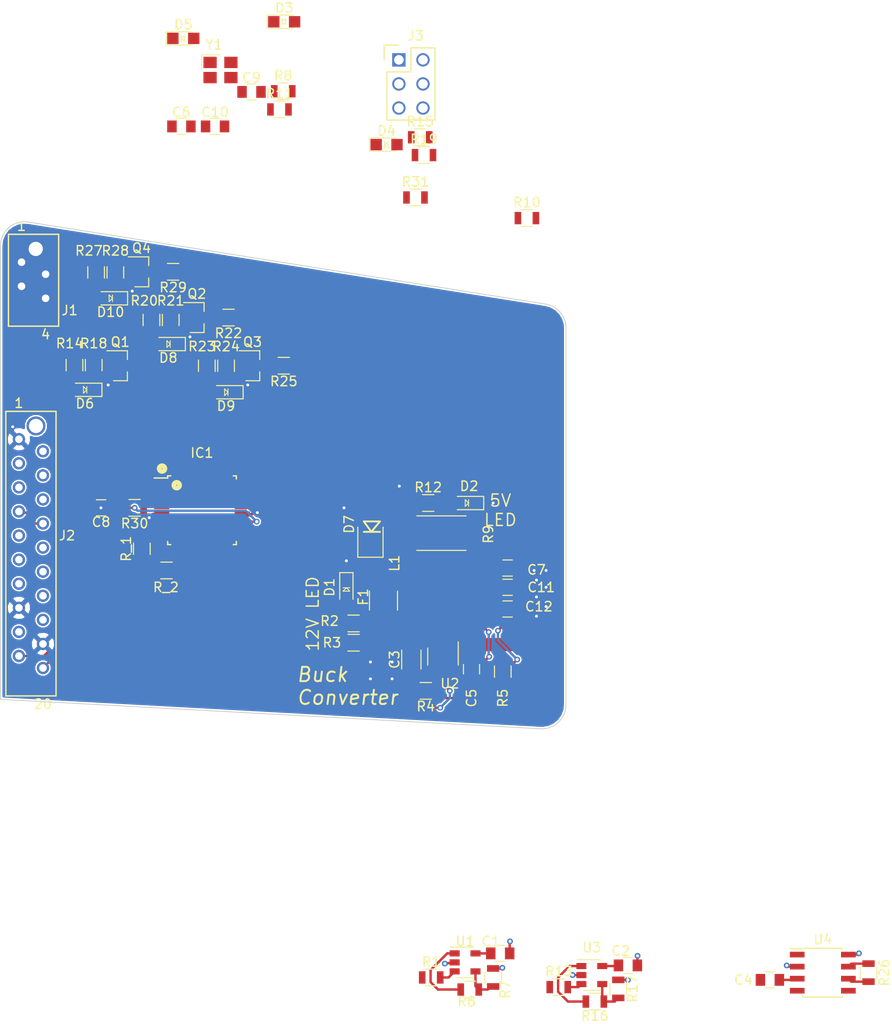
<source format=kicad_pcb>
(kicad_pcb (version 20171130) (host pcbnew 5.0.1-33cea8e~68~ubuntu18.04.1)

  (general
    (thickness 1.6)
    (drawings 10)
    (tracks 297)
    (zones 0)
    (modules 70)
    (nets 62)
  )

  (page A4)
  (layers
    (0 F.Cu signal)
    (31 B.Cu signal hide)
    (32 B.Adhes user)
    (33 F.Adhes user)
    (34 B.Paste user)
    (35 F.Paste user)
    (36 B.SilkS user hide)
    (37 F.SilkS user)
    (38 B.Mask user)
    (39 F.Mask user hide)
    (40 Dwgs.User user)
    (41 Cmts.User user)
    (42 Eco1.User user)
    (43 Eco2.User user)
    (44 Edge.Cuts user)
    (45 Margin user)
    (46 B.CrtYd user)
    (47 F.CrtYd user)
    (48 B.Fab user)
    (49 F.Fab user)
  )

  (setup
    (last_trace_width 0.254)
    (user_trace_width 0.254)
    (user_trace_width 0.508)
    (user_trace_width 0.7)
    (user_trace_width 0.762)
    (user_trace_width 0.8)
    (user_trace_width 1.016)
    (trace_clearance 0.1524)
    (zone_clearance 0.1524)
    (zone_45_only no)
    (trace_min 0.2)
    (segment_width 0.2)
    (edge_width 0.15)
    (via_size 0.6096)
    (via_drill 0.3048)
    (via_min_size 0.4)
    (via_min_drill 0.3)
    (uvia_size 0.3)
    (uvia_drill 0.1)
    (uvias_allowed no)
    (uvia_min_size 0)
    (uvia_min_drill 0)
    (pcb_text_width 0.3)
    (pcb_text_size 1.5 1.5)
    (mod_edge_width 0.15)
    (mod_text_size 1 1)
    (mod_text_width 0.15)
    (pad_size 0.7 1.3)
    (pad_drill 0)
    (pad_to_mask_clearance 0.2)
    (solder_mask_min_width 0.25)
    (aux_axis_origin 0 0)
    (visible_elements FFFFEF7F)
    (pcbplotparams
      (layerselection 0x010fc_ffffffff)
      (usegerberextensions true)
      (usegerberattributes false)
      (usegerberadvancedattributes false)
      (creategerberjobfile false)
      (excludeedgelayer true)
      (linewidth 0.100000)
      (plotframeref false)
      (viasonmask false)
      (mode 1)
      (useauxorigin false)
      (hpglpennumber 1)
      (hpglpenspeed 20)
      (hpglpendiameter 15.000000)
      (psnegative false)
      (psa4output false)
      (plotreference true)
      (plotvalue true)
      (plotinvisibletext false)
      (padsonsilk false)
      (subtractmaskfromsilk false)
      (outputformat 1)
      (mirror false)
      (drillshape 0)
      (scaleselection 1)
      (outputdirectory "Gerb/"))
  )

  (net 0 "")
  (net 1 GND)
  (net 2 VCC)
  (net 3 "Net-(D2-Pad2)")
  (net 4 /12V_Fused)
  (net 5 "Net-(C5-Pad1)")
  (net 6 "Net-(C5-Pad2)")
  (net 7 "Net-(C11-Pad1)")
  (net 8 "Net-(D1-Pad2)")
  (net 9 +12V)
  (net 10 "Net-(R3-Pad2)")
  (net 11 "Net-(R4-Pad1)")
  (net 12 "Net-(C8-Pad1)")
  (net 13 "Net-(C9-Pad1)")
  (net 14 "Net-(C10-Pad1)")
  (net 15 /ProgrammingLED1)
  (net 16 "Net-(D3-Pad1)")
  (net 17 "Net-(D4-Pad1)")
  (net 18 /ProgrammingLED2)
  (net 19 /ProgrammingLED3)
  (net 20 "Net-(D5-Pad1)")
  (net 21 "Net-(D6-Pad2)")
  (net 22 "Net-(D8-Pad2)")
  (net 23 "Net-(D9-Pad2)")
  (net 24 "Net-(D10-Pad2)")
  (net 25 /MISO)
  (net 26 /MOSI)
  (net 27 "Net-(IC1-Pad3)")
  (net 28 /TXCAN)
  (net 29 /RXCAN)
  (net 30 "Net-(IC1-Pad8)")
  (net 31 "Net-(IC1-Pad9)")
  (net 32 /SCK)
  (net 33 /Drive_Mode_Out)
  (net 34 "Net-(IC1-Pad14)")
  (net 35 "Net-(IC1-Pad15)")
  (net 36 "Net-(IC1-Pad16)")
  (net 37 /Throttle1Adjusted)
  (net 38 /Throttle2Adjusted)
  (net 39 "Net-(IC1-Pad21)")
  (net 40 /ReadyToDrive_LowDrive)
  (net 41 /SS_Inertia_Out_n)
  (net 42 /SS_EStop_Out_n)
  (net 43 /SS_BOTS_Out_n)
  (net 44 "Net-(IC1-Pad29)")
  (net 45 "Net-(IC1-Pad30)")
  (net 46 /RESET)
  (net 47 "Net-(IC1-Pad32)")
  (net 48 /SS_Cockpit_EStop)
  (net 49 /SS_BOTS)
  (net 50 /SS_Inertia_Switch)
  (net 51 /RTD)
  (net 52 /GND_DriveMode)
  (net 53 /CANH)
  (net 54 /CANL)
  (net 55 /Throttle1_Right_Sense)
  (net 56 /Throttle2_Left_Sense)
  (net 57 /LED1)
  (net 58 /LED2)
  (net 59 "Net-(R6-Pad2)")
  (net 60 "Net-(R16-Pad2)")
  (net 61 "Net-(U4-Pad5)")

  (net_class Default "This is the default net class."
    (clearance 0.1524)
    (trace_width 0.254)
    (via_dia 0.6096)
    (via_drill 0.3048)
    (uvia_dia 0.3)
    (uvia_drill 0.1)
    (add_net +12V)
    (add_net /12V_Fused)
    (add_net /CANH)
    (add_net /CANL)
    (add_net /Drive_Mode_Out)
    (add_net /GND_DriveMode)
    (add_net /LED1)
    (add_net /LED2)
    (add_net /MISO)
    (add_net /MOSI)
    (add_net /ProgrammingLED1)
    (add_net /ProgrammingLED2)
    (add_net /ProgrammingLED3)
    (add_net /RESET)
    (add_net /RTD)
    (add_net /RXCAN)
    (add_net /ReadyToDrive_LowDrive)
    (add_net /SCK)
    (add_net /SS_BOTS)
    (add_net /SS_BOTS_Out_n)
    (add_net /SS_Cockpit_EStop)
    (add_net /SS_EStop_Out_n)
    (add_net /SS_Inertia_Out_n)
    (add_net /SS_Inertia_Switch)
    (add_net /TXCAN)
    (add_net /Throttle1Adjusted)
    (add_net /Throttle1_Right_Sense)
    (add_net /Throttle2Adjusted)
    (add_net /Throttle2_Left_Sense)
    (add_net GND)
    (add_net "Net-(C10-Pad1)")
    (add_net "Net-(C11-Pad1)")
    (add_net "Net-(C5-Pad1)")
    (add_net "Net-(C5-Pad2)")
    (add_net "Net-(C8-Pad1)")
    (add_net "Net-(C9-Pad1)")
    (add_net "Net-(D1-Pad2)")
    (add_net "Net-(D10-Pad2)")
    (add_net "Net-(D2-Pad2)")
    (add_net "Net-(D3-Pad1)")
    (add_net "Net-(D4-Pad1)")
    (add_net "Net-(D5-Pad1)")
    (add_net "Net-(D6-Pad2)")
    (add_net "Net-(D8-Pad2)")
    (add_net "Net-(D9-Pad2)")
    (add_net "Net-(IC1-Pad14)")
    (add_net "Net-(IC1-Pad15)")
    (add_net "Net-(IC1-Pad16)")
    (add_net "Net-(IC1-Pad21)")
    (add_net "Net-(IC1-Pad29)")
    (add_net "Net-(IC1-Pad3)")
    (add_net "Net-(IC1-Pad30)")
    (add_net "Net-(IC1-Pad32)")
    (add_net "Net-(IC1-Pad8)")
    (add_net "Net-(IC1-Pad9)")
    (add_net "Net-(R16-Pad2)")
    (add_net "Net-(R3-Pad2)")
    (add_net "Net-(R4-Pad1)")
    (add_net "Net-(R6-Pad2)")
    (add_net "Net-(U4-Pad5)")
    (add_net VCC)
  )

  (module footprints:C_0805_OEM (layer F.Cu) (tedit 5B8D4D44) (tstamp 5B71716B)
    (at 146.05 91.186 90)
    (descr "Capacitor SMD 0805, reflow soldering, AVX (see smccp.pdf)")
    (tags "capacitor 0805")
    (path /5BC9A05A)
    (attr smd)
    (fp_text reference C5 (at -3.048 0 90) (layer F.SilkS)
      (effects (font (size 1 1) (thickness 0.15)))
    )
    (fp_text value C_0.1uF (at 0 1.75 90) (layer F.Fab) hide
      (effects (font (size 1 1) (thickness 0.15)))
    )
    (fp_line (start -1 0.62) (end -1 -0.62) (layer F.Fab) (width 0.1))
    (fp_line (start 1 0.62) (end -1 0.62) (layer F.Fab) (width 0.1))
    (fp_line (start 1 -0.62) (end 1 0.62) (layer F.Fab) (width 0.1))
    (fp_line (start -1 -0.62) (end 1 -0.62) (layer F.Fab) (width 0.1))
    (fp_line (start 0.5 -0.85) (end -0.5 -0.85) (layer F.SilkS) (width 0.12))
    (fp_line (start -0.5 0.85) (end 0.5 0.85) (layer F.SilkS) (width 0.12))
    (fp_line (start -1.75 -0.88) (end 1.75 -0.88) (layer F.CrtYd) (width 0.05))
    (fp_line (start -1.75 -0.88) (end -1.75 0.87) (layer F.CrtYd) (width 0.05))
    (fp_line (start 1.75 0.87) (end 1.75 -0.88) (layer F.CrtYd) (width 0.05))
    (fp_line (start 1.75 0.87) (end -1.75 0.87) (layer F.CrtYd) (width 0.05))
    (pad 1 smd rect (at -1 0 90) (size 1 1.25) (layers F.Cu F.Paste F.Mask)
      (net 5 "Net-(C5-Pad1)"))
    (pad 2 smd rect (at 1 0 90) (size 1 1.25) (layers F.Cu F.Paste F.Mask)
      (net 6 "Net-(C5-Pad2)"))
    (model /home/josh/Formula/OEM_Preferred_Parts/3DModels/C_0805_OEM/C_0805.wrl
      (at (xyz 0 0 0))
      (scale (xyz 1 1 1))
      (rotate (xyz 0 0 0))
    )
  )

  (module footprints:C_0805_OEM (layer F.Cu) (tedit 5B8C0436) (tstamp 5B7171CB)
    (at 149.86 82.55)
    (descr "Capacitor SMD 0805, reflow soldering, AVX (see smccp.pdf)")
    (tags "capacitor 0805")
    (path /5A79269E)
    (attr smd)
    (fp_text reference C11 (at 3.556 0) (layer F.SilkS)
      (effects (font (size 1 1) (thickness 0.15)))
    )
    (fp_text value C_1uF (at 0 1.75) (layer F.Fab) hide
      (effects (font (size 1 1) (thickness 0.15)))
    )
    (fp_line (start -1 0.62) (end -1 -0.62) (layer F.Fab) (width 0.1))
    (fp_line (start 1 0.62) (end -1 0.62) (layer F.Fab) (width 0.1))
    (fp_line (start 1 -0.62) (end 1 0.62) (layer F.Fab) (width 0.1))
    (fp_line (start -1 -0.62) (end 1 -0.62) (layer F.Fab) (width 0.1))
    (fp_line (start 0.5 -0.85) (end -0.5 -0.85) (layer F.SilkS) (width 0.12))
    (fp_line (start -0.5 0.85) (end 0.5 0.85) (layer F.SilkS) (width 0.12))
    (fp_line (start -1.75 -0.88) (end 1.75 -0.88) (layer F.CrtYd) (width 0.05))
    (fp_line (start -1.75 -0.88) (end -1.75 0.87) (layer F.CrtYd) (width 0.05))
    (fp_line (start 1.75 0.87) (end 1.75 -0.88) (layer F.CrtYd) (width 0.05))
    (fp_line (start 1.75 0.87) (end -1.75 0.87) (layer F.CrtYd) (width 0.05))
    (pad 1 smd rect (at -1 0) (size 1 1.25) (layers F.Cu F.Paste F.Mask)
      (net 7 "Net-(C11-Pad1)"))
    (pad 2 smd rect (at 1 0) (size 1 1.25) (layers F.Cu F.Paste F.Mask)
      (net 1 GND))
    (model /home/josh/Formula/OEM_Preferred_Parts/3DModels/C_0805_OEM/C_0805.wrl
      (at (xyz 0 0 0))
      (scale (xyz 1 1 1))
      (rotate (xyz 0 0 0))
    )
  )

  (module footprints:C_0805_OEM (layer F.Cu) (tedit 5B8C043A) (tstamp 5B7171DB)
    (at 149.86 84.836)
    (descr "Capacitor SMD 0805, reflow soldering, AVX (see smccp.pdf)")
    (tags "capacitor 0805")
    (path /5BC9A05C)
    (attr smd)
    (fp_text reference C12 (at 3.302 -0.254) (layer F.SilkS)
      (effects (font (size 1 1) (thickness 0.15)))
    )
    (fp_text value C_47uF (at 0 1.75) (layer F.Fab) hide
      (effects (font (size 1 1) (thickness 0.15)))
    )
    (fp_line (start -1 0.62) (end -1 -0.62) (layer F.Fab) (width 0.1))
    (fp_line (start 1 0.62) (end -1 0.62) (layer F.Fab) (width 0.1))
    (fp_line (start 1 -0.62) (end 1 0.62) (layer F.Fab) (width 0.1))
    (fp_line (start -1 -0.62) (end 1 -0.62) (layer F.Fab) (width 0.1))
    (fp_line (start 0.5 -0.85) (end -0.5 -0.85) (layer F.SilkS) (width 0.12))
    (fp_line (start -0.5 0.85) (end 0.5 0.85) (layer F.SilkS) (width 0.12))
    (fp_line (start -1.75 -0.88) (end 1.75 -0.88) (layer F.CrtYd) (width 0.05))
    (fp_line (start -1.75 -0.88) (end -1.75 0.87) (layer F.CrtYd) (width 0.05))
    (fp_line (start 1.75 0.87) (end 1.75 -0.88) (layer F.CrtYd) (width 0.05))
    (fp_line (start 1.75 0.87) (end -1.75 0.87) (layer F.CrtYd) (width 0.05))
    (pad 1 smd rect (at -1 0) (size 1 1.25) (layers F.Cu F.Paste F.Mask)
      (net 7 "Net-(C11-Pad1)"))
    (pad 2 smd rect (at 1 0) (size 1 1.25) (layers F.Cu F.Paste F.Mask)
      (net 1 GND))
    (model /home/josh/Formula/OEM_Preferred_Parts/3DModels/C_0805_OEM/C_0805.wrl
      (at (xyz 0 0 0))
      (scale (xyz 1 1 1))
      (rotate (xyz 0 0 0))
    )
  )

  (module footprints:LED_0805_OEM (layer F.Cu) (tedit 5B8D4D19) (tstamp 5B717259)
    (at 145.542 73.66 180)
    (descr "LED 0805 smd package")
    (tags "LED led 0805 SMD smd SMT smt smdled SMDLED smtled SMTLED")
    (path /5BC9A058)
    (attr smd)
    (fp_text reference D2 (at -0.254 1.778) (layer F.SilkS)
      (effects (font (size 1 1) (thickness 0.15)))
    )
    (fp_text value LED_0805 (at 0.508 2.032 180) (layer F.Fab) hide
      (effects (font (size 1 1) (thickness 0.15)))
    )
    (fp_line (start -0.2 0.35) (end -0.2 0) (layer F.SilkS) (width 0.1))
    (fp_line (start -0.2 0) (end -0.2 -0.35) (layer F.SilkS) (width 0.1))
    (fp_line (start 0.15 0.35) (end -0.2 0) (layer F.SilkS) (width 0.1))
    (fp_line (start 0.15 0.3) (end 0.15 0.35) (layer F.SilkS) (width 0.1))
    (fp_line (start 0.15 0.35) (end 0.15 0.3) (layer F.SilkS) (width 0.1))
    (fp_line (start 0.15 -0.35) (end 0.15 0.3) (layer F.SilkS) (width 0.1))
    (fp_line (start 0.1 -0.3) (end 0.15 -0.35) (layer F.SilkS) (width 0.1))
    (fp_line (start -0.2 0) (end 0.1 -0.3) (layer F.SilkS) (width 0.1))
    (fp_line (start -1.8 -0.7) (end -1.8 0.7) (layer F.SilkS) (width 0.12))
    (fp_line (start 1 0.6) (end -1 0.6) (layer F.Fab) (width 0.1))
    (fp_line (start 1 -0.6) (end 1 0.6) (layer F.Fab) (width 0.1))
    (fp_line (start -1 -0.6) (end 1 -0.6) (layer F.Fab) (width 0.1))
    (fp_line (start -1 0.6) (end -1 -0.6) (layer F.Fab) (width 0.1))
    (fp_line (start -1.8 0.7) (end 1 0.7) (layer F.SilkS) (width 0.12))
    (fp_line (start -1.8 -0.7) (end 1 -0.7) (layer F.SilkS) (width 0.12))
    (fp_line (start 1.95 -0.85) (end 1.95 0.85) (layer F.CrtYd) (width 0.05))
    (fp_line (start 1.95 0.85) (end -1.95 0.85) (layer F.CrtYd) (width 0.05))
    (fp_line (start -1.95 0.85) (end -1.95 -0.85) (layer F.CrtYd) (width 0.05))
    (fp_line (start -1.95 -0.85) (end 1.95 -0.85) (layer F.CrtYd) (width 0.05))
    (pad 2 smd rect (at 1.1 0) (size 1.2 1.2) (layers F.Cu F.Paste F.Mask)
      (net 3 "Net-(D2-Pad2)"))
    (pad 1 smd rect (at -1.1 0) (size 1.2 1.2) (layers F.Cu F.Paste F.Mask)
      (net 1 GND))
    (model "/home/josh/Formula/OEM_Preferred_Parts/3DModels/LED_0805/LED 0805 Base GREEN001_sp.wrl"
      (at (xyz 0 0 0))
      (scale (xyz 1 1 1))
      (rotate (xyz 0 0 180))
    )
  )

  (module footprints:Fuse_1210 (layer F.Cu) (tedit 5B8D4D2C) (tstamp 5B7172CD)
    (at 136.7595 83.9525 270)
    (descr "Resistor SMD 1210, reflow soldering, Vishay (see dcrcw.pdf)")
    (tags "resistor 1210")
    (path /5BC9A077)
    (attr smd)
    (fp_text reference F1 (at -0.3865 2.1395 90) (layer F.SilkS)
      (effects (font (size 1 1) (thickness 0.15)))
    )
    (fp_text value 500mA (at 0 2.4 270) (layer F.Fab) hide
      (effects (font (size 1 1) (thickness 0.15)))
    )
    (fp_line (start -1.6 1.25) (end -1.6 -1.25) (layer F.Fab) (width 0.1))
    (fp_line (start 1.6 1.25) (end -1.6 1.25) (layer F.Fab) (width 0.1))
    (fp_line (start 1.6 -1.25) (end 1.6 1.25) (layer F.Fab) (width 0.1))
    (fp_line (start -1.6 -1.25) (end 1.6 -1.25) (layer F.Fab) (width 0.1))
    (fp_line (start 1 1.48) (end -1 1.48) (layer F.SilkS) (width 0.12))
    (fp_line (start -1 -1.48) (end 1 -1.48) (layer F.SilkS) (width 0.12))
    (fp_line (start -2.15 -1.5) (end 2.15 -1.5) (layer F.CrtYd) (width 0.05))
    (fp_line (start -2.15 -1.5) (end -2.15 1.5) (layer F.CrtYd) (width 0.05))
    (fp_line (start 2.15 1.5) (end 2.15 -1.5) (layer F.CrtYd) (width 0.05))
    (fp_line (start 2.15 1.5) (end -2.15 1.5) (layer F.CrtYd) (width 0.05))
    (pad 1 smd rect (at -1.45 0 270) (size 0.9 2.5) (layers F.Cu F.Paste F.Mask)
      (net 9 +12V))
    (pad 2 smd rect (at 1.45 0 270) (size 0.9 2.5) (layers F.Cu F.Paste F.Mask)
      (net 4 /12V_Fused))
    (model /home/josh/Formula/OEM_Preferred_Parts/3DModels/Fuse_1210_OEM/Fuse1210.wrl
      (at (xyz 0 0 0))
      (scale (xyz 1 1 1))
      (rotate (xyz 0 0 0))
    )
  )

  (module footprints:4.7uH_Inductor_OEM (layer F.Cu) (tedit 5B8C0445) (tstamp 5B71730C)
    (at 143.0655 83.2485 90)
    (path /59E04875)
    (fp_text reference L1 (at 3.2385 -5.1435 90) (layer F.SilkS)
      (effects (font (size 1 1) (thickness 0.15)))
    )
    (fp_text value L_4.7uH (at 0 -5.08 90) (layer F.Fab) hide
      (effects (font (size 1 1) (thickness 0.15)))
    )
    (pad 1 smd rect (at -2.35 0 90) (size 3.3 8.2) (layers F.Cu F.Paste F.Mask)
      (net 6 "Net-(C5-Pad2)"))
    (pad 2 smd rect (at 2.35 0 90) (size 3.3 8.2) (layers F.Cu F.Paste F.Mask)
      (net 7 "Net-(C11-Pad1)"))
  )

  (module footprints:R_0805_OEM (layer F.Cu) (tedit 5B8D4D25) (tstamp 5B717343)
    (at 133.604 86.36 180)
    (descr "Resistor SMD 0805, reflow soldering, Vishay (see dcrcw.pdf)")
    (tags "resistor 0805")
    (path /59E0432B)
    (attr smd)
    (fp_text reference R2 (at 2.54 0.254 180) (layer F.SilkS)
      (effects (font (size 1 1) (thickness 0.15)))
    )
    (fp_text value R_1k (at 0 1.75 180) (layer F.Fab) hide
      (effects (font (size 1 1) (thickness 0.15)))
    )
    (fp_line (start -1 0.62) (end -1 -0.62) (layer F.Fab) (width 0.1))
    (fp_line (start 1 0.62) (end -1 0.62) (layer F.Fab) (width 0.1))
    (fp_line (start 1 -0.62) (end 1 0.62) (layer F.Fab) (width 0.1))
    (fp_line (start -1 -0.62) (end 1 -0.62) (layer F.Fab) (width 0.1))
    (fp_line (start 0.6 0.88) (end -0.6 0.88) (layer F.SilkS) (width 0.12))
    (fp_line (start -0.6 -0.88) (end 0.6 -0.88) (layer F.SilkS) (width 0.12))
    (fp_line (start -1.55 -0.9) (end 1.55 -0.9) (layer F.CrtYd) (width 0.05))
    (fp_line (start -1.55 -0.9) (end -1.55 0.9) (layer F.CrtYd) (width 0.05))
    (fp_line (start 1.55 0.9) (end 1.55 -0.9) (layer F.CrtYd) (width 0.05))
    (fp_line (start 1.55 0.9) (end -1.55 0.9) (layer F.CrtYd) (width 0.05))
    (pad 1 smd rect (at -0.95 0 180) (size 0.7 1.3) (layers F.Cu F.Paste F.Mask)
      (net 4 /12V_Fused))
    (pad 2 smd rect (at 0.95 0 180) (size 0.7 1.3) (layers F.Cu F.Paste F.Mask)
      (net 8 "Net-(D1-Pad2)"))
    (model "/home/josh/Formula/OEM_Preferred_Parts/3DModels/WRL Files/res0805.wrl"
      (at (xyz 0 0 0))
      (scale (xyz 1 1 1))
      (rotate (xyz 0 0 0))
    )
  )

  (module footprints:R_0805_OEM (layer F.Cu) (tedit 5B8D4D28) (tstamp 5B717353)
    (at 133.604 88.392 180)
    (descr "Resistor SMD 0805, reflow soldering, Vishay (see dcrcw.pdf)")
    (tags "resistor 0805")
    (path /59E042A3)
    (attr smd)
    (fp_text reference R3 (at 2.286 0) (layer F.SilkS)
      (effects (font (size 1 1) (thickness 0.15)))
    )
    (fp_text value R_10k (at 0 1.75 180) (layer F.Fab) hide
      (effects (font (size 1 1) (thickness 0.15)))
    )
    (fp_line (start -1 0.62) (end -1 -0.62) (layer F.Fab) (width 0.1))
    (fp_line (start 1 0.62) (end -1 0.62) (layer F.Fab) (width 0.1))
    (fp_line (start 1 -0.62) (end 1 0.62) (layer F.Fab) (width 0.1))
    (fp_line (start -1 -0.62) (end 1 -0.62) (layer F.Fab) (width 0.1))
    (fp_line (start 0.6 0.88) (end -0.6 0.88) (layer F.SilkS) (width 0.12))
    (fp_line (start -0.6 -0.88) (end 0.6 -0.88) (layer F.SilkS) (width 0.12))
    (fp_line (start -1.55 -0.9) (end 1.55 -0.9) (layer F.CrtYd) (width 0.05))
    (fp_line (start -1.55 -0.9) (end -1.55 0.9) (layer F.CrtYd) (width 0.05))
    (fp_line (start 1.55 0.9) (end 1.55 -0.9) (layer F.CrtYd) (width 0.05))
    (fp_line (start 1.55 0.9) (end -1.55 0.9) (layer F.CrtYd) (width 0.05))
    (pad 1 smd rect (at -0.95 0 180) (size 0.7 1.3) (layers F.Cu F.Paste F.Mask)
      (net 4 /12V_Fused))
    (pad 2 smd rect (at 0.95 0 180) (size 0.7 1.3) (layers F.Cu F.Paste F.Mask)
      (net 10 "Net-(R3-Pad2)"))
    (model "/home/josh/Formula/OEM_Preferred_Parts/3DModels/WRL Files/res0805.wrl"
      (at (xyz 0 0 0))
      (scale (xyz 1 1 1))
      (rotate (xyz 0 0 0))
    )
  )

  (module footprints:R_0805_OEM (layer F.Cu) (tedit 59F25131) (tstamp 5B7173E3)
    (at 141.478 73.66)
    (descr "Resistor SMD 0805, reflow soldering, Vishay (see dcrcw.pdf)")
    (tags "resistor 0805")
    (path /5BC9A055)
    (attr smd)
    (fp_text reference R12 (at 0 -1.65) (layer F.SilkS)
      (effects (font (size 1 1) (thickness 0.15)))
    )
    (fp_text value R_200 (at 0 1.75) (layer F.Fab) hide
      (effects (font (size 1 1) (thickness 0.15)))
    )
    (fp_line (start -1 0.62) (end -1 -0.62) (layer F.Fab) (width 0.1))
    (fp_line (start 1 0.62) (end -1 0.62) (layer F.Fab) (width 0.1))
    (fp_line (start 1 -0.62) (end 1 0.62) (layer F.Fab) (width 0.1))
    (fp_line (start -1 -0.62) (end 1 -0.62) (layer F.Fab) (width 0.1))
    (fp_line (start 0.6 0.88) (end -0.6 0.88) (layer F.SilkS) (width 0.12))
    (fp_line (start -0.6 -0.88) (end 0.6 -0.88) (layer F.SilkS) (width 0.12))
    (fp_line (start -1.55 -0.9) (end 1.55 -0.9) (layer F.CrtYd) (width 0.05))
    (fp_line (start -1.55 -0.9) (end -1.55 0.9) (layer F.CrtYd) (width 0.05))
    (fp_line (start 1.55 0.9) (end 1.55 -0.9) (layer F.CrtYd) (width 0.05))
    (fp_line (start 1.55 0.9) (end -1.55 0.9) (layer F.CrtYd) (width 0.05))
    (pad 1 smd rect (at -0.95 0) (size 0.7 1.3) (layers F.Cu F.Paste F.Mask)
      (net 2 VCC))
    (pad 2 smd rect (at 0.95 0) (size 0.7 1.3) (layers F.Cu F.Paste F.Mask)
      (net 3 "Net-(D2-Pad2)"))
    (model "/home/josh/Formula/OEM_Preferred_Parts/3DModels/WRL Files/res0805.wrl"
      (at (xyz 0 0 0))
      (scale (xyz 1 1 1))
      (rotate (xyz 0 0 0))
    )
  )

  (module footprints:SOT-23-6_OEM (layer F.Cu) (tedit 5B8D4D41) (tstamp 5B71743C)
    (at 143.0401 89.8525 270)
    (descr "6-pin SOT-23 package")
    (tags SOT-23-6)
    (path /5BC9A05D)
    (attr smd)
    (fp_text reference U2 (at 2.8575 -0.7239) (layer F.SilkS)
      (effects (font (size 1 1) (thickness 0.15)))
    )
    (fp_text value TPS561201 (at 0 2.9 270) (layer F.Fab) hide
      (effects (font (size 1 1) (thickness 0.15)))
    )
    (fp_line (start -0.9 1.61) (end 0.9 1.61) (layer F.SilkS) (width 0.12))
    (fp_line (start 0.9 -1.61) (end -1.55 -1.61) (layer F.SilkS) (width 0.12))
    (fp_line (start 1.9 -1.8) (end -1.9 -1.8) (layer F.CrtYd) (width 0.05))
    (fp_line (start 1.9 1.8) (end 1.9 -1.8) (layer F.CrtYd) (width 0.05))
    (fp_line (start -1.9 1.8) (end 1.9 1.8) (layer F.CrtYd) (width 0.05))
    (fp_line (start -1.9 -1.8) (end -1.9 1.8) (layer F.CrtYd) (width 0.05))
    (fp_line (start -0.9 -0.9) (end -0.25 -1.55) (layer F.Fab) (width 0.1))
    (fp_line (start 0.9 -1.55) (end -0.25 -1.55) (layer F.Fab) (width 0.1))
    (fp_line (start -0.9 -0.9) (end -0.9 1.55) (layer F.Fab) (width 0.1))
    (fp_line (start 0.9 1.55) (end -0.9 1.55) (layer F.Fab) (width 0.1))
    (fp_line (start 0.9 -1.55) (end 0.9 1.55) (layer F.Fab) (width 0.1))
    (pad 1 smd rect (at -1.1 -0.95 270) (size 1.06 0.65) (layers F.Cu F.Paste F.Mask)
      (net 1 GND))
    (pad 2 smd rect (at -1.1 0 270) (size 1.06 0.65) (layers F.Cu F.Paste F.Mask)
      (net 6 "Net-(C5-Pad2)"))
    (pad 3 smd rect (at -1.1 0.95 270) (size 1.06 0.65) (layers F.Cu F.Paste F.Mask)
      (net 4 /12V_Fused))
    (pad 4 smd rect (at 1.1 0.95 270) (size 1.06 0.65) (layers F.Cu F.Paste F.Mask)
      (net 11 "Net-(R4-Pad1)"))
    (pad 6 smd rect (at 1.1 -0.95 270) (size 1.06 0.65) (layers F.Cu F.Paste F.Mask)
      (net 5 "Net-(C5-Pad1)"))
    (pad 5 smd rect (at 1.1 0 270) (size 1.06 0.65) (layers F.Cu F.Paste F.Mask)
      (net 10 "Net-(R3-Pad2)"))
    (model ${KISYS3DMOD}/TO_SOT_Packages_SMD.3dshapes/SOT-23-6.wrl
      (at (xyz 0 0 0))
      (scale (xyz 1 1 1))
      (rotate (xyz 0 0 0))
    )
  )

  (module footprints:C_1206_OEM (layer F.Cu) (tedit 5B8D4D32) (tstamp 5B8BECBA)
    (at 139.7 90.17 270)
    (descr "Capacitor SMD 1206, reflow soldering, AVX (see smccp.pdf)")
    (tags "capacitor 1206")
    (path /5BC9A05B)
    (attr smd)
    (fp_text reference C3 (at 0 1.778 270) (layer F.SilkS)
      (effects (font (size 1 1) (thickness 0.15)))
    )
    (fp_text value C_22uF (at 0 2 270) (layer F.Fab) hide
      (effects (font (size 1 1) (thickness 0.15)))
    )
    (fp_line (start -1.6 0.8) (end -1.6 -0.8) (layer F.Fab) (width 0.1))
    (fp_line (start 1.6 0.8) (end -1.6 0.8) (layer F.Fab) (width 0.1))
    (fp_line (start 1.6 -0.8) (end 1.6 0.8) (layer F.Fab) (width 0.1))
    (fp_line (start -1.6 -0.8) (end 1.6 -0.8) (layer F.Fab) (width 0.1))
    (fp_line (start 1 -1.02) (end -1 -1.02) (layer F.SilkS) (width 0.12))
    (fp_line (start -1 1.02) (end 1 1.02) (layer F.SilkS) (width 0.12))
    (fp_line (start -2.25 -1.05) (end 2.25 -1.05) (layer F.CrtYd) (width 0.05))
    (fp_line (start -2.25 -1.05) (end -2.25 1.05) (layer F.CrtYd) (width 0.05))
    (fp_line (start 2.25 1.05) (end 2.25 -1.05) (layer F.CrtYd) (width 0.05))
    (fp_line (start 2.25 1.05) (end -2.25 1.05) (layer F.CrtYd) (width 0.05))
    (pad 1 smd rect (at -1.5 0 270) (size 1 1.6) (layers F.Cu F.Paste F.Mask)
      (net 4 /12V_Fused))
    (pad 2 smd rect (at 1.5 0 270) (size 1 1.6) (layers F.Cu F.Paste F.Mask)
      (net 1 GND))
    (model Capacitors_SMD.3dshapes/C_1206.wrl
      (at (xyz 0 0 0))
      (scale (xyz 1 1 1))
      (rotate (xyz 0 0 0))
    )
  )

  (module footprints:C_0805_OEM (layer F.Cu) (tedit 5B8C043E) (tstamp 5B8BECC9)
    (at 149.86 80.518)
    (descr "Capacitor SMD 0805, reflow soldering, AVX (see smccp.pdf)")
    (tags "capacitor 0805")
    (path /5A79252F)
    (attr smd)
    (fp_text reference C7 (at 3.052 0.183) (layer F.SilkS)
      (effects (font (size 1 1) (thickness 0.15)))
    )
    (fp_text value C_0.1uF (at 0 1.75) (layer F.Fab) hide
      (effects (font (size 1 1) (thickness 0.15)))
    )
    (fp_line (start -1 0.62) (end -1 -0.62) (layer F.Fab) (width 0.1))
    (fp_line (start 1 0.62) (end -1 0.62) (layer F.Fab) (width 0.1))
    (fp_line (start 1 -0.62) (end 1 0.62) (layer F.Fab) (width 0.1))
    (fp_line (start -1 -0.62) (end 1 -0.62) (layer F.Fab) (width 0.1))
    (fp_line (start 0.5 -0.85) (end -0.5 -0.85) (layer F.SilkS) (width 0.12))
    (fp_line (start -0.5 0.85) (end 0.5 0.85) (layer F.SilkS) (width 0.12))
    (fp_line (start -1.75 -0.88) (end 1.75 -0.88) (layer F.CrtYd) (width 0.05))
    (fp_line (start -1.75 -0.88) (end -1.75 0.87) (layer F.CrtYd) (width 0.05))
    (fp_line (start 1.75 0.87) (end 1.75 -0.88) (layer F.CrtYd) (width 0.05))
    (fp_line (start 1.75 0.87) (end -1.75 0.87) (layer F.CrtYd) (width 0.05))
    (pad 1 smd rect (at -1 0) (size 1 1.25) (layers F.Cu F.Paste F.Mask)
      (net 7 "Net-(C11-Pad1)"))
    (pad 2 smd rect (at 1 0) (size 1 1.25) (layers F.Cu F.Paste F.Mask)
      (net 1 GND))
    (model /home/josh/Formula/OEM_Preferred_Parts/3DModels/C_0805_OEM/C_0805.wrl
      (at (xyz 0 0 0))
      (scale (xyz 1 1 1))
      (rotate (xyz 0 0 0))
    )
  )

  (module footprints:LED_0805_OEM (layer F.Cu) (tedit 5B8D4D22) (tstamp 5B8BECF6)
    (at 132.842 82.804 270)
    (descr "LED 0805 smd package")
    (tags "LED led 0805 SMD smd SMT smt smdled SMDLED smtled SMTLED")
    (path /5BC9A057)
    (attr smd)
    (fp_text reference D1 (at -0.254 1.778 270) (layer F.SilkS)
      (effects (font (size 1 1) (thickness 0.15)))
    )
    (fp_text value LED_0805 (at 0.508 2.032 270) (layer F.Fab) hide
      (effects (font (size 1 1) (thickness 0.15)))
    )
    (fp_line (start -0.2 0.35) (end -0.2 0) (layer F.SilkS) (width 0.1))
    (fp_line (start -0.2 0) (end -0.2 -0.35) (layer F.SilkS) (width 0.1))
    (fp_line (start 0.15 0.35) (end -0.2 0) (layer F.SilkS) (width 0.1))
    (fp_line (start 0.15 0.3) (end 0.15 0.35) (layer F.SilkS) (width 0.1))
    (fp_line (start 0.15 0.35) (end 0.15 0.3) (layer F.SilkS) (width 0.1))
    (fp_line (start 0.15 -0.35) (end 0.15 0.3) (layer F.SilkS) (width 0.1))
    (fp_line (start 0.1 -0.3) (end 0.15 -0.35) (layer F.SilkS) (width 0.1))
    (fp_line (start -0.2 0) (end 0.1 -0.3) (layer F.SilkS) (width 0.1))
    (fp_line (start -1.8 -0.7) (end -1.8 0.7) (layer F.SilkS) (width 0.12))
    (fp_line (start 1 0.6) (end -1 0.6) (layer F.Fab) (width 0.1))
    (fp_line (start 1 -0.6) (end 1 0.6) (layer F.Fab) (width 0.1))
    (fp_line (start -1 -0.6) (end 1 -0.6) (layer F.Fab) (width 0.1))
    (fp_line (start -1 0.6) (end -1 -0.6) (layer F.Fab) (width 0.1))
    (fp_line (start -1.8 0.7) (end 1 0.7) (layer F.SilkS) (width 0.12))
    (fp_line (start -1.8 -0.7) (end 1 -0.7) (layer F.SilkS) (width 0.12))
    (fp_line (start 1.95 -0.85) (end 1.95 0.85) (layer F.CrtYd) (width 0.05))
    (fp_line (start 1.95 0.85) (end -1.95 0.85) (layer F.CrtYd) (width 0.05))
    (fp_line (start -1.95 0.85) (end -1.95 -0.85) (layer F.CrtYd) (width 0.05))
    (fp_line (start -1.95 -0.85) (end 1.95 -0.85) (layer F.CrtYd) (width 0.05))
    (pad 2 smd rect (at 1.1 0 90) (size 1.2 1.2) (layers F.Cu F.Paste F.Mask)
      (net 8 "Net-(D1-Pad2)"))
    (pad 1 smd rect (at -1.1 0 90) (size 1.2 1.2) (layers F.Cu F.Paste F.Mask)
      (net 1 GND))
    (model "${LOCAL_DIR}/OEM_Preferred_Parts/3DModels/LED_0805/LED 0805 Base GREEN001_sp.wrl"
      (at (xyz 0 0 0))
      (scale (xyz 1 1 1))
      (rotate (xyz 0 0 180))
    )
  )

  (module footprints:DO-214AA (layer F.Cu) (tedit 5A59FDFB) (tstamp 5B8BED22)
    (at 135.382 76.2 90)
    (descr "http://www.diodes.com/datasheets/ap02001.pdf p.144")
    (tags "Diode SOD523")
    (path /59F253C2)
    (attr smd)
    (fp_text reference D7 (at 0.3 -2.25 90) (layer F.SilkS)
      (effects (font (size 1 1) (thickness 0.15)))
    )
    (fp_text value D_Zener_18V (at 0 2.286 90) (layer F.Fab) hide
      (effects (font (size 1 1) (thickness 0.15)))
    )
    (fp_line (start 0.6 1) (end -0.5 0.1) (layer F.SilkS) (width 0.2))
    (fp_line (start 0.6 -0.7) (end 0.6 1) (layer F.SilkS) (width 0.2))
    (fp_line (start -0.5 0.1) (end 0.6 -0.7) (layer F.SilkS) (width 0.2))
    (fp_line (start -0.5 -0.7) (end -0.5 1) (layer F.SilkS) (width 0.2))
    (fp_line (start -3.175 -1.3335) (end -3.175 1.3335) (layer F.SilkS) (width 0.12))
    (fp_line (start 3.302 -1.4605) (end 3.302 1.4605) (layer F.CrtYd) (width 0.05))
    (fp_line (start -3.302 -1.4605) (end 3.302 -1.4605) (layer F.CrtYd) (width 0.05))
    (fp_line (start -3.302 -1.4605) (end -3.302 1.4605) (layer F.CrtYd) (width 0.05))
    (fp_line (start -3.302 1.4605) (end 3.302 1.4605) (layer F.CrtYd) (width 0.05))
    (fp_line (start 2.3749 -1.9685) (end 2.3749 1.9685) (layer F.Fab) (width 0.1))
    (fp_line (start -2.3749 -1.9685) (end 2.3749 -1.9685) (layer F.Fab) (width 0.1))
    (fp_line (start -2.3749 -1.9685) (end -2.3749 1.9685) (layer F.Fab) (width 0.1))
    (fp_line (start 2.3749 1.9685) (end -2.3749 1.9685) (layer F.Fab) (width 0.1))
    (fp_line (start -3.175 1.3335) (end 0 1.3335) (layer F.SilkS) (width 0.12))
    (fp_line (start -3.175 -1.3335) (end 0 -1.3335) (layer F.SilkS) (width 0.12))
    (pad 2 smd rect (at 2.032 0 270) (size 1.778 2.159) (layers F.Cu F.Paste F.Mask)
      (net 1 GND))
    (pad 1 smd rect (at -2.032 0 270) (size 1.778 2.159) (layers F.Cu F.Paste F.Mask)
      (net 9 +12V))
    (model ${LOCAL_DIR}/OEM_Preferred_Parts/3DModels/DO_214AA_OEM/DO_214AA.wrl
      (at (xyz 0 0 0))
      (scale (xyz 1 1 1))
      (rotate (xyz 0 0 0))
    )
  )

  (module footprints:R_2512_OEM (layer F.Cu) (tedit 5B8D4D11) (tstamp 5B8BED94)
    (at 142.875 76.835)
    (descr "Resistor SMD 2512, reflow soldering, Vishay (see dcrcw.pdf)")
    (tags "resistor 2512")
    (path /5BC9A056)
    (attr smd)
    (fp_text reference R9 (at 4.953 0.127 90) (layer F.SilkS)
      (effects (font (size 1 1) (thickness 0.15)))
    )
    (fp_text value R_0_Jumper (at 0 2.75) (layer F.Fab) hide
      (effects (font (size 1 1) (thickness 0.15)))
    )
    (fp_line (start -3.15 1.6) (end -3.15 -1.6) (layer F.Fab) (width 0.1))
    (fp_line (start 3.15 1.6) (end -3.15 1.6) (layer F.Fab) (width 0.1))
    (fp_line (start 3.15 -1.6) (end 3.15 1.6) (layer F.Fab) (width 0.1))
    (fp_line (start -3.15 -1.6) (end 3.15 -1.6) (layer F.Fab) (width 0.1))
    (fp_line (start 2.6 1.82) (end -2.6 1.82) (layer F.SilkS) (width 0.12))
    (fp_line (start -2.6 -1.82) (end 2.6 -1.82) (layer F.SilkS) (width 0.12))
    (fp_line (start -3.85 -1.85) (end 3.85 -1.85) (layer F.CrtYd) (width 0.05))
    (fp_line (start -3.85 -1.85) (end -3.85 1.85) (layer F.CrtYd) (width 0.05))
    (fp_line (start 3.85 1.85) (end 3.85 -1.85) (layer F.CrtYd) (width 0.05))
    (fp_line (start 3.85 1.85) (end -3.85 1.85) (layer F.CrtYd) (width 0.05))
    (pad 1 smd rect (at -3.1 0) (size 1 3.2) (layers F.Cu F.Paste F.Mask)
      (net 2 VCC))
    (pad 2 smd rect (at 3.1 0) (size 1 3.2) (layers F.Cu F.Paste F.Mask)
      (net 7 "Net-(C11-Pad1)"))
    (model ${KISYS3DMOD}/Resistors_SMD.3dshapes/R_2512.wrl
      (at (xyz 0 0 0))
      (scale (xyz 1 1 1))
      (rotate (xyz 0 0 0))
    )
  )

  (module footprints:R_0805_OEM (layer F.Cu) (tedit 59F25131) (tstamp 5B8BFC4E)
    (at 141.224 93.472 180)
    (descr "Resistor SMD 0805, reflow soldering, Vishay (see dcrcw.pdf)")
    (tags "resistor 0805")
    (path /5BC9A052)
    (attr smd)
    (fp_text reference R4 (at 0 -1.65 180) (layer F.SilkS)
      (effects (font (size 1 1) (thickness 0.15)))
    )
    (fp_text value R_10k (at 0 1.75 180) (layer F.Fab) hide
      (effects (font (size 1 1) (thickness 0.15)))
    )
    (fp_line (start -1 0.62) (end -1 -0.62) (layer F.Fab) (width 0.1))
    (fp_line (start 1 0.62) (end -1 0.62) (layer F.Fab) (width 0.1))
    (fp_line (start 1 -0.62) (end 1 0.62) (layer F.Fab) (width 0.1))
    (fp_line (start -1 -0.62) (end 1 -0.62) (layer F.Fab) (width 0.1))
    (fp_line (start 0.6 0.88) (end -0.6 0.88) (layer F.SilkS) (width 0.12))
    (fp_line (start -0.6 -0.88) (end 0.6 -0.88) (layer F.SilkS) (width 0.12))
    (fp_line (start -1.55 -0.9) (end 1.55 -0.9) (layer F.CrtYd) (width 0.05))
    (fp_line (start -1.55 -0.9) (end -1.55 0.9) (layer F.CrtYd) (width 0.05))
    (fp_line (start 1.55 0.9) (end 1.55 -0.9) (layer F.CrtYd) (width 0.05))
    (fp_line (start 1.55 0.9) (end -1.55 0.9) (layer F.CrtYd) (width 0.05))
    (pad 1 smd rect (at -0.95 0 180) (size 0.7 1.3) (layers F.Cu F.Paste F.Mask)
      (net 11 "Net-(R4-Pad1)"))
    (pad 2 smd rect (at 0.95 0 180) (size 0.7 1.3) (layers F.Cu F.Paste F.Mask)
      (net 1 GND))
    (model "/home/josh/Formula/OEM_Preferred_Parts/3DModels/WRL Files/res0805.wrl"
      (at (xyz 0 0 0))
      (scale (xyz 1 1 1))
      (rotate (xyz 0 0 0))
    )
  )

  (module footprints:R_0805_OEM (layer F.Cu) (tedit 5B8D4D48) (tstamp 5B8BFC5E)
    (at 149.352 91.44 90)
    (descr "Resistor SMD 0805, reflow soldering, Vishay (see dcrcw.pdf)")
    (tags "resistor 0805")
    (path /59E0438C)
    (attr smd)
    (fp_text reference R5 (at -2.794 0 90) (layer F.SilkS)
      (effects (font (size 1 1) (thickness 0.15)))
    )
    (fp_text value R_51.1k (at 0 1.75 90) (layer F.Fab) hide
      (effects (font (size 1 1) (thickness 0.15)))
    )
    (fp_line (start -1 0.62) (end -1 -0.62) (layer F.Fab) (width 0.1))
    (fp_line (start 1 0.62) (end -1 0.62) (layer F.Fab) (width 0.1))
    (fp_line (start 1 -0.62) (end 1 0.62) (layer F.Fab) (width 0.1))
    (fp_line (start -1 -0.62) (end 1 -0.62) (layer F.Fab) (width 0.1))
    (fp_line (start 0.6 0.88) (end -0.6 0.88) (layer F.SilkS) (width 0.12))
    (fp_line (start -0.6 -0.88) (end 0.6 -0.88) (layer F.SilkS) (width 0.12))
    (fp_line (start -1.55 -0.9) (end 1.55 -0.9) (layer F.CrtYd) (width 0.05))
    (fp_line (start -1.55 -0.9) (end -1.55 0.9) (layer F.CrtYd) (width 0.05))
    (fp_line (start 1.55 0.9) (end 1.55 -0.9) (layer F.CrtYd) (width 0.05))
    (fp_line (start 1.55 0.9) (end -1.55 0.9) (layer F.CrtYd) (width 0.05))
    (pad 1 smd rect (at -0.95 0 90) (size 0.7 1.3) (layers F.Cu F.Paste F.Mask)
      (net 11 "Net-(R4-Pad1)"))
    (pad 2 smd rect (at 0.95 0 90) (size 0.7 1.3) (layers F.Cu F.Paste F.Mask)
      (net 7 "Net-(C11-Pad1)"))
    (model "/home/josh/Formula/OEM_Preferred_Parts/3DModels/WRL Files/res0805.wrl"
      (at (xyz 0 0 0))
      (scale (xyz 1 1 1))
      (rotate (xyz 0 0 0))
    )
  )

  (module footprints:C_0805_OEM (layer F.Cu) (tedit 59F250E7) (tstamp 5BEE5182)
    (at 149.082 121.158 180)
    (descr "Capacitor SMD 0805, reflow soldering, AVX (see smccp.pdf)")
    (tags "capacitor 0805")
    (path /5A79032C)
    (attr smd)
    (fp_text reference C1 (at 1 1.27 180) (layer F.SilkS)
      (effects (font (size 1 1) (thickness 0.15)))
    )
    (fp_text value C_0.1uF (at 0 1.75 180) (layer F.Fab) hide
      (effects (font (size 1 1) (thickness 0.15)))
    )
    (fp_line (start 1.75 0.87) (end -1.75 0.87) (layer F.CrtYd) (width 0.05))
    (fp_line (start 1.75 0.87) (end 1.75 -0.88) (layer F.CrtYd) (width 0.05))
    (fp_line (start -1.75 -0.88) (end -1.75 0.87) (layer F.CrtYd) (width 0.05))
    (fp_line (start -1.75 -0.88) (end 1.75 -0.88) (layer F.CrtYd) (width 0.05))
    (fp_line (start -0.5 0.85) (end 0.5 0.85) (layer F.SilkS) (width 0.12))
    (fp_line (start 0.5 -0.85) (end -0.5 -0.85) (layer F.SilkS) (width 0.12))
    (fp_line (start -1 -0.62) (end 1 -0.62) (layer F.Fab) (width 0.1))
    (fp_line (start 1 -0.62) (end 1 0.62) (layer F.Fab) (width 0.1))
    (fp_line (start 1 0.62) (end -1 0.62) (layer F.Fab) (width 0.1))
    (fp_line (start -1 0.62) (end -1 -0.62) (layer F.Fab) (width 0.1))
    (pad 2 smd rect (at 1 0 180) (size 1 1.25) (layers F.Cu F.Paste F.Mask)
      (net 2 VCC))
    (pad 1 smd rect (at -1 0 180) (size 1 1.25) (layers F.Cu F.Paste F.Mask)
      (net 1 GND))
    (model /home/josh/Formula/OEM_Preferred_Parts/3DModels/C_0805_OEM/C_0805.wrl
      (at (xyz 0 0 0))
      (scale (xyz 1 1 1))
      (rotate (xyz 0 0 0))
    )
  )

  (module footprints:C_0805_OEM (layer F.Cu) (tedit 59F250E7) (tstamp 5BEE5192)
    (at 162.56 122.428 180)
    (descr "Capacitor SMD 0805, reflow soldering, AVX (see smccp.pdf)")
    (tags "capacitor 0805")
    (path /5A790AC2)
    (attr smd)
    (fp_text reference C2 (at 0.762 1.524 180) (layer F.SilkS)
      (effects (font (size 1 1) (thickness 0.15)))
    )
    (fp_text value C_0.1uF (at 0 1.75 180) (layer F.Fab) hide
      (effects (font (size 1 1) (thickness 0.15)))
    )
    (fp_line (start -1 0.62) (end -1 -0.62) (layer F.Fab) (width 0.1))
    (fp_line (start 1 0.62) (end -1 0.62) (layer F.Fab) (width 0.1))
    (fp_line (start 1 -0.62) (end 1 0.62) (layer F.Fab) (width 0.1))
    (fp_line (start -1 -0.62) (end 1 -0.62) (layer F.Fab) (width 0.1))
    (fp_line (start 0.5 -0.85) (end -0.5 -0.85) (layer F.SilkS) (width 0.12))
    (fp_line (start -0.5 0.85) (end 0.5 0.85) (layer F.SilkS) (width 0.12))
    (fp_line (start -1.75 -0.88) (end 1.75 -0.88) (layer F.CrtYd) (width 0.05))
    (fp_line (start -1.75 -0.88) (end -1.75 0.87) (layer F.CrtYd) (width 0.05))
    (fp_line (start 1.75 0.87) (end 1.75 -0.88) (layer F.CrtYd) (width 0.05))
    (fp_line (start 1.75 0.87) (end -1.75 0.87) (layer F.CrtYd) (width 0.05))
    (pad 1 smd rect (at -1 0 180) (size 1 1.25) (layers F.Cu F.Paste F.Mask)
      (net 1 GND))
    (pad 2 smd rect (at 1 0 180) (size 1 1.25) (layers F.Cu F.Paste F.Mask)
      (net 2 VCC))
    (model /home/josh/Formula/OEM_Preferred_Parts/3DModels/C_0805_OEM/C_0805.wrl
      (at (xyz 0 0 0))
      (scale (xyz 1 1 1))
      (rotate (xyz 0 0 0))
    )
  )

  (module footprints:C_0805_OEM (layer F.Cu) (tedit 59F250E7) (tstamp 5BEE51A2)
    (at 177.546 123.952 180)
    (descr "Capacitor SMD 0805, reflow soldering, AVX (see smccp.pdf)")
    (tags "capacitor 0805")
    (path /5BC9A063)
    (attr smd)
    (fp_text reference C4 (at 2.794 0 180) (layer F.SilkS)
      (effects (font (size 1 1) (thickness 0.15)))
    )
    (fp_text value C_0.1uF (at 0 1.75 180) (layer F.Fab) hide
      (effects (font (size 1 1) (thickness 0.15)))
    )
    (fp_line (start -1 0.62) (end -1 -0.62) (layer F.Fab) (width 0.1))
    (fp_line (start 1 0.62) (end -1 0.62) (layer F.Fab) (width 0.1))
    (fp_line (start 1 -0.62) (end 1 0.62) (layer F.Fab) (width 0.1))
    (fp_line (start -1 -0.62) (end 1 -0.62) (layer F.Fab) (width 0.1))
    (fp_line (start 0.5 -0.85) (end -0.5 -0.85) (layer F.SilkS) (width 0.12))
    (fp_line (start -0.5 0.85) (end 0.5 0.85) (layer F.SilkS) (width 0.12))
    (fp_line (start -1.75 -0.88) (end 1.75 -0.88) (layer F.CrtYd) (width 0.05))
    (fp_line (start -1.75 -0.88) (end -1.75 0.87) (layer F.CrtYd) (width 0.05))
    (fp_line (start 1.75 0.87) (end 1.75 -0.88) (layer F.CrtYd) (width 0.05))
    (fp_line (start 1.75 0.87) (end -1.75 0.87) (layer F.CrtYd) (width 0.05))
    (pad 1 smd rect (at -1 0 180) (size 1 1.25) (layers F.Cu F.Paste F.Mask)
      (net 2 VCC))
    (pad 2 smd rect (at 1 0 180) (size 1 1.25) (layers F.Cu F.Paste F.Mask)
      (net 1 GND))
    (model /home/josh/Formula/OEM_Preferred_Parts/3DModels/C_0805_OEM/C_0805.wrl
      (at (xyz 0 0 0))
      (scale (xyz 1 1 1))
      (rotate (xyz 0 0 0))
    )
  )

  (module footprints:C_0805_OEM (layer F.Cu) (tedit 59F250E7) (tstamp 5BEE51B2)
    (at 115.429001 33.942001)
    (descr "Capacitor SMD 0805, reflow soldering, AVX (see smccp.pdf)")
    (tags "capacitor 0805")
    (path /59E06957)
    (attr smd)
    (fp_text reference C6 (at 0 -1.5) (layer F.SilkS)
      (effects (font (size 1 1) (thickness 0.15)))
    )
    (fp_text value C_0.1uF (at 0 1.75) (layer F.Fab) hide
      (effects (font (size 1 1) (thickness 0.15)))
    )
    (fp_line (start 1.75 0.87) (end -1.75 0.87) (layer F.CrtYd) (width 0.05))
    (fp_line (start 1.75 0.87) (end 1.75 -0.88) (layer F.CrtYd) (width 0.05))
    (fp_line (start -1.75 -0.88) (end -1.75 0.87) (layer F.CrtYd) (width 0.05))
    (fp_line (start -1.75 -0.88) (end 1.75 -0.88) (layer F.CrtYd) (width 0.05))
    (fp_line (start -0.5 0.85) (end 0.5 0.85) (layer F.SilkS) (width 0.12))
    (fp_line (start 0.5 -0.85) (end -0.5 -0.85) (layer F.SilkS) (width 0.12))
    (fp_line (start -1 -0.62) (end 1 -0.62) (layer F.Fab) (width 0.1))
    (fp_line (start 1 -0.62) (end 1 0.62) (layer F.Fab) (width 0.1))
    (fp_line (start 1 0.62) (end -1 0.62) (layer F.Fab) (width 0.1))
    (fp_line (start -1 0.62) (end -1 -0.62) (layer F.Fab) (width 0.1))
    (pad 2 smd rect (at 1 0) (size 1 1.25) (layers F.Cu F.Paste F.Mask)
      (net 1 GND))
    (pad 1 smd rect (at -1 0) (size 1 1.25) (layers F.Cu F.Paste F.Mask)
      (net 2 VCC))
    (model /home/josh/Formula/OEM_Preferred_Parts/3DModels/C_0805_OEM/C_0805.wrl
      (at (xyz 0 0 0))
      (scale (xyz 1 1 1))
      (rotate (xyz 0 0 0))
    )
  )

  (module footprints:C_0805_OEM (layer F.Cu) (tedit 59F250E7) (tstamp 5BEE51C2)
    (at 106.95 74.168 180)
    (descr "Capacitor SMD 0805, reflow soldering, AVX (see smccp.pdf)")
    (tags "capacitor 0805")
    (path /59E06E67)
    (attr smd)
    (fp_text reference C8 (at 0 -1.5 180) (layer F.SilkS)
      (effects (font (size 1 1) (thickness 0.15)))
    )
    (fp_text value C_100pF (at 0 1.75 180) (layer F.Fab) hide
      (effects (font (size 1 1) (thickness 0.15)))
    )
    (fp_line (start -1 0.62) (end -1 -0.62) (layer F.Fab) (width 0.1))
    (fp_line (start 1 0.62) (end -1 0.62) (layer F.Fab) (width 0.1))
    (fp_line (start 1 -0.62) (end 1 0.62) (layer F.Fab) (width 0.1))
    (fp_line (start -1 -0.62) (end 1 -0.62) (layer F.Fab) (width 0.1))
    (fp_line (start 0.5 -0.85) (end -0.5 -0.85) (layer F.SilkS) (width 0.12))
    (fp_line (start -0.5 0.85) (end 0.5 0.85) (layer F.SilkS) (width 0.12))
    (fp_line (start -1.75 -0.88) (end 1.75 -0.88) (layer F.CrtYd) (width 0.05))
    (fp_line (start -1.75 -0.88) (end -1.75 0.87) (layer F.CrtYd) (width 0.05))
    (fp_line (start 1.75 0.87) (end 1.75 -0.88) (layer F.CrtYd) (width 0.05))
    (fp_line (start 1.75 0.87) (end -1.75 0.87) (layer F.CrtYd) (width 0.05))
    (pad 1 smd rect (at -1 0 180) (size 1 1.25) (layers F.Cu F.Paste F.Mask)
      (net 12 "Net-(C8-Pad1)"))
    (pad 2 smd rect (at 1 0 180) (size 1 1.25) (layers F.Cu F.Paste F.Mask)
      (net 1 GND))
    (model /home/josh/Formula/OEM_Preferred_Parts/3DModels/C_0805_OEM/C_0805.wrl
      (at (xyz 0 0 0))
      (scale (xyz 1 1 1))
      (rotate (xyz 0 0 0))
    )
  )

  (module footprints:C_0805_OEM (layer F.Cu) (tedit 59F250E7) (tstamp 5BEE51D2)
    (at 122.829001 30.302001)
    (descr "Capacitor SMD 0805, reflow soldering, AVX (see smccp.pdf)")
    (tags "capacitor 0805")
    (path /5BC9A068)
    (attr smd)
    (fp_text reference C9 (at 0 -1.5) (layer F.SilkS)
      (effects (font (size 1 1) (thickness 0.15)))
    )
    (fp_text value C_30pF (at 0 1.75) (layer F.Fab) hide
      (effects (font (size 1 1) (thickness 0.15)))
    )
    (fp_line (start -1 0.62) (end -1 -0.62) (layer F.Fab) (width 0.1))
    (fp_line (start 1 0.62) (end -1 0.62) (layer F.Fab) (width 0.1))
    (fp_line (start 1 -0.62) (end 1 0.62) (layer F.Fab) (width 0.1))
    (fp_line (start -1 -0.62) (end 1 -0.62) (layer F.Fab) (width 0.1))
    (fp_line (start 0.5 -0.85) (end -0.5 -0.85) (layer F.SilkS) (width 0.12))
    (fp_line (start -0.5 0.85) (end 0.5 0.85) (layer F.SilkS) (width 0.12))
    (fp_line (start -1.75 -0.88) (end 1.75 -0.88) (layer F.CrtYd) (width 0.05))
    (fp_line (start -1.75 -0.88) (end -1.75 0.87) (layer F.CrtYd) (width 0.05))
    (fp_line (start 1.75 0.87) (end 1.75 -0.88) (layer F.CrtYd) (width 0.05))
    (fp_line (start 1.75 0.87) (end -1.75 0.87) (layer F.CrtYd) (width 0.05))
    (pad 1 smd rect (at -1 0) (size 1 1.25) (layers F.Cu F.Paste F.Mask)
      (net 13 "Net-(C9-Pad1)"))
    (pad 2 smd rect (at 1 0) (size 1 1.25) (layers F.Cu F.Paste F.Mask)
      (net 1 GND))
    (model /home/josh/Formula/OEM_Preferred_Parts/3DModels/C_0805_OEM/C_0805.wrl
      (at (xyz 0 0 0))
      (scale (xyz 1 1 1))
      (rotate (xyz 0 0 0))
    )
  )

  (module footprints:C_0805_OEM (layer F.Cu) (tedit 59F250E7) (tstamp 5BEE51E2)
    (at 118.979001 33.942001)
    (descr "Capacitor SMD 0805, reflow soldering, AVX (see smccp.pdf)")
    (tags "capacitor 0805")
    (path /5BC9A067)
    (attr smd)
    (fp_text reference C10 (at 0 -1.5) (layer F.SilkS)
      (effects (font (size 1 1) (thickness 0.15)))
    )
    (fp_text value C_30pF (at 0 1.75) (layer F.Fab) hide
      (effects (font (size 1 1) (thickness 0.15)))
    )
    (fp_line (start 1.75 0.87) (end -1.75 0.87) (layer F.CrtYd) (width 0.05))
    (fp_line (start 1.75 0.87) (end 1.75 -0.88) (layer F.CrtYd) (width 0.05))
    (fp_line (start -1.75 -0.88) (end -1.75 0.87) (layer F.CrtYd) (width 0.05))
    (fp_line (start -1.75 -0.88) (end 1.75 -0.88) (layer F.CrtYd) (width 0.05))
    (fp_line (start -0.5 0.85) (end 0.5 0.85) (layer F.SilkS) (width 0.12))
    (fp_line (start 0.5 -0.85) (end -0.5 -0.85) (layer F.SilkS) (width 0.12))
    (fp_line (start -1 -0.62) (end 1 -0.62) (layer F.Fab) (width 0.1))
    (fp_line (start 1 -0.62) (end 1 0.62) (layer F.Fab) (width 0.1))
    (fp_line (start 1 0.62) (end -1 0.62) (layer F.Fab) (width 0.1))
    (fp_line (start -1 0.62) (end -1 -0.62) (layer F.Fab) (width 0.1))
    (pad 2 smd rect (at 1 0) (size 1 1.25) (layers F.Cu F.Paste F.Mask)
      (net 1 GND))
    (pad 1 smd rect (at -1 0) (size 1 1.25) (layers F.Cu F.Paste F.Mask)
      (net 14 "Net-(C10-Pad1)"))
    (model /home/josh/Formula/OEM_Preferred_Parts/3DModels/C_0805_OEM/C_0805.wrl
      (at (xyz 0 0 0))
      (scale (xyz 1 1 1))
      (rotate (xyz 0 0 0))
    )
  )

  (module footprints:LED_0805_OEM (layer F.Cu) (tedit 5A5B129D) (tstamp 5BEE51FB)
    (at 126.279001 22.907001)
    (descr "LED 0805 smd package")
    (tags "LED led 0805 SMD smd SMT smt smdled SMDLED smtled SMTLED")
    (path /59E8D627)
    (attr smd)
    (fp_text reference D3 (at 0 -1.45) (layer F.SilkS)
      (effects (font (size 1 1) (thickness 0.15)))
    )
    (fp_text value LED_0805 (at 0.508 2.032) (layer F.Fab) hide
      (effects (font (size 1 1) (thickness 0.15)))
    )
    (fp_line (start -0.2 0.35) (end -0.2 0) (layer F.SilkS) (width 0.1))
    (fp_line (start -0.2 0) (end -0.2 -0.35) (layer F.SilkS) (width 0.1))
    (fp_line (start 0.15 0.35) (end -0.2 0) (layer F.SilkS) (width 0.1))
    (fp_line (start 0.15 0.3) (end 0.15 0.35) (layer F.SilkS) (width 0.1))
    (fp_line (start 0.15 0.35) (end 0.15 0.3) (layer F.SilkS) (width 0.1))
    (fp_line (start 0.15 -0.35) (end 0.15 0.3) (layer F.SilkS) (width 0.1))
    (fp_line (start 0.1 -0.3) (end 0.15 -0.35) (layer F.SilkS) (width 0.1))
    (fp_line (start -0.2 0) (end 0.1 -0.3) (layer F.SilkS) (width 0.1))
    (fp_line (start -1.8 -0.7) (end -1.8 0.7) (layer F.SilkS) (width 0.12))
    (fp_line (start 1 0.6) (end -1 0.6) (layer F.Fab) (width 0.1))
    (fp_line (start 1 -0.6) (end 1 0.6) (layer F.Fab) (width 0.1))
    (fp_line (start -1 -0.6) (end 1 -0.6) (layer F.Fab) (width 0.1))
    (fp_line (start -1 0.6) (end -1 -0.6) (layer F.Fab) (width 0.1))
    (fp_line (start -1.8 0.7) (end 1 0.7) (layer F.SilkS) (width 0.12))
    (fp_line (start -1.8 -0.7) (end 1 -0.7) (layer F.SilkS) (width 0.12))
    (fp_line (start 1.95 -0.85) (end 1.95 0.85) (layer F.CrtYd) (width 0.05))
    (fp_line (start 1.95 0.85) (end -1.95 0.85) (layer F.CrtYd) (width 0.05))
    (fp_line (start -1.95 0.85) (end -1.95 -0.85) (layer F.CrtYd) (width 0.05))
    (fp_line (start -1.95 -0.85) (end 1.95 -0.85) (layer F.CrtYd) (width 0.05))
    (pad 2 smd rect (at 1.1 0 180) (size 1.2 1.2) (layers F.Cu F.Paste F.Mask)
      (net 15 /ProgrammingLED1))
    (pad 1 smd rect (at -1.1 0 180) (size 1.2 1.2) (layers F.Cu F.Paste F.Mask)
      (net 16 "Net-(D3-Pad1)"))
    (model "/home/josh/Formula/OEM_Preferred_Parts/3DModels/LED_0805/LED 0805 Base GREEN001_sp.wrl"
      (at (xyz 0 0 0))
      (scale (xyz 1 1 1))
      (rotate (xyz 0 0 180))
    )
  )

  (module footprints:LED_0805_OEM (layer F.Cu) (tedit 5A5B129D) (tstamp 5BEE5214)
    (at 137.087001 35.861001)
    (descr "LED 0805 smd package")
    (tags "LED led 0805 SMD smd SMT smt smdled SMDLED smtled SMTLED")
    (path /59E8D8C7)
    (attr smd)
    (fp_text reference D4 (at 0 -1.45) (layer F.SilkS)
      (effects (font (size 1 1) (thickness 0.15)))
    )
    (fp_text value LED_0805 (at 0.508 2.032) (layer F.Fab) hide
      (effects (font (size 1 1) (thickness 0.15)))
    )
    (fp_line (start -1.95 -0.85) (end 1.95 -0.85) (layer F.CrtYd) (width 0.05))
    (fp_line (start -1.95 0.85) (end -1.95 -0.85) (layer F.CrtYd) (width 0.05))
    (fp_line (start 1.95 0.85) (end -1.95 0.85) (layer F.CrtYd) (width 0.05))
    (fp_line (start 1.95 -0.85) (end 1.95 0.85) (layer F.CrtYd) (width 0.05))
    (fp_line (start -1.8 -0.7) (end 1 -0.7) (layer F.SilkS) (width 0.12))
    (fp_line (start -1.8 0.7) (end 1 0.7) (layer F.SilkS) (width 0.12))
    (fp_line (start -1 0.6) (end -1 -0.6) (layer F.Fab) (width 0.1))
    (fp_line (start -1 -0.6) (end 1 -0.6) (layer F.Fab) (width 0.1))
    (fp_line (start 1 -0.6) (end 1 0.6) (layer F.Fab) (width 0.1))
    (fp_line (start 1 0.6) (end -1 0.6) (layer F.Fab) (width 0.1))
    (fp_line (start -1.8 -0.7) (end -1.8 0.7) (layer F.SilkS) (width 0.12))
    (fp_line (start -0.2 0) (end 0.1 -0.3) (layer F.SilkS) (width 0.1))
    (fp_line (start 0.1 -0.3) (end 0.15 -0.35) (layer F.SilkS) (width 0.1))
    (fp_line (start 0.15 -0.35) (end 0.15 0.3) (layer F.SilkS) (width 0.1))
    (fp_line (start 0.15 0.35) (end 0.15 0.3) (layer F.SilkS) (width 0.1))
    (fp_line (start 0.15 0.3) (end 0.15 0.35) (layer F.SilkS) (width 0.1))
    (fp_line (start 0.15 0.35) (end -0.2 0) (layer F.SilkS) (width 0.1))
    (fp_line (start -0.2 0) (end -0.2 -0.35) (layer F.SilkS) (width 0.1))
    (fp_line (start -0.2 0.35) (end -0.2 0) (layer F.SilkS) (width 0.1))
    (pad 1 smd rect (at -1.1 0 180) (size 1.2 1.2) (layers F.Cu F.Paste F.Mask)
      (net 17 "Net-(D4-Pad1)"))
    (pad 2 smd rect (at 1.1 0 180) (size 1.2 1.2) (layers F.Cu F.Paste F.Mask)
      (net 18 /ProgrammingLED2))
    (model "/home/josh/Formula/OEM_Preferred_Parts/3DModels/LED_0805/LED 0805 Base GREEN001_sp.wrl"
      (at (xyz 0 0 0))
      (scale (xyz 1 1 1))
      (rotate (xyz 0 0 180))
    )
  )

  (module footprints:LED_0805_OEM (layer F.Cu) (tedit 5A5B129D) (tstamp 5BEE522D)
    (at 115.629001 24.657001)
    (descr "LED 0805 smd package")
    (tags "LED led 0805 SMD smd SMT smt smdled SMDLED smtled SMTLED")
    (path /59E8D6FE)
    (attr smd)
    (fp_text reference D5 (at 0 -1.45) (layer F.SilkS)
      (effects (font (size 1 1) (thickness 0.15)))
    )
    (fp_text value LED_0805 (at 0.508 2.032) (layer F.Fab) hide
      (effects (font (size 1 1) (thickness 0.15)))
    )
    (fp_line (start -0.2 0.35) (end -0.2 0) (layer F.SilkS) (width 0.1))
    (fp_line (start -0.2 0) (end -0.2 -0.35) (layer F.SilkS) (width 0.1))
    (fp_line (start 0.15 0.35) (end -0.2 0) (layer F.SilkS) (width 0.1))
    (fp_line (start 0.15 0.3) (end 0.15 0.35) (layer F.SilkS) (width 0.1))
    (fp_line (start 0.15 0.35) (end 0.15 0.3) (layer F.SilkS) (width 0.1))
    (fp_line (start 0.15 -0.35) (end 0.15 0.3) (layer F.SilkS) (width 0.1))
    (fp_line (start 0.1 -0.3) (end 0.15 -0.35) (layer F.SilkS) (width 0.1))
    (fp_line (start -0.2 0) (end 0.1 -0.3) (layer F.SilkS) (width 0.1))
    (fp_line (start -1.8 -0.7) (end -1.8 0.7) (layer F.SilkS) (width 0.12))
    (fp_line (start 1 0.6) (end -1 0.6) (layer F.Fab) (width 0.1))
    (fp_line (start 1 -0.6) (end 1 0.6) (layer F.Fab) (width 0.1))
    (fp_line (start -1 -0.6) (end 1 -0.6) (layer F.Fab) (width 0.1))
    (fp_line (start -1 0.6) (end -1 -0.6) (layer F.Fab) (width 0.1))
    (fp_line (start -1.8 0.7) (end 1 0.7) (layer F.SilkS) (width 0.12))
    (fp_line (start -1.8 -0.7) (end 1 -0.7) (layer F.SilkS) (width 0.12))
    (fp_line (start 1.95 -0.85) (end 1.95 0.85) (layer F.CrtYd) (width 0.05))
    (fp_line (start 1.95 0.85) (end -1.95 0.85) (layer F.CrtYd) (width 0.05))
    (fp_line (start -1.95 0.85) (end -1.95 -0.85) (layer F.CrtYd) (width 0.05))
    (fp_line (start -1.95 -0.85) (end 1.95 -0.85) (layer F.CrtYd) (width 0.05))
    (pad 2 smd rect (at 1.1 0 180) (size 1.2 1.2) (layers F.Cu F.Paste F.Mask)
      (net 19 /ProgrammingLED3))
    (pad 1 smd rect (at -1.1 0 180) (size 1.2 1.2) (layers F.Cu F.Paste F.Mask)
      (net 20 "Net-(D5-Pad1)"))
    (model "/home/josh/Formula/OEM_Preferred_Parts/3DModels/LED_0805/LED 0805 Base GREEN001_sp.wrl"
      (at (xyz 0 0 0))
      (scale (xyz 1 1 1))
      (rotate (xyz 0 0 180))
    )
  )

  (module footprints:LED_0805_OEM (layer F.Cu) (tedit 5A5B129D) (tstamp 5BEE5246)
    (at 105.24 61.722 180)
    (descr "LED 0805 smd package")
    (tags "LED led 0805 SMD smd SMT smt smdled SMDLED smtled SMTLED")
    (path /5BF471DD)
    (attr smd)
    (fp_text reference D6 (at 0 -1.45 180) (layer F.SilkS)
      (effects (font (size 1 1) (thickness 0.15)))
    )
    (fp_text value LED_0805 (at 0.508 2.032 180) (layer F.Fab) hide
      (effects (font (size 1 1) (thickness 0.15)))
    )
    (fp_line (start -1.95 -0.85) (end 1.95 -0.85) (layer F.CrtYd) (width 0.05))
    (fp_line (start -1.95 0.85) (end -1.95 -0.85) (layer F.CrtYd) (width 0.05))
    (fp_line (start 1.95 0.85) (end -1.95 0.85) (layer F.CrtYd) (width 0.05))
    (fp_line (start 1.95 -0.85) (end 1.95 0.85) (layer F.CrtYd) (width 0.05))
    (fp_line (start -1.8 -0.7) (end 1 -0.7) (layer F.SilkS) (width 0.12))
    (fp_line (start -1.8 0.7) (end 1 0.7) (layer F.SilkS) (width 0.12))
    (fp_line (start -1 0.6) (end -1 -0.6) (layer F.Fab) (width 0.1))
    (fp_line (start -1 -0.6) (end 1 -0.6) (layer F.Fab) (width 0.1))
    (fp_line (start 1 -0.6) (end 1 0.6) (layer F.Fab) (width 0.1))
    (fp_line (start 1 0.6) (end -1 0.6) (layer F.Fab) (width 0.1))
    (fp_line (start -1.8 -0.7) (end -1.8 0.7) (layer F.SilkS) (width 0.12))
    (fp_line (start -0.2 0) (end 0.1 -0.3) (layer F.SilkS) (width 0.1))
    (fp_line (start 0.1 -0.3) (end 0.15 -0.35) (layer F.SilkS) (width 0.1))
    (fp_line (start 0.15 -0.35) (end 0.15 0.3) (layer F.SilkS) (width 0.1))
    (fp_line (start 0.15 0.35) (end 0.15 0.3) (layer F.SilkS) (width 0.1))
    (fp_line (start 0.15 0.3) (end 0.15 0.35) (layer F.SilkS) (width 0.1))
    (fp_line (start 0.15 0.35) (end -0.2 0) (layer F.SilkS) (width 0.1))
    (fp_line (start -0.2 0) (end -0.2 -0.35) (layer F.SilkS) (width 0.1))
    (fp_line (start -0.2 0.35) (end -0.2 0) (layer F.SilkS) (width 0.1))
    (pad 1 smd rect (at -1.1 0) (size 1.2 1.2) (layers F.Cu F.Paste F.Mask)
      (net 1 GND))
    (pad 2 smd rect (at 1.1 0) (size 1.2 1.2) (layers F.Cu F.Paste F.Mask)
      (net 21 "Net-(D6-Pad2)"))
    (model "/home/josh/Formula/OEM_Preferred_Parts/3DModels/LED_0805/LED 0805 Base GREEN001_sp.wrl"
      (at (xyz 0 0 0))
      (scale (xyz 1 1 1))
      (rotate (xyz 0 0 180))
    )
  )

  (module footprints:LED_0805_OEM (layer F.Cu) (tedit 5A5B129D) (tstamp 5BEE525F)
    (at 114.046 56.896 180)
    (descr "LED 0805 smd package")
    (tags "LED led 0805 SMD smd SMT smt smdled SMDLED smtled SMTLED")
    (path /59E970E3)
    (attr smd)
    (fp_text reference D8 (at 0 -1.45 180) (layer F.SilkS)
      (effects (font (size 1 1) (thickness 0.15)))
    )
    (fp_text value LED_0805 (at 0.508 2.032 180) (layer F.Fab) hide
      (effects (font (size 1 1) (thickness 0.15)))
    )
    (fp_line (start -1.95 -0.85) (end 1.95 -0.85) (layer F.CrtYd) (width 0.05))
    (fp_line (start -1.95 0.85) (end -1.95 -0.85) (layer F.CrtYd) (width 0.05))
    (fp_line (start 1.95 0.85) (end -1.95 0.85) (layer F.CrtYd) (width 0.05))
    (fp_line (start 1.95 -0.85) (end 1.95 0.85) (layer F.CrtYd) (width 0.05))
    (fp_line (start -1.8 -0.7) (end 1 -0.7) (layer F.SilkS) (width 0.12))
    (fp_line (start -1.8 0.7) (end 1 0.7) (layer F.SilkS) (width 0.12))
    (fp_line (start -1 0.6) (end -1 -0.6) (layer F.Fab) (width 0.1))
    (fp_line (start -1 -0.6) (end 1 -0.6) (layer F.Fab) (width 0.1))
    (fp_line (start 1 -0.6) (end 1 0.6) (layer F.Fab) (width 0.1))
    (fp_line (start 1 0.6) (end -1 0.6) (layer F.Fab) (width 0.1))
    (fp_line (start -1.8 -0.7) (end -1.8 0.7) (layer F.SilkS) (width 0.12))
    (fp_line (start -0.2 0) (end 0.1 -0.3) (layer F.SilkS) (width 0.1))
    (fp_line (start 0.1 -0.3) (end 0.15 -0.35) (layer F.SilkS) (width 0.1))
    (fp_line (start 0.15 -0.35) (end 0.15 0.3) (layer F.SilkS) (width 0.1))
    (fp_line (start 0.15 0.35) (end 0.15 0.3) (layer F.SilkS) (width 0.1))
    (fp_line (start 0.15 0.3) (end 0.15 0.35) (layer F.SilkS) (width 0.1))
    (fp_line (start 0.15 0.35) (end -0.2 0) (layer F.SilkS) (width 0.1))
    (fp_line (start -0.2 0) (end -0.2 -0.35) (layer F.SilkS) (width 0.1))
    (fp_line (start -0.2 0.35) (end -0.2 0) (layer F.SilkS) (width 0.1))
    (pad 1 smd rect (at -1.1 0) (size 1.2 1.2) (layers F.Cu F.Paste F.Mask)
      (net 1 GND))
    (pad 2 smd rect (at 1.1 0) (size 1.2 1.2) (layers F.Cu F.Paste F.Mask)
      (net 22 "Net-(D8-Pad2)"))
    (model "/home/josh/Formula/OEM_Preferred_Parts/3DModels/LED_0805/LED 0805 Base GREEN001_sp.wrl"
      (at (xyz 0 0 0))
      (scale (xyz 1 1 1))
      (rotate (xyz 0 0 180))
    )
  )

  (module footprints:LED_0805_OEM (layer F.Cu) (tedit 5A5B129D) (tstamp 5BEE5278)
    (at 120.142 61.976 180)
    (descr "LED 0805 smd package")
    (tags "LED led 0805 SMD smd SMT smt smdled SMDLED smtled SMTLED")
    (path /59E96CB1)
    (attr smd)
    (fp_text reference D9 (at 0 -1.45 180) (layer F.SilkS)
      (effects (font (size 1 1) (thickness 0.15)))
    )
    (fp_text value LED_0805 (at 0.508 2.032 180) (layer F.Fab) hide
      (effects (font (size 1 1) (thickness 0.15)))
    )
    (fp_line (start -0.2 0.35) (end -0.2 0) (layer F.SilkS) (width 0.1))
    (fp_line (start -0.2 0) (end -0.2 -0.35) (layer F.SilkS) (width 0.1))
    (fp_line (start 0.15 0.35) (end -0.2 0) (layer F.SilkS) (width 0.1))
    (fp_line (start 0.15 0.3) (end 0.15 0.35) (layer F.SilkS) (width 0.1))
    (fp_line (start 0.15 0.35) (end 0.15 0.3) (layer F.SilkS) (width 0.1))
    (fp_line (start 0.15 -0.35) (end 0.15 0.3) (layer F.SilkS) (width 0.1))
    (fp_line (start 0.1 -0.3) (end 0.15 -0.35) (layer F.SilkS) (width 0.1))
    (fp_line (start -0.2 0) (end 0.1 -0.3) (layer F.SilkS) (width 0.1))
    (fp_line (start -1.8 -0.7) (end -1.8 0.7) (layer F.SilkS) (width 0.12))
    (fp_line (start 1 0.6) (end -1 0.6) (layer F.Fab) (width 0.1))
    (fp_line (start 1 -0.6) (end 1 0.6) (layer F.Fab) (width 0.1))
    (fp_line (start -1 -0.6) (end 1 -0.6) (layer F.Fab) (width 0.1))
    (fp_line (start -1 0.6) (end -1 -0.6) (layer F.Fab) (width 0.1))
    (fp_line (start -1.8 0.7) (end 1 0.7) (layer F.SilkS) (width 0.12))
    (fp_line (start -1.8 -0.7) (end 1 -0.7) (layer F.SilkS) (width 0.12))
    (fp_line (start 1.95 -0.85) (end 1.95 0.85) (layer F.CrtYd) (width 0.05))
    (fp_line (start 1.95 0.85) (end -1.95 0.85) (layer F.CrtYd) (width 0.05))
    (fp_line (start -1.95 0.85) (end -1.95 -0.85) (layer F.CrtYd) (width 0.05))
    (fp_line (start -1.95 -0.85) (end 1.95 -0.85) (layer F.CrtYd) (width 0.05))
    (pad 2 smd rect (at 1.1 0) (size 1.2 1.2) (layers F.Cu F.Paste F.Mask)
      (net 23 "Net-(D9-Pad2)"))
    (pad 1 smd rect (at -1.1 0) (size 1.2 1.2) (layers F.Cu F.Paste F.Mask)
      (net 1 GND))
    (model "/home/josh/Formula/OEM_Preferred_Parts/3DModels/LED_0805/LED 0805 Base GREEN001_sp.wrl"
      (at (xyz 0 0 0))
      (scale (xyz 1 1 1))
      (rotate (xyz 0 0 180))
    )
  )

  (module footprints:LED_0805_OEM (layer F.Cu) (tedit 5A5B129D) (tstamp 5BEE5291)
    (at 107.95 52.07 180)
    (descr "LED 0805 smd package")
    (tags "LED led 0805 SMD smd SMT smt smdled SMDLED smtled SMTLED")
    (path /59E93543)
    (attr smd)
    (fp_text reference D10 (at 0 -1.45 180) (layer F.SilkS)
      (effects (font (size 1 1) (thickness 0.15)))
    )
    (fp_text value LED_0805 (at 0.508 2.032 180) (layer F.Fab) hide
      (effects (font (size 1 1) (thickness 0.15)))
    )
    (fp_line (start -0.2 0.35) (end -0.2 0) (layer F.SilkS) (width 0.1))
    (fp_line (start -0.2 0) (end -0.2 -0.35) (layer F.SilkS) (width 0.1))
    (fp_line (start 0.15 0.35) (end -0.2 0) (layer F.SilkS) (width 0.1))
    (fp_line (start 0.15 0.3) (end 0.15 0.35) (layer F.SilkS) (width 0.1))
    (fp_line (start 0.15 0.35) (end 0.15 0.3) (layer F.SilkS) (width 0.1))
    (fp_line (start 0.15 -0.35) (end 0.15 0.3) (layer F.SilkS) (width 0.1))
    (fp_line (start 0.1 -0.3) (end 0.15 -0.35) (layer F.SilkS) (width 0.1))
    (fp_line (start -0.2 0) (end 0.1 -0.3) (layer F.SilkS) (width 0.1))
    (fp_line (start -1.8 -0.7) (end -1.8 0.7) (layer F.SilkS) (width 0.12))
    (fp_line (start 1 0.6) (end -1 0.6) (layer F.Fab) (width 0.1))
    (fp_line (start 1 -0.6) (end 1 0.6) (layer F.Fab) (width 0.1))
    (fp_line (start -1 -0.6) (end 1 -0.6) (layer F.Fab) (width 0.1))
    (fp_line (start -1 0.6) (end -1 -0.6) (layer F.Fab) (width 0.1))
    (fp_line (start -1.8 0.7) (end 1 0.7) (layer F.SilkS) (width 0.12))
    (fp_line (start -1.8 -0.7) (end 1 -0.7) (layer F.SilkS) (width 0.12))
    (fp_line (start 1.95 -0.85) (end 1.95 0.85) (layer F.CrtYd) (width 0.05))
    (fp_line (start 1.95 0.85) (end -1.95 0.85) (layer F.CrtYd) (width 0.05))
    (fp_line (start -1.95 0.85) (end -1.95 -0.85) (layer F.CrtYd) (width 0.05))
    (fp_line (start -1.95 -0.85) (end 1.95 -0.85) (layer F.CrtYd) (width 0.05))
    (pad 2 smd rect (at 1.1 0) (size 1.2 1.2) (layers F.Cu F.Paste F.Mask)
      (net 24 "Net-(D10-Pad2)"))
    (pad 1 smd rect (at -1.1 0) (size 1.2 1.2) (layers F.Cu F.Paste F.Mask)
      (net 1 GND))
    (model "/home/josh/Formula/OEM_Preferred_Parts/3DModels/LED_0805/LED 0805 Base GREEN001_sp.wrl"
      (at (xyz 0 0 0))
      (scale (xyz 1 1 1))
      (rotate (xyz 0 0 180))
    )
  )

  (module footprints:TQFP-32_7x7mm_Pitch0.8mm (layer F.Cu) (tedit 59F24C0F) (tstamp 5BEE52CA)
    (at 117.602 74.422)
    (descr "32-Lead Plastic Thin Quad Flatpack (PT) - 7x7x1.0 mm Body, 2.00 mm [TQFP] (see Microchip Packaging Specification 00000049BS.pdf)")
    (tags "QFP 0.8")
    (path /59E10948)
    (attr smd)
    (fp_text reference IC1 (at 0 -6.05) (layer F.SilkS)
      (effects (font (size 1 1) (thickness 0.15)))
    )
    (fp_text value ATMEGA16M1 (at 0 6.05) (layer F.Fab) hide
      (effects (font (size 1 1) (thickness 0.15)))
    )
    (fp_circle (center -2.667 -2.6416) (end -2.667 -2.6924) (layer F.SilkS) (width 0.5))
    (fp_circle (center -4.2164 -4.3942) (end -4.2164 -4.445) (layer F.SilkS) (width 0.5))
    (fp_text user %R (at 0 0) (layer F.Fab)
      (effects (font (size 1 1) (thickness 0.15)))
    )
    (fp_line (start -2.5 -3.5) (end 3.5 -3.5) (layer F.Fab) (width 0.15))
    (fp_line (start 3.5 -3.5) (end 3.5 3.5) (layer F.Fab) (width 0.15))
    (fp_line (start 3.5 3.5) (end -3.5 3.5) (layer F.Fab) (width 0.15))
    (fp_line (start -3.5 3.5) (end -3.5 -2.5) (layer F.Fab) (width 0.15))
    (fp_line (start -3.5 -2.5) (end -2.5 -3.5) (layer F.Fab) (width 0.15))
    (fp_line (start -5.3 -5.3) (end -5.3 5.3) (layer F.CrtYd) (width 0.05))
    (fp_line (start 5.3 -5.3) (end 5.3 5.3) (layer F.CrtYd) (width 0.05))
    (fp_line (start -5.3 -5.3) (end 5.3 -5.3) (layer F.CrtYd) (width 0.05))
    (fp_line (start -5.3 5.3) (end 5.3 5.3) (layer F.CrtYd) (width 0.05))
    (fp_line (start -3.625 -3.625) (end -3.625 -3.4) (layer F.SilkS) (width 0.15))
    (fp_line (start 3.625 -3.625) (end 3.625 -3.3) (layer F.SilkS) (width 0.15))
    (fp_line (start 3.625 3.625) (end 3.625 3.3) (layer F.SilkS) (width 0.15))
    (fp_line (start -3.625 3.625) (end -3.625 3.3) (layer F.SilkS) (width 0.15))
    (fp_line (start -3.625 -3.625) (end -3.3 -3.625) (layer F.SilkS) (width 0.15))
    (fp_line (start -3.625 3.625) (end -3.3 3.625) (layer F.SilkS) (width 0.15))
    (fp_line (start 3.625 3.625) (end 3.3 3.625) (layer F.SilkS) (width 0.15))
    (fp_line (start 3.625 -3.625) (end 3.3 -3.625) (layer F.SilkS) (width 0.15))
    (fp_line (start -3.625 -3.4) (end -5.05 -3.4) (layer F.SilkS) (width 0.15))
    (pad 1 smd rect (at -4.25 -2.8) (size 1.6 0.55) (layers F.Cu F.Paste F.Mask)
      (net 25 /MISO))
    (pad 2 smd rect (at -4.25 -2) (size 1.6 0.55) (layers F.Cu F.Paste F.Mask)
      (net 26 /MOSI))
    (pad 3 smd rect (at -4.25 -1.2) (size 1.6 0.55) (layers F.Cu F.Paste F.Mask)
      (net 27 "Net-(IC1-Pad3)"))
    (pad 4 smd rect (at -4.25 -0.4) (size 1.6 0.55) (layers F.Cu F.Paste F.Mask)
      (net 2 VCC))
    (pad 5 smd rect (at -4.25 0.4) (size 1.6 0.55) (layers F.Cu F.Paste F.Mask)
      (net 1 GND))
    (pad 6 smd rect (at -4.25 1.2) (size 1.6 0.55) (layers F.Cu F.Paste F.Mask)
      (net 28 /TXCAN))
    (pad 7 smd rect (at -4.25 2) (size 1.6 0.55) (layers F.Cu F.Paste F.Mask)
      (net 29 /RXCAN))
    (pad 8 smd rect (at -4.25 2.8) (size 1.6 0.55) (layers F.Cu F.Paste F.Mask)
      (net 30 "Net-(IC1-Pad8)"))
    (pad 9 smd rect (at -2.8 4.25 90) (size 1.6 0.55) (layers F.Cu F.Paste F.Mask)
      (net 31 "Net-(IC1-Pad9)"))
    (pad 10 smd rect (at -2 4.25 90) (size 1.6 0.55) (layers F.Cu F.Paste F.Mask)
      (net 14 "Net-(C10-Pad1)"))
    (pad 11 smd rect (at -1.2 4.25 90) (size 1.6 0.55) (layers F.Cu F.Paste F.Mask)
      (net 13 "Net-(C9-Pad1)"))
    (pad 12 smd rect (at -0.4 4.25 90) (size 1.6 0.55) (layers F.Cu F.Paste F.Mask)
      (net 32 /SCK))
    (pad 13 smd rect (at 0.4 4.25 90) (size 1.6 0.55) (layers F.Cu F.Paste F.Mask)
      (net 33 /Drive_Mode_Out))
    (pad 14 smd rect (at 1.2 4.25 90) (size 1.6 0.55) (layers F.Cu F.Paste F.Mask)
      (net 34 "Net-(IC1-Pad14)"))
    (pad 15 smd rect (at 2 4.25 90) (size 1.6 0.55) (layers F.Cu F.Paste F.Mask)
      (net 35 "Net-(IC1-Pad15)"))
    (pad 16 smd rect (at 2.8 4.25 90) (size 1.6 0.55) (layers F.Cu F.Paste F.Mask)
      (net 36 "Net-(IC1-Pad16)"))
    (pad 17 smd rect (at 4.25 2.8) (size 1.6 0.55) (layers F.Cu F.Paste F.Mask)
      (net 37 /Throttle1Adjusted))
    (pad 18 smd rect (at 4.25 2) (size 1.6 0.55) (layers F.Cu F.Paste F.Mask)
      (net 38 /Throttle2Adjusted))
    (pad 19 smd rect (at 4.25 1.2) (size 1.6 0.55) (layers F.Cu F.Paste F.Mask)
      (net 12 "Net-(C8-Pad1)"))
    (pad 20 smd rect (at 4.25 0.4) (size 1.6 0.55) (layers F.Cu F.Paste F.Mask)
      (net 1 GND))
    (pad 21 smd rect (at 4.25 -0.4) (size 1.6 0.55) (layers F.Cu F.Paste F.Mask)
      (net 39 "Net-(IC1-Pad21)"))
    (pad 22 smd rect (at 4.25 -1.2) (size 1.6 0.55) (layers F.Cu F.Paste F.Mask)
      (net 15 /ProgrammingLED1))
    (pad 23 smd rect (at 4.25 -2) (size 1.6 0.55) (layers F.Cu F.Paste F.Mask)
      (net 18 /ProgrammingLED2))
    (pad 24 smd rect (at 4.25 -2.8) (size 1.6 0.55) (layers F.Cu F.Paste F.Mask)
      (net 19 /ProgrammingLED3))
    (pad 25 smd rect (at 2.8 -4.25 90) (size 1.6 0.55) (layers F.Cu F.Paste F.Mask)
      (net 40 /ReadyToDrive_LowDrive))
    (pad 26 smd rect (at 2 -4.25 90) (size 1.6 0.55) (layers F.Cu F.Paste F.Mask)
      (net 41 /SS_Inertia_Out_n))
    (pad 27 smd rect (at 1.2 -4.25 90) (size 1.6 0.55) (layers F.Cu F.Paste F.Mask)
      (net 42 /SS_EStop_Out_n))
    (pad 28 smd rect (at 0.4 -4.25 90) (size 1.6 0.55) (layers F.Cu F.Paste F.Mask)
      (net 43 /SS_BOTS_Out_n))
    (pad 29 smd rect (at -0.4 -4.25 90) (size 1.6 0.55) (layers F.Cu F.Paste F.Mask)
      (net 44 "Net-(IC1-Pad29)"))
    (pad 30 smd rect (at -1.2 -4.25 90) (size 1.6 0.55) (layers F.Cu F.Paste F.Mask)
      (net 45 "Net-(IC1-Pad30)"))
    (pad 31 smd rect (at -2 -4.25 90) (size 1.6 0.55) (layers F.Cu F.Paste F.Mask)
      (net 46 /RESET))
    (pad 32 smd rect (at -2.8 -4.25 90) (size 1.6 0.55) (layers F.Cu F.Paste F.Mask)
      (net 47 "Net-(IC1-Pad32)"))
    (model Housings_QFP.3dshapes/TQFP-32_7x7mm_Pitch0.8mm.wrl
      (at (xyz 0 0 0))
      (scale (xyz 1 1 1))
      (rotate (xyz 0 0 0))
    )
  )

  (module footprints:micromatch_female_vert_4 (layer F.Cu) (tedit 5A7726AD) (tstamp 5BEE52D9)
    (at 98.552 53.34)
    (path /5A77B3F7)
    (fp_text reference J1 (at 5.08 0) (layer F.SilkS)
      (effects (font (size 1 1) (thickness 0.15)))
    )
    (fp_text value micromatch_female_TOP_ENTRY_locking_4 (at 6.35 -1.27 90) (layer F.Fab) hide
      (effects (font (size 1 1) (thickness 0.15)))
    )
    (fp_text user 4 (at 2.54 2.54) (layer F.SilkS)
      (effects (font (size 1 1) (thickness 0.15)))
    )
    (fp_text user 1 (at 0 -8.89) (layer F.SilkS)
      (effects (font (size 1 1) (thickness 0.15)))
    )
    (fp_line (start -1.38 1.67) (end 3.92 1.67) (layer F.SilkS) (width 0.15))
    (fp_line (start -1.38 -8.02) (end 3.92 -8.02) (layer F.SilkS) (width 0.15))
    (fp_line (start -1.38 1.67) (end -1.38 -8.02) (layer F.SilkS) (width 0.15))
    (fp_line (start 3.92 1.67) (end 3.92 -8.02) (layer F.SilkS) (width 0.15))
    (pad 3 thru_hole circle (at 0 -2.54) (size 1.3 1.3) (drill 0.8) (layers *.Cu *.Mask)
      (net 48 /SS_Cockpit_EStop))
    (pad 1 thru_hole circle (at 0 -5.08) (size 1.3 1.3) (drill 0.8) (layers *.Cu *.Mask)
      (net 49 /SS_BOTS))
    (pad 2 thru_hole circle (at 2.54 -3.81) (size 1.3 1.3) (drill 0.8) (layers *.Cu *.Mask)
      (net 50 /SS_Inertia_Switch))
    (pad 4 thru_hole circle (at 2.54 -1.27) (size 1.3 1.3) (drill 0.8) (layers *.Cu *.Mask)
      (net 51 /RTD))
    (pad 5 thru_hole circle (at 1.5 -6.48) (size 2 2) (drill 1.5) (layers *.Cu *.Mask))
  )

  (module footprints:micromatch_female_vert_20 (layer F.Cu) (tedit 5A772A19) (tstamp 5BEE52F8)
    (at 98.276 72.012)
    (path /5A77724E)
    (fp_text reference J2 (at 5.08 5.08) (layer F.SilkS)
      (effects (font (size 1 1) (thickness 0.15)))
    )
    (fp_text value micromatch_female_TOP_ENTRY_locking_20 (at 6.35 0 90) (layer F.Fab) hide
      (effects (font (size 1 1) (thickness 0.15)))
    )
    (fp_text user 20 (at 2.54 22.86) (layer F.SilkS)
      (effects (font (size 1 1) (thickness 0.15)))
    )
    (fp_text user 1 (at 0 -8.89) (layer F.SilkS)
      (effects (font (size 1 1) (thickness 0.15)))
    )
    (fp_line (start -1.38 21.99) (end 3.92 21.99) (layer F.SilkS) (width 0.15))
    (fp_line (start -1.38 -8.02) (end 3.92 -8.02) (layer F.SilkS) (width 0.15))
    (fp_line (start -1.38 21.99) (end -1.38 -8.02) (layer F.SilkS) (width 0.15))
    (fp_line (start 3.92 21.99) (end 3.92 -8.02) (layer F.SilkS) (width 0.15))
    (pad 5 thru_hole circle (at 0 0) (size 1.3 1.3) (drill 0.8) (layers *.Cu *.Mask)
      (net 52 /GND_DriveMode))
    (pad 3 thru_hole circle (at 0 -2.54) (size 1.3 1.3) (drill 0.8) (layers *.Cu *.Mask)
      (net 2 VCC))
    (pad 1 thru_hole circle (at 0 -5.08) (size 1.3 1.3) (drill 0.8) (layers *.Cu *.Mask)
      (net 1 GND))
    (pad 7 thru_hole circle (at 0 2.54) (size 1.3 1.3) (drill 0.8) (layers *.Cu *.Mask)
      (net 26 /MOSI))
    (pad 2 thru_hole circle (at 2.54 -3.81) (size 1.3 1.3) (drill 0.8) (layers *.Cu *.Mask)
      (net 9 +12V))
    (pad 4 thru_hole circle (at 2.54 -1.27) (size 1.3 1.3) (drill 0.8) (layers *.Cu *.Mask)
      (net 33 /Drive_Mode_Out))
    (pad 6 thru_hole circle (at 2.54 1.27) (size 1.3 1.3) (drill 0.8) (layers *.Cu *.Mask)
      (net 2 VCC))
    (pad 8 thru_hole circle (at 2.54 3.81) (size 1.3 1.3) (drill 0.8) (layers *.Cu *.Mask)
      (net 25 /MISO))
    (pad 9 thru_hole circle (at 0 5.08) (size 1.3 1.3) (drill 0.8) (layers *.Cu *.Mask)
      (net 32 /SCK))
    (pad 10 thru_hole circle (at 2.54 6.35) (size 1.3 1.3) (drill 0.8) (layers *.Cu *.Mask)
      (net 46 /RESET))
    (pad 11 thru_hole circle (at 0 7.62) (size 1.3 1.3) (drill 0.8) (layers *.Cu *.Mask)
      (net 53 /CANH))
    (pad 12 thru_hole circle (at 2.54 8.89) (size 1.3 1.3) (drill 0.8) (layers *.Cu *.Mask)
      (net 54 /CANL))
    (pad 13 thru_hole circle (at 0 10.16) (size 1.3 1.3) (drill 0.8) (layers *.Cu *.Mask)
      (net 2 VCC))
    (pad 14 thru_hole circle (at 2.54 11.43) (size 1.3 1.3) (drill 0.8) (layers *.Cu *.Mask)
      (net 55 /Throttle1_Right_Sense))
    (pad 15 thru_hole circle (at 0 12.7) (size 1.3 1.3) (drill 0.8) (layers *.Cu *.Mask)
      (net 1 GND))
    (pad 16 thru_hole circle (at 2.54 13.97) (size 1.3 1.3) (drill 0.8) (layers *.Cu *.Mask)
      (net 2 VCC))
    (pad 17 thru_hole circle (at 0 15.24) (size 1.3 1.3) (drill 0.8) (layers *.Cu *.Mask)
      (net 56 /Throttle2_Left_Sense))
    (pad 18 thru_hole circle (at 2.54 16.51) (size 1.3 1.3) (drill 0.8) (layers *.Cu *.Mask)
      (net 1 GND))
    (pad 19 thru_hole circle (at 0 17.78) (size 1.3 1.3) (drill 0.8) (layers *.Cu *.Mask)
      (net 57 /LED1))
    (pad 20 thru_hole circle (at 2.54 19.05) (size 1.3 1.3) (drill 0.8) (layers *.Cu *.Mask)
      (net 58 /LED2))
    (pad 21 thru_hole circle (at 1.8 -6.48) (size 2 2) (drill 1.5) (layers *.Cu *.Mask))
  )

  (module footprints:Pin_Header_Straight_2x03 (layer F.Cu) (tedit 5BB5911C) (tstamp 5BEE530F)
    (at 138.387001 26.921001)
    (descr "Through hole pin header")
    (tags "pin header")
    (path /59E10F9E)
    (fp_text reference J3 (at 1.778 -2.54) (layer F.SilkS)
      (effects (font (size 1 1) (thickness 0.15)))
    )
    (fp_text value CONN_02X03 (at 1.27 7.874) (layer F.Fab) hide
      (effects (font (size 1 1) (thickness 0.15)))
    )
    (fp_line (start -1.27 1.27) (end -1.27 6.35) (layer F.SilkS) (width 0.15))
    (fp_line (start -1.55 -1.55) (end 0 -1.55) (layer F.SilkS) (width 0.15))
    (fp_line (start -1.75 -1.75) (end -1.75 6.85) (layer F.CrtYd) (width 0.05))
    (fp_line (start 4.3 -1.75) (end 4.3 6.85) (layer F.CrtYd) (width 0.05))
    (fp_line (start -1.75 -1.75) (end 4.3 -1.75) (layer F.CrtYd) (width 0.05))
    (fp_line (start -1.75 6.85) (end 4.3 6.85) (layer F.CrtYd) (width 0.05))
    (fp_line (start 1.27 -1.27) (end 1.27 1.27) (layer F.SilkS) (width 0.15))
    (fp_line (start 1.27 1.27) (end -1.27 1.27) (layer F.SilkS) (width 0.15))
    (fp_line (start -1.27 6.35) (end 3.81 6.35) (layer F.SilkS) (width 0.15))
    (fp_line (start 3.81 6.35) (end 3.81 1.27) (layer F.SilkS) (width 0.15))
    (fp_line (start -1.55 -1.55) (end -1.55 0) (layer F.SilkS) (width 0.15))
    (fp_line (start 3.81 -1.27) (end 1.27 -1.27) (layer F.SilkS) (width 0.15))
    (fp_line (start 3.81 1.27) (end 3.81 -1.27) (layer F.SilkS) (width 0.15))
    (pad 1 thru_hole rect (at 0 0) (size 1.4 1.4) (drill 1.016) (layers *.Cu *.Mask)
      (net 25 /MISO))
    (pad 2 thru_hole circle (at 2.54 0) (size 1.4 1.4) (drill 1.016) (layers *.Cu *.Mask)
      (net 2 VCC))
    (pad 3 thru_hole circle (at 0 2.54) (size 1.4 1.4) (drill 1.016) (layers *.Cu *.Mask)
      (net 32 /SCK))
    (pad 4 thru_hole circle (at 2.54 2.54) (size 1.4 1.4) (drill 1.016) (layers *.Cu *.Mask)
      (net 26 /MOSI))
    (pad 5 thru_hole circle (at 0 5.08) (size 1.4 1.4) (drill 1.016) (layers *.Cu *.Mask)
      (net 46 /RESET))
    (pad 6 thru_hole circle (at 2.54 5.08) (size 1.4 1.4) (drill 1.016) (layers *.Cu *.Mask)
      (net 1 GND))
    (model Pin_Headers.3dshapes/Pin_Header_Straight_2x03.wrl
      (offset (xyz 1.269999980926514 -2.539999961853027 0))
      (scale (xyz 1 1 1))
      (rotate (xyz 0 0 90))
    )
  )

  (module footprints:SOT-23F (layer F.Cu) (tedit 59F24B04) (tstamp 5BEE5323)
    (at 108.966 59.182)
    (descr "SOT-23, Standard")
    (tags SOT-23)
    (path /5A7550D0)
    (attr smd)
    (fp_text reference Q1 (at 0 -2.5) (layer F.SilkS)
      (effects (font (size 1 1) (thickness 0.15)))
    )
    (fp_text value SSM3K333R (at 0 2.5) (layer F.Fab) hide
      (effects (font (size 1 1) (thickness 0.15)))
    )
    (fp_line (start -0.7 -0.95) (end -0.7 1.5) (layer F.Fab) (width 0.1))
    (fp_line (start -0.15 -1.52) (end 0.7 -1.52) (layer F.Fab) (width 0.1))
    (fp_line (start -0.7 -0.95) (end -0.15 -1.52) (layer F.Fab) (width 0.1))
    (fp_line (start 0.7 -1.52) (end 0.7 1.52) (layer F.Fab) (width 0.1))
    (fp_line (start -0.7 1.52) (end 0.7 1.52) (layer F.Fab) (width 0.1))
    (fp_line (start 0.76 1.58) (end 0.76 0.65) (layer F.SilkS) (width 0.12))
    (fp_line (start 0.76 -1.58) (end 0.76 -0.65) (layer F.SilkS) (width 0.12))
    (fp_line (start -1.7 -1.75) (end 1.7 -1.75) (layer F.CrtYd) (width 0.05))
    (fp_line (start 1.7 -1.75) (end 1.7 1.75) (layer F.CrtYd) (width 0.05))
    (fp_line (start 1.7 1.75) (end -1.7 1.75) (layer F.CrtYd) (width 0.05))
    (fp_line (start -1.7 1.75) (end -1.7 -1.75) (layer F.CrtYd) (width 0.05))
    (fp_line (start 0.76 -1.58) (end -1.4 -1.58) (layer F.SilkS) (width 0.12))
    (fp_line (start 0.76 1.58) (end -0.7 1.58) (layer F.SilkS) (width 0.12))
    (pad 1 smd rect (at -1.05 -0.95) (size 0.9 0.8) (layers F.Cu F.Paste F.Mask)
      (net 40 /ReadyToDrive_LowDrive))
    (pad 2 smd rect (at -1.05 0.95) (size 0.9 0.8) (layers F.Cu F.Paste F.Mask)
      (net 1 GND))
    (pad 3 smd rect (at 1.05 0) (size 0.9 0.8) (layers F.Cu F.Paste F.Mask)
      (net 51 /RTD))
    (model /home/josh/Formula/OEM_Preferred_Parts/3DModels/SOT-23_OEM/SOT-23.wrl
      (at (xyz 0 0 0))
      (scale (xyz 1 1 1))
      (rotate (xyz 0 0 0))
    )
  )

  (module footprints:SOT-23F (layer F.Cu) (tedit 59F24B04) (tstamp 5BEE5337)
    (at 117.06 54.102)
    (descr "SOT-23, Standard")
    (tags SOT-23)
    (path /59E970D8)
    (attr smd)
    (fp_text reference Q2 (at 0 -2.5) (layer F.SilkS)
      (effects (font (size 1 1) (thickness 0.15)))
    )
    (fp_text value SSM3K333R (at 0 2.5) (layer F.Fab) hide
      (effects (font (size 1 1) (thickness 0.15)))
    )
    (fp_line (start -0.7 -0.95) (end -0.7 1.5) (layer F.Fab) (width 0.1))
    (fp_line (start -0.15 -1.52) (end 0.7 -1.52) (layer F.Fab) (width 0.1))
    (fp_line (start -0.7 -0.95) (end -0.15 -1.52) (layer F.Fab) (width 0.1))
    (fp_line (start 0.7 -1.52) (end 0.7 1.52) (layer F.Fab) (width 0.1))
    (fp_line (start -0.7 1.52) (end 0.7 1.52) (layer F.Fab) (width 0.1))
    (fp_line (start 0.76 1.58) (end 0.76 0.65) (layer F.SilkS) (width 0.12))
    (fp_line (start 0.76 -1.58) (end 0.76 -0.65) (layer F.SilkS) (width 0.12))
    (fp_line (start -1.7 -1.75) (end 1.7 -1.75) (layer F.CrtYd) (width 0.05))
    (fp_line (start 1.7 -1.75) (end 1.7 1.75) (layer F.CrtYd) (width 0.05))
    (fp_line (start 1.7 1.75) (end -1.7 1.75) (layer F.CrtYd) (width 0.05))
    (fp_line (start -1.7 1.75) (end -1.7 -1.75) (layer F.CrtYd) (width 0.05))
    (fp_line (start 0.76 -1.58) (end -1.4 -1.58) (layer F.SilkS) (width 0.12))
    (fp_line (start 0.76 1.58) (end -0.7 1.58) (layer F.SilkS) (width 0.12))
    (pad 1 smd rect (at -1.05 -0.95) (size 0.9 0.8) (layers F.Cu F.Paste F.Mask)
      (net 50 /SS_Inertia_Switch))
    (pad 2 smd rect (at -1.05 0.95) (size 0.9 0.8) (layers F.Cu F.Paste F.Mask)
      (net 1 GND))
    (pad 3 smd rect (at 1.05 0) (size 0.9 0.8) (layers F.Cu F.Paste F.Mask)
      (net 41 /SS_Inertia_Out_n))
    (model /home/josh/Formula/OEM_Preferred_Parts/3DModels/SOT-23_OEM/SOT-23.wrl
      (at (xyz 0 0 0))
      (scale (xyz 1 1 1))
      (rotate (xyz 0 0 0))
    )
  )

  (module footprints:SOT-23F (layer F.Cu) (tedit 59F24B04) (tstamp 5BEE534B)
    (at 122.936 59.182)
    (descr "SOT-23, Standard")
    (tags SOT-23)
    (path /59E96CA6)
    (attr smd)
    (fp_text reference Q3 (at 0 -2.5) (layer F.SilkS)
      (effects (font (size 1 1) (thickness 0.15)))
    )
    (fp_text value SSM3K333R (at 0 2.5) (layer F.Fab) hide
      (effects (font (size 1 1) (thickness 0.15)))
    )
    (fp_line (start 0.76 1.58) (end -0.7 1.58) (layer F.SilkS) (width 0.12))
    (fp_line (start 0.76 -1.58) (end -1.4 -1.58) (layer F.SilkS) (width 0.12))
    (fp_line (start -1.7 1.75) (end -1.7 -1.75) (layer F.CrtYd) (width 0.05))
    (fp_line (start 1.7 1.75) (end -1.7 1.75) (layer F.CrtYd) (width 0.05))
    (fp_line (start 1.7 -1.75) (end 1.7 1.75) (layer F.CrtYd) (width 0.05))
    (fp_line (start -1.7 -1.75) (end 1.7 -1.75) (layer F.CrtYd) (width 0.05))
    (fp_line (start 0.76 -1.58) (end 0.76 -0.65) (layer F.SilkS) (width 0.12))
    (fp_line (start 0.76 1.58) (end 0.76 0.65) (layer F.SilkS) (width 0.12))
    (fp_line (start -0.7 1.52) (end 0.7 1.52) (layer F.Fab) (width 0.1))
    (fp_line (start 0.7 -1.52) (end 0.7 1.52) (layer F.Fab) (width 0.1))
    (fp_line (start -0.7 -0.95) (end -0.15 -1.52) (layer F.Fab) (width 0.1))
    (fp_line (start -0.15 -1.52) (end 0.7 -1.52) (layer F.Fab) (width 0.1))
    (fp_line (start -0.7 -0.95) (end -0.7 1.5) (layer F.Fab) (width 0.1))
    (pad 3 smd rect (at 1.05 0) (size 0.9 0.8) (layers F.Cu F.Paste F.Mask)
      (net 42 /SS_EStop_Out_n))
    (pad 2 smd rect (at -1.05 0.95) (size 0.9 0.8) (layers F.Cu F.Paste F.Mask)
      (net 1 GND))
    (pad 1 smd rect (at -1.05 -0.95) (size 0.9 0.8) (layers F.Cu F.Paste F.Mask)
      (net 48 /SS_Cockpit_EStop))
    (model /home/josh/Formula/OEM_Preferred_Parts/3DModels/SOT-23_OEM/SOT-23.wrl
      (at (xyz 0 0 0))
      (scale (xyz 1 1 1))
      (rotate (xyz 0 0 0))
    )
  )

  (module footprints:SOT-23F (layer F.Cu) (tedit 59F24B04) (tstamp 5BEE535F)
    (at 111.218 49.276)
    (descr "SOT-23, Standard")
    (tags SOT-23)
    (path /59E9335E)
    (attr smd)
    (fp_text reference Q4 (at 0 -2.5) (layer F.SilkS)
      (effects (font (size 1 1) (thickness 0.15)))
    )
    (fp_text value SSM3K333R (at 0 2.5) (layer F.Fab) hide
      (effects (font (size 1 1) (thickness 0.15)))
    )
    (fp_line (start 0.76 1.58) (end -0.7 1.58) (layer F.SilkS) (width 0.12))
    (fp_line (start 0.76 -1.58) (end -1.4 -1.58) (layer F.SilkS) (width 0.12))
    (fp_line (start -1.7 1.75) (end -1.7 -1.75) (layer F.CrtYd) (width 0.05))
    (fp_line (start 1.7 1.75) (end -1.7 1.75) (layer F.CrtYd) (width 0.05))
    (fp_line (start 1.7 -1.75) (end 1.7 1.75) (layer F.CrtYd) (width 0.05))
    (fp_line (start -1.7 -1.75) (end 1.7 -1.75) (layer F.CrtYd) (width 0.05))
    (fp_line (start 0.76 -1.58) (end 0.76 -0.65) (layer F.SilkS) (width 0.12))
    (fp_line (start 0.76 1.58) (end 0.76 0.65) (layer F.SilkS) (width 0.12))
    (fp_line (start -0.7 1.52) (end 0.7 1.52) (layer F.Fab) (width 0.1))
    (fp_line (start 0.7 -1.52) (end 0.7 1.52) (layer F.Fab) (width 0.1))
    (fp_line (start -0.7 -0.95) (end -0.15 -1.52) (layer F.Fab) (width 0.1))
    (fp_line (start -0.15 -1.52) (end 0.7 -1.52) (layer F.Fab) (width 0.1))
    (fp_line (start -0.7 -0.95) (end -0.7 1.5) (layer F.Fab) (width 0.1))
    (pad 3 smd rect (at 1.05 0) (size 0.9 0.8) (layers F.Cu F.Paste F.Mask)
      (net 43 /SS_BOTS_Out_n))
    (pad 2 smd rect (at -1.05 0.95) (size 0.9 0.8) (layers F.Cu F.Paste F.Mask)
      (net 1 GND))
    (pad 1 smd rect (at -1.05 -0.95) (size 0.9 0.8) (layers F.Cu F.Paste F.Mask)
      (net 49 /SS_BOTS))
    (model /home/josh/Formula/OEM_Preferred_Parts/3DModels/SOT-23_OEM/SOT-23.wrl
      (at (xyz 0 0 0))
      (scale (xyz 1 1 1))
      (rotate (xyz 0 0 0))
    )
  )

  (module footprints:R_0805_OEM (layer F.Cu) (tedit 59F25131) (tstamp 5BEE536F)
    (at 141.798 123.698)
    (descr "Resistor SMD 0805, reflow soldering, Vishay (see dcrcw.pdf)")
    (tags "resistor 0805")
    (path /59F2A9E3)
    (attr smd)
    (fp_text reference R1 (at 0 -1.65) (layer F.SilkS)
      (effects (font (size 1 1) (thickness 0.15)))
    )
    (fp_text value R_1M (at 0 1.75) (layer F.Fab) hide
      (effects (font (size 1 1) (thickness 0.15)))
    )
    (fp_line (start -1 0.62) (end -1 -0.62) (layer F.Fab) (width 0.1))
    (fp_line (start 1 0.62) (end -1 0.62) (layer F.Fab) (width 0.1))
    (fp_line (start 1 -0.62) (end 1 0.62) (layer F.Fab) (width 0.1))
    (fp_line (start -1 -0.62) (end 1 -0.62) (layer F.Fab) (width 0.1))
    (fp_line (start 0.6 0.88) (end -0.6 0.88) (layer F.SilkS) (width 0.12))
    (fp_line (start -0.6 -0.88) (end 0.6 -0.88) (layer F.SilkS) (width 0.12))
    (fp_line (start -1.55 -0.9) (end 1.55 -0.9) (layer F.CrtYd) (width 0.05))
    (fp_line (start -1.55 -0.9) (end -1.55 0.9) (layer F.CrtYd) (width 0.05))
    (fp_line (start 1.55 0.9) (end 1.55 -0.9) (layer F.CrtYd) (width 0.05))
    (fp_line (start 1.55 0.9) (end -1.55 0.9) (layer F.CrtYd) (width 0.05))
    (pad 1 smd rect (at -0.95 0) (size 0.7 1.3) (layers F.Cu F.Paste F.Mask)
      (net 2 VCC))
    (pad 2 smd rect (at 0.95 0) (size 0.7 1.3) (layers F.Cu F.Paste F.Mask)
      (net 55 /Throttle1_Right_Sense))
    (model "/home/josh/Formula/OEM_Preferred_Parts/3DModels/WRL Files/res0805.wrl"
      (at (xyz 0 0 0))
      (scale (xyz 1 1 1))
      (rotate (xyz 0 0 0))
    )
  )

  (module footprints:R_0805_OEM (layer F.Cu) (tedit 59F25131) (tstamp 5BEE537F)
    (at 145.862 124.968)
    (descr "Resistor SMD 0805, reflow soldering, Vishay (see dcrcw.pdf)")
    (tags "resistor 0805")
    (path /59F32B71)
    (attr smd)
    (fp_text reference R6 (at -0.32 1.27) (layer F.SilkS)
      (effects (font (size 1 1) (thickness 0.15)))
    )
    (fp_text value R_1k (at 0 1.75) (layer F.Fab) hide
      (effects (font (size 1 1) (thickness 0.15)))
    )
    (fp_line (start 1.55 0.9) (end -1.55 0.9) (layer F.CrtYd) (width 0.05))
    (fp_line (start 1.55 0.9) (end 1.55 -0.9) (layer F.CrtYd) (width 0.05))
    (fp_line (start -1.55 -0.9) (end -1.55 0.9) (layer F.CrtYd) (width 0.05))
    (fp_line (start -1.55 -0.9) (end 1.55 -0.9) (layer F.CrtYd) (width 0.05))
    (fp_line (start -0.6 -0.88) (end 0.6 -0.88) (layer F.SilkS) (width 0.12))
    (fp_line (start 0.6 0.88) (end -0.6 0.88) (layer F.SilkS) (width 0.12))
    (fp_line (start -1 -0.62) (end 1 -0.62) (layer F.Fab) (width 0.1))
    (fp_line (start 1 -0.62) (end 1 0.62) (layer F.Fab) (width 0.1))
    (fp_line (start 1 0.62) (end -1 0.62) (layer F.Fab) (width 0.1))
    (fp_line (start -1 0.62) (end -1 -0.62) (layer F.Fab) (width 0.1))
    (pad 2 smd rect (at 0.95 0) (size 0.7 1.3) (layers F.Cu F.Paste F.Mask)
      (net 59 "Net-(R6-Pad2)"))
    (pad 1 smd rect (at -0.95 0) (size 0.7 1.3) (layers F.Cu F.Paste F.Mask)
      (net 38 /Throttle2Adjusted))
    (model "/home/josh/Formula/OEM_Preferred_Parts/3DModels/WRL Files/res0805.wrl"
      (at (xyz 0 0 0))
      (scale (xyz 1 1 1))
      (rotate (xyz 0 0 0))
    )
  )

  (module footprints:R_0805_OEM (layer F.Cu) (tedit 59F25131) (tstamp 5BEE538F)
    (at 148.336 123.698 90)
    (descr "Resistor SMD 0805, reflow soldering, Vishay (see dcrcw.pdf)")
    (tags "resistor 0805")
    (path /59F32C4C)
    (attr smd)
    (fp_text reference R7 (at -1.27 1.27 90) (layer F.SilkS)
      (effects (font (size 1 1) (thickness 0.15)))
    )
    (fp_text value R_2.2k (at 0 1.75 90) (layer F.Fab) hide
      (effects (font (size 1 1) (thickness 0.15)))
    )
    (fp_line (start -1 0.62) (end -1 -0.62) (layer F.Fab) (width 0.1))
    (fp_line (start 1 0.62) (end -1 0.62) (layer F.Fab) (width 0.1))
    (fp_line (start 1 -0.62) (end 1 0.62) (layer F.Fab) (width 0.1))
    (fp_line (start -1 -0.62) (end 1 -0.62) (layer F.Fab) (width 0.1))
    (fp_line (start 0.6 0.88) (end -0.6 0.88) (layer F.SilkS) (width 0.12))
    (fp_line (start -0.6 -0.88) (end 0.6 -0.88) (layer F.SilkS) (width 0.12))
    (fp_line (start -1.55 -0.9) (end 1.55 -0.9) (layer F.CrtYd) (width 0.05))
    (fp_line (start -1.55 -0.9) (end -1.55 0.9) (layer F.CrtYd) (width 0.05))
    (fp_line (start 1.55 0.9) (end 1.55 -0.9) (layer F.CrtYd) (width 0.05))
    (fp_line (start 1.55 0.9) (end -1.55 0.9) (layer F.CrtYd) (width 0.05))
    (pad 1 smd rect (at -0.95 0 90) (size 0.7 1.3) (layers F.Cu F.Paste F.Mask)
      (net 59 "Net-(R6-Pad2)"))
    (pad 2 smd rect (at 0.95 0 90) (size 0.7 1.3) (layers F.Cu F.Paste F.Mask)
      (net 1 GND))
    (model "/home/josh/Formula/OEM_Preferred_Parts/3DModels/WRL Files/res0805.wrl"
      (at (xyz 0 0 0))
      (scale (xyz 1 1 1))
      (rotate (xyz 0 0 0))
    )
  )

  (module footprints:R_0805_OEM (layer F.Cu) (tedit 59F25131) (tstamp 5BEE539F)
    (at 126.179001 30.232001)
    (descr "Resistor SMD 0805, reflow soldering, Vishay (see dcrcw.pdf)")
    (tags "resistor 0805")
    (path /59E8D631)
    (attr smd)
    (fp_text reference R8 (at 0 -1.65) (layer F.SilkS)
      (effects (font (size 1 1) (thickness 0.15)))
    )
    (fp_text value R_200 (at 0 1.75) (layer F.Fab) hide
      (effects (font (size 1 1) (thickness 0.15)))
    )
    (fp_line (start 1.55 0.9) (end -1.55 0.9) (layer F.CrtYd) (width 0.05))
    (fp_line (start 1.55 0.9) (end 1.55 -0.9) (layer F.CrtYd) (width 0.05))
    (fp_line (start -1.55 -0.9) (end -1.55 0.9) (layer F.CrtYd) (width 0.05))
    (fp_line (start -1.55 -0.9) (end 1.55 -0.9) (layer F.CrtYd) (width 0.05))
    (fp_line (start -0.6 -0.88) (end 0.6 -0.88) (layer F.SilkS) (width 0.12))
    (fp_line (start 0.6 0.88) (end -0.6 0.88) (layer F.SilkS) (width 0.12))
    (fp_line (start -1 -0.62) (end 1 -0.62) (layer F.Fab) (width 0.1))
    (fp_line (start 1 -0.62) (end 1 0.62) (layer F.Fab) (width 0.1))
    (fp_line (start 1 0.62) (end -1 0.62) (layer F.Fab) (width 0.1))
    (fp_line (start -1 0.62) (end -1 -0.62) (layer F.Fab) (width 0.1))
    (pad 2 smd rect (at 0.95 0) (size 0.7 1.3) (layers F.Cu F.Paste F.Mask)
      (net 1 GND))
    (pad 1 smd rect (at -0.95 0) (size 0.7 1.3) (layers F.Cu F.Paste F.Mask)
      (net 16 "Net-(D3-Pad1)"))
    (model "/home/josh/Formula/OEM_Preferred_Parts/3DModels/WRL Files/res0805.wrl"
      (at (xyz 0 0 0))
      (scale (xyz 1 1 1))
      (rotate (xyz 0 0 0))
    )
  )

  (module footprints:R_0805_OEM (layer F.Cu) (tedit 59F25131) (tstamp 5BEE53AF)
    (at 151.899001 43.612001)
    (descr "Resistor SMD 0805, reflow soldering, Vishay (see dcrcw.pdf)")
    (tags "resistor 0805")
    (path /59E8D8D1)
    (attr smd)
    (fp_text reference R10 (at 0 -1.65) (layer F.SilkS)
      (effects (font (size 1 1) (thickness 0.15)))
    )
    (fp_text value R_200 (at 0 1.75) (layer F.Fab) hide
      (effects (font (size 1 1) (thickness 0.15)))
    )
    (fp_line (start 1.55 0.9) (end -1.55 0.9) (layer F.CrtYd) (width 0.05))
    (fp_line (start 1.55 0.9) (end 1.55 -0.9) (layer F.CrtYd) (width 0.05))
    (fp_line (start -1.55 -0.9) (end -1.55 0.9) (layer F.CrtYd) (width 0.05))
    (fp_line (start -1.55 -0.9) (end 1.55 -0.9) (layer F.CrtYd) (width 0.05))
    (fp_line (start -0.6 -0.88) (end 0.6 -0.88) (layer F.SilkS) (width 0.12))
    (fp_line (start 0.6 0.88) (end -0.6 0.88) (layer F.SilkS) (width 0.12))
    (fp_line (start -1 -0.62) (end 1 -0.62) (layer F.Fab) (width 0.1))
    (fp_line (start 1 -0.62) (end 1 0.62) (layer F.Fab) (width 0.1))
    (fp_line (start 1 0.62) (end -1 0.62) (layer F.Fab) (width 0.1))
    (fp_line (start -1 0.62) (end -1 -0.62) (layer F.Fab) (width 0.1))
    (pad 2 smd rect (at 0.95 0) (size 0.7 1.3) (layers F.Cu F.Paste F.Mask)
      (net 1 GND))
    (pad 1 smd rect (at -0.95 0) (size 0.7 1.3) (layers F.Cu F.Paste F.Mask)
      (net 17 "Net-(D4-Pad1)"))
    (model "/home/josh/Formula/OEM_Preferred_Parts/3DModels/WRL Files/res0805.wrl"
      (at (xyz 0 0 0))
      (scale (xyz 1 1 1))
      (rotate (xyz 0 0 0))
    )
  )

  (module footprints:R_0805_OEM (layer F.Cu) (tedit 59F25131) (tstamp 5BEE53BF)
    (at 125.779001 32.152001)
    (descr "Resistor SMD 0805, reflow soldering, Vishay (see dcrcw.pdf)")
    (tags "resistor 0805")
    (path /59E8D708)
    (attr smd)
    (fp_text reference R11 (at 0 -1.65) (layer F.SilkS)
      (effects (font (size 1 1) (thickness 0.15)))
    )
    (fp_text value R_200 (at 0 1.75) (layer F.Fab) hide
      (effects (font (size 1 1) (thickness 0.15)))
    )
    (fp_line (start 1.55 0.9) (end -1.55 0.9) (layer F.CrtYd) (width 0.05))
    (fp_line (start 1.55 0.9) (end 1.55 -0.9) (layer F.CrtYd) (width 0.05))
    (fp_line (start -1.55 -0.9) (end -1.55 0.9) (layer F.CrtYd) (width 0.05))
    (fp_line (start -1.55 -0.9) (end 1.55 -0.9) (layer F.CrtYd) (width 0.05))
    (fp_line (start -0.6 -0.88) (end 0.6 -0.88) (layer F.SilkS) (width 0.12))
    (fp_line (start 0.6 0.88) (end -0.6 0.88) (layer F.SilkS) (width 0.12))
    (fp_line (start -1 -0.62) (end 1 -0.62) (layer F.Fab) (width 0.1))
    (fp_line (start 1 -0.62) (end 1 0.62) (layer F.Fab) (width 0.1))
    (fp_line (start 1 0.62) (end -1 0.62) (layer F.Fab) (width 0.1))
    (fp_line (start -1 0.62) (end -1 -0.62) (layer F.Fab) (width 0.1))
    (pad 2 smd rect (at 0.95 0) (size 0.7 1.3) (layers F.Cu F.Paste F.Mask)
      (net 1 GND))
    (pad 1 smd rect (at -0.95 0) (size 0.7 1.3) (layers F.Cu F.Paste F.Mask)
      (net 20 "Net-(D5-Pad1)"))
    (model "/home/josh/Formula/OEM_Preferred_Parts/3DModels/WRL Files/res0805.wrl"
      (at (xyz 0 0 0))
      (scale (xyz 1 1 1))
      (rotate (xyz 0 0 0))
    )
  )

  (module footprints:R_0805_OEM (layer F.Cu) (tedit 59F25131) (tstamp 5BEE53CF)
    (at 155.26 124.714)
    (descr "Resistor SMD 0805, reflow soldering, Vishay (see dcrcw.pdf)")
    (tags "resistor 0805")
    (path /59F3542B)
    (attr smd)
    (fp_text reference R13 (at 0 -1.65) (layer F.SilkS)
      (effects (font (size 1 1) (thickness 0.15)))
    )
    (fp_text value R_1M (at 0 1.75) (layer F.Fab) hide
      (effects (font (size 1 1) (thickness 0.15)))
    )
    (fp_line (start 1.55 0.9) (end -1.55 0.9) (layer F.CrtYd) (width 0.05))
    (fp_line (start 1.55 0.9) (end 1.55 -0.9) (layer F.CrtYd) (width 0.05))
    (fp_line (start -1.55 -0.9) (end -1.55 0.9) (layer F.CrtYd) (width 0.05))
    (fp_line (start -1.55 -0.9) (end 1.55 -0.9) (layer F.CrtYd) (width 0.05))
    (fp_line (start -0.6 -0.88) (end 0.6 -0.88) (layer F.SilkS) (width 0.12))
    (fp_line (start 0.6 0.88) (end -0.6 0.88) (layer F.SilkS) (width 0.12))
    (fp_line (start -1 -0.62) (end 1 -0.62) (layer F.Fab) (width 0.1))
    (fp_line (start 1 -0.62) (end 1 0.62) (layer F.Fab) (width 0.1))
    (fp_line (start 1 0.62) (end -1 0.62) (layer F.Fab) (width 0.1))
    (fp_line (start -1 0.62) (end -1 -0.62) (layer F.Fab) (width 0.1))
    (pad 2 smd rect (at 0.95 0) (size 0.7 1.3) (layers F.Cu F.Paste F.Mask)
      (net 56 /Throttle2_Left_Sense))
    (pad 1 smd rect (at -0.95 0) (size 0.7 1.3) (layers F.Cu F.Paste F.Mask)
      (net 2 VCC))
    (model "/home/josh/Formula/OEM_Preferred_Parts/3DModels/WRL Files/res0805.wrl"
      (at (xyz 0 0 0))
      (scale (xyz 1 1 1))
      (rotate (xyz 0 0 0))
    )
  )

  (module footprints:R_0805_OEM (layer F.Cu) (tedit 59F25131) (tstamp 5BEE53DF)
    (at 104.14 59.116 270)
    (descr "Resistor SMD 0805, reflow soldering, Vishay (see dcrcw.pdf)")
    (tags "resistor 0805")
    (path /5A799A2F)
    (attr smd)
    (fp_text reference R14 (at -2.286 0.508) (layer F.SilkS)
      (effects (font (size 1 1) (thickness 0.15)))
    )
    (fp_text value R_200 (at 0 1.75 270) (layer F.Fab) hide
      (effects (font (size 1 1) (thickness 0.15)))
    )
    (fp_line (start -1 0.62) (end -1 -0.62) (layer F.Fab) (width 0.1))
    (fp_line (start 1 0.62) (end -1 0.62) (layer F.Fab) (width 0.1))
    (fp_line (start 1 -0.62) (end 1 0.62) (layer F.Fab) (width 0.1))
    (fp_line (start -1 -0.62) (end 1 -0.62) (layer F.Fab) (width 0.1))
    (fp_line (start 0.6 0.88) (end -0.6 0.88) (layer F.SilkS) (width 0.12))
    (fp_line (start -0.6 -0.88) (end 0.6 -0.88) (layer F.SilkS) (width 0.12))
    (fp_line (start -1.55 -0.9) (end 1.55 -0.9) (layer F.CrtYd) (width 0.05))
    (fp_line (start -1.55 -0.9) (end -1.55 0.9) (layer F.CrtYd) (width 0.05))
    (fp_line (start 1.55 0.9) (end 1.55 -0.9) (layer F.CrtYd) (width 0.05))
    (fp_line (start 1.55 0.9) (end -1.55 0.9) (layer F.CrtYd) (width 0.05))
    (pad 1 smd rect (at -0.95 0 270) (size 0.7 1.3) (layers F.Cu F.Paste F.Mask)
      (net 40 /ReadyToDrive_LowDrive))
    (pad 2 smd rect (at 0.95 0 270) (size 0.7 1.3) (layers F.Cu F.Paste F.Mask)
      (net 21 "Net-(D6-Pad2)"))
    (model "/home/josh/Formula/OEM_Preferred_Parts/3DModels/WRL Files/res0805.wrl"
      (at (xyz 0 0 0))
      (scale (xyz 1 1 1))
      (rotate (xyz 0 0 0))
    )
  )

  (module footprints:R_0805_OEM (layer F.Cu) (tedit 59F25131) (tstamp 5BEE53EF)
    (at 140.637001 35.086001)
    (descr "Resistor SMD 0805, reflow soldering, Vishay (see dcrcw.pdf)")
    (tags "resistor 0805")
    (path /5BFC36CE)
    (attr smd)
    (fp_text reference R15 (at 0 -1.65) (layer F.SilkS)
      (effects (font (size 1 1) (thickness 0.15)))
    )
    (fp_text value R_22K (at 0 1.75) (layer F.Fab) hide
      (effects (font (size 1 1) (thickness 0.15)))
    )
    (fp_line (start -1 0.62) (end -1 -0.62) (layer F.Fab) (width 0.1))
    (fp_line (start 1 0.62) (end -1 0.62) (layer F.Fab) (width 0.1))
    (fp_line (start 1 -0.62) (end 1 0.62) (layer F.Fab) (width 0.1))
    (fp_line (start -1 -0.62) (end 1 -0.62) (layer F.Fab) (width 0.1))
    (fp_line (start 0.6 0.88) (end -0.6 0.88) (layer F.SilkS) (width 0.12))
    (fp_line (start -0.6 -0.88) (end 0.6 -0.88) (layer F.SilkS) (width 0.12))
    (fp_line (start -1.55 -0.9) (end 1.55 -0.9) (layer F.CrtYd) (width 0.05))
    (fp_line (start -1.55 -0.9) (end -1.55 0.9) (layer F.CrtYd) (width 0.05))
    (fp_line (start 1.55 0.9) (end 1.55 -0.9) (layer F.CrtYd) (width 0.05))
    (fp_line (start 1.55 0.9) (end -1.55 0.9) (layer F.CrtYd) (width 0.05))
    (pad 1 smd rect (at -0.95 0) (size 0.7 1.3) (layers F.Cu F.Paste F.Mask)
      (net 1 GND))
    (pad 2 smd rect (at 0.95 0) (size 0.7 1.3) (layers F.Cu F.Paste F.Mask)
      (net 52 /GND_DriveMode))
    (model "/home/josh/Formula/OEM_Preferred_Parts/3DModels/WRL Files/res0805.wrl"
      (at (xyz 0 0 0))
      (scale (xyz 1 1 1))
      (rotate (xyz 0 0 0))
    )
  )

  (module footprints:R_0805_OEM (layer F.Cu) (tedit 59F25131) (tstamp 5BEE53FF)
    (at 159.07 126.238)
    (descr "Resistor SMD 0805, reflow soldering, Vishay (see dcrcw.pdf)")
    (tags "resistor 0805")
    (path /59F34AD6)
    (attr smd)
    (fp_text reference R16 (at 0 1.524) (layer F.SilkS)
      (effects (font (size 1 1) (thickness 0.15)))
    )
    (fp_text value R_2.2k (at 0 1.75) (layer F.Fab) hide
      (effects (font (size 1 1) (thickness 0.15)))
    )
    (fp_line (start -1 0.62) (end -1 -0.62) (layer F.Fab) (width 0.1))
    (fp_line (start 1 0.62) (end -1 0.62) (layer F.Fab) (width 0.1))
    (fp_line (start 1 -0.62) (end 1 0.62) (layer F.Fab) (width 0.1))
    (fp_line (start -1 -0.62) (end 1 -0.62) (layer F.Fab) (width 0.1))
    (fp_line (start 0.6 0.88) (end -0.6 0.88) (layer F.SilkS) (width 0.12))
    (fp_line (start -0.6 -0.88) (end 0.6 -0.88) (layer F.SilkS) (width 0.12))
    (fp_line (start -1.55 -0.9) (end 1.55 -0.9) (layer F.CrtYd) (width 0.05))
    (fp_line (start -1.55 -0.9) (end -1.55 0.9) (layer F.CrtYd) (width 0.05))
    (fp_line (start 1.55 0.9) (end 1.55 -0.9) (layer F.CrtYd) (width 0.05))
    (fp_line (start 1.55 0.9) (end -1.55 0.9) (layer F.CrtYd) (width 0.05))
    (pad 1 smd rect (at -0.95 0) (size 0.7 1.3) (layers F.Cu F.Paste F.Mask)
      (net 37 /Throttle1Adjusted))
    (pad 2 smd rect (at 0.95 0) (size 0.7 1.3) (layers F.Cu F.Paste F.Mask)
      (net 60 "Net-(R16-Pad2)"))
    (model "/home/josh/Formula/OEM_Preferred_Parts/3DModels/WRL Files/res0805.wrl"
      (at (xyz 0 0 0))
      (scale (xyz 1 1 1))
      (rotate (xyz 0 0 0))
    )
  )

  (module footprints:R_0805_OEM (layer F.Cu) (tedit 59F25131) (tstamp 5BEE540F)
    (at 161.544 124.902 90)
    (descr "Resistor SMD 0805, reflow soldering, Vishay (see dcrcw.pdf)")
    (tags "resistor 0805")
    (path /5A7B4ECB)
    (attr smd)
    (fp_text reference R17 (at 0 1.524 90) (layer F.SilkS)
      (effects (font (size 1 1) (thickness 0.15)))
    )
    (fp_text value R_2.2k (at 0 1.75 90) (layer F.Fab) hide
      (effects (font (size 1 1) (thickness 0.15)))
    )
    (fp_line (start 1.55 0.9) (end -1.55 0.9) (layer F.CrtYd) (width 0.05))
    (fp_line (start 1.55 0.9) (end 1.55 -0.9) (layer F.CrtYd) (width 0.05))
    (fp_line (start -1.55 -0.9) (end -1.55 0.9) (layer F.CrtYd) (width 0.05))
    (fp_line (start -1.55 -0.9) (end 1.55 -0.9) (layer F.CrtYd) (width 0.05))
    (fp_line (start -0.6 -0.88) (end 0.6 -0.88) (layer F.SilkS) (width 0.12))
    (fp_line (start 0.6 0.88) (end -0.6 0.88) (layer F.SilkS) (width 0.12))
    (fp_line (start -1 -0.62) (end 1 -0.62) (layer F.Fab) (width 0.1))
    (fp_line (start 1 -0.62) (end 1 0.62) (layer F.Fab) (width 0.1))
    (fp_line (start 1 0.62) (end -1 0.62) (layer F.Fab) (width 0.1))
    (fp_line (start -1 0.62) (end -1 -0.62) (layer F.Fab) (width 0.1))
    (pad 2 smd rect (at 0.95 0 90) (size 0.7 1.3) (layers F.Cu F.Paste F.Mask)
      (net 1 GND))
    (pad 1 smd rect (at -0.95 0 90) (size 0.7 1.3) (layers F.Cu F.Paste F.Mask)
      (net 60 "Net-(R16-Pad2)"))
    (model "/home/josh/Formula/OEM_Preferred_Parts/3DModels/WRL Files/res0805.wrl"
      (at (xyz 0 0 0))
      (scale (xyz 1 1 1))
      (rotate (xyz 0 0 0))
    )
  )

  (module footprints:R_0805_OEM (layer F.Cu) (tedit 5BEE50B4) (tstamp 5BEE541F)
    (at 106.172 59.116 270)
    (descr "Resistor SMD 0805, reflow soldering, Vishay (see dcrcw.pdf)")
    (tags "resistor 0805")
    (path /5BF97A30)
    (attr smd)
    (fp_text reference R18 (at -2.286 0) (layer F.SilkS)
      (effects (font (size 1 1) (thickness 0.15)))
    )
    (fp_text value R_100K (at 0 1.75 270) (layer F.Fab) hide
      (effects (font (size 1 1) (thickness 0.15)))
    )
    (fp_line (start -1 0.62) (end -1 -0.62) (layer F.Fab) (width 0.1))
    (fp_line (start 1 0.62) (end -1 0.62) (layer F.Fab) (width 0.1))
    (fp_line (start 1 -0.62) (end 1 0.62) (layer F.Fab) (width 0.1))
    (fp_line (start -1 -0.62) (end 1 -0.62) (layer F.Fab) (width 0.1))
    (fp_line (start 0.6 0.88) (end -0.6 0.88) (layer F.SilkS) (width 0.12))
    (fp_line (start -0.6 -0.88) (end 0.6 -0.88) (layer F.SilkS) (width 0.12))
    (fp_line (start -1.55 -0.9) (end 1.55 -0.9) (layer F.CrtYd) (width 0.05))
    (fp_line (start -1.55 -0.9) (end -1.55 0.9) (layer F.CrtYd) (width 0.05))
    (fp_line (start 1.55 0.9) (end 1.55 -0.9) (layer F.CrtYd) (width 0.05))
    (fp_line (start 1.55 0.9) (end -1.55 0.9) (layer F.CrtYd) (width 0.05))
    (pad 1 smd rect (at -0.95 0 270) (size 0.7 1.3) (layers F.Cu F.Paste F.Mask)
      (net 40 /ReadyToDrive_LowDrive))
    (pad 2 smd rect (at 0.95 0 270) (size 0.7 1.3) (layers F.Cu F.Paste F.Mask)
      (net 1 GND))
    (model "/home/josh/Formula/OEM_Preferred_Parts/3DModels/WRL Files/res0805.wrl"
      (at (xyz 0 0 0))
      (scale (xyz 1 1 1))
      (rotate (xyz 0 0 0))
    )
  )

  (module footprints:R_0805_OEM (layer F.Cu) (tedit 59F25131) (tstamp 5BEE542F)
    (at 141.037001 36.966001)
    (descr "Resistor SMD 0805, reflow soldering, Vishay (see dcrcw.pdf)")
    (tags "resistor 0805")
    (path /5BFC3846)
    (attr smd)
    (fp_text reference R19 (at 0 -1.65) (layer F.SilkS)
      (effects (font (size 1 1) (thickness 0.15)))
    )
    (fp_text value R_22K (at 0 1.75) (layer F.Fab) hide
      (effects (font (size 1 1) (thickness 0.15)))
    )
    (fp_line (start 1.55 0.9) (end -1.55 0.9) (layer F.CrtYd) (width 0.05))
    (fp_line (start 1.55 0.9) (end 1.55 -0.9) (layer F.CrtYd) (width 0.05))
    (fp_line (start -1.55 -0.9) (end -1.55 0.9) (layer F.CrtYd) (width 0.05))
    (fp_line (start -1.55 -0.9) (end 1.55 -0.9) (layer F.CrtYd) (width 0.05))
    (fp_line (start -0.6 -0.88) (end 0.6 -0.88) (layer F.SilkS) (width 0.12))
    (fp_line (start 0.6 0.88) (end -0.6 0.88) (layer F.SilkS) (width 0.12))
    (fp_line (start -1 -0.62) (end 1 -0.62) (layer F.Fab) (width 0.1))
    (fp_line (start 1 -0.62) (end 1 0.62) (layer F.Fab) (width 0.1))
    (fp_line (start 1 0.62) (end -1 0.62) (layer F.Fab) (width 0.1))
    (fp_line (start -1 0.62) (end -1 -0.62) (layer F.Fab) (width 0.1))
    (pad 2 smd rect (at 0.95 0) (size 0.7 1.3) (layers F.Cu F.Paste F.Mask)
      (net 1 GND))
    (pad 1 smd rect (at -0.95 0) (size 0.7 1.3) (layers F.Cu F.Paste F.Mask)
      (net 33 /Drive_Mode_Out))
    (model "/home/josh/Formula/OEM_Preferred_Parts/3DModels/WRL Files/res0805.wrl"
      (at (xyz 0 0 0))
      (scale (xyz 1 1 1))
      (rotate (xyz 0 0 0))
    )
  )

  (module footprints:R_0805_OEM (layer F.Cu) (tedit 59F25131) (tstamp 5BEE543F)
    (at 112.268 54.356 270)
    (descr "Resistor SMD 0805, reflow soldering, Vishay (see dcrcw.pdf)")
    (tags "resistor 0805")
    (path /59F330D0)
    (attr smd)
    (fp_text reference R20 (at -2.032 0.762) (layer F.SilkS)
      (effects (font (size 1 1) (thickness 0.15)))
    )
    (fp_text value R_1k (at 0 1.75 270) (layer F.Fab) hide
      (effects (font (size 1 1) (thickness 0.15)))
    )
    (fp_line (start 1.55 0.9) (end -1.55 0.9) (layer F.CrtYd) (width 0.05))
    (fp_line (start 1.55 0.9) (end 1.55 -0.9) (layer F.CrtYd) (width 0.05))
    (fp_line (start -1.55 -0.9) (end -1.55 0.9) (layer F.CrtYd) (width 0.05))
    (fp_line (start -1.55 -0.9) (end 1.55 -0.9) (layer F.CrtYd) (width 0.05))
    (fp_line (start -0.6 -0.88) (end 0.6 -0.88) (layer F.SilkS) (width 0.12))
    (fp_line (start 0.6 0.88) (end -0.6 0.88) (layer F.SilkS) (width 0.12))
    (fp_line (start -1 -0.62) (end 1 -0.62) (layer F.Fab) (width 0.1))
    (fp_line (start 1 -0.62) (end 1 0.62) (layer F.Fab) (width 0.1))
    (fp_line (start 1 0.62) (end -1 0.62) (layer F.Fab) (width 0.1))
    (fp_line (start -1 0.62) (end -1 -0.62) (layer F.Fab) (width 0.1))
    (pad 2 smd rect (at 0.95 0 270) (size 0.7 1.3) (layers F.Cu F.Paste F.Mask)
      (net 22 "Net-(D8-Pad2)"))
    (pad 1 smd rect (at -0.95 0 270) (size 0.7 1.3) (layers F.Cu F.Paste F.Mask)
      (net 50 /SS_Inertia_Switch))
    (model "/home/josh/Formula/OEM_Preferred_Parts/3DModels/WRL Files/res0805.wrl"
      (at (xyz 0 0 0))
      (scale (xyz 1 1 1))
      (rotate (xyz 0 0 0))
    )
  )

  (module footprints:R_0805_OEM (layer F.Cu) (tedit 59F25131) (tstamp 5BEE544F)
    (at 114.3 54.356 270)
    (descr "Resistor SMD 0805, reflow soldering, Vishay (see dcrcw.pdf)")
    (tags "resistor 0805")
    (path /59E970F9)
    (attr smd)
    (fp_text reference R21 (at -2.032 0) (layer F.SilkS)
      (effects (font (size 1 1) (thickness 0.15)))
    )
    (fp_text value R_100k (at 0 1.75 270) (layer F.Fab) hide
      (effects (font (size 1 1) (thickness 0.15)))
    )
    (fp_line (start -1 0.62) (end -1 -0.62) (layer F.Fab) (width 0.1))
    (fp_line (start 1 0.62) (end -1 0.62) (layer F.Fab) (width 0.1))
    (fp_line (start 1 -0.62) (end 1 0.62) (layer F.Fab) (width 0.1))
    (fp_line (start -1 -0.62) (end 1 -0.62) (layer F.Fab) (width 0.1))
    (fp_line (start 0.6 0.88) (end -0.6 0.88) (layer F.SilkS) (width 0.12))
    (fp_line (start -0.6 -0.88) (end 0.6 -0.88) (layer F.SilkS) (width 0.12))
    (fp_line (start -1.55 -0.9) (end 1.55 -0.9) (layer F.CrtYd) (width 0.05))
    (fp_line (start -1.55 -0.9) (end -1.55 0.9) (layer F.CrtYd) (width 0.05))
    (fp_line (start 1.55 0.9) (end 1.55 -0.9) (layer F.CrtYd) (width 0.05))
    (fp_line (start 1.55 0.9) (end -1.55 0.9) (layer F.CrtYd) (width 0.05))
    (pad 1 smd rect (at -0.95 0 270) (size 0.7 1.3) (layers F.Cu F.Paste F.Mask)
      (net 50 /SS_Inertia_Switch))
    (pad 2 smd rect (at 0.95 0 270) (size 0.7 1.3) (layers F.Cu F.Paste F.Mask)
      (net 1 GND))
    (model "/home/josh/Formula/OEM_Preferred_Parts/3DModels/WRL Files/res0805.wrl"
      (at (xyz 0 0 0))
      (scale (xyz 1 1 1))
      (rotate (xyz 0 0 0))
    )
  )

  (module footprints:R_0805_OEM (layer F.Cu) (tedit 59F25131) (tstamp 5BEE545F)
    (at 120.396 54.102 180)
    (descr "Resistor SMD 0805, reflow soldering, Vishay (see dcrcw.pdf)")
    (tags "resistor 0805")
    (path /59E970CE)
    (attr smd)
    (fp_text reference R22 (at 0 -1.65 180) (layer F.SilkS)
      (effects (font (size 1 1) (thickness 0.15)))
    )
    (fp_text value R_10k (at 0 1.75 180) (layer F.Fab) hide
      (effects (font (size 1 1) (thickness 0.15)))
    )
    (fp_line (start -1 0.62) (end -1 -0.62) (layer F.Fab) (width 0.1))
    (fp_line (start 1 0.62) (end -1 0.62) (layer F.Fab) (width 0.1))
    (fp_line (start 1 -0.62) (end 1 0.62) (layer F.Fab) (width 0.1))
    (fp_line (start -1 -0.62) (end 1 -0.62) (layer F.Fab) (width 0.1))
    (fp_line (start 0.6 0.88) (end -0.6 0.88) (layer F.SilkS) (width 0.12))
    (fp_line (start -0.6 -0.88) (end 0.6 -0.88) (layer F.SilkS) (width 0.12))
    (fp_line (start -1.55 -0.9) (end 1.55 -0.9) (layer F.CrtYd) (width 0.05))
    (fp_line (start -1.55 -0.9) (end -1.55 0.9) (layer F.CrtYd) (width 0.05))
    (fp_line (start 1.55 0.9) (end 1.55 -0.9) (layer F.CrtYd) (width 0.05))
    (fp_line (start 1.55 0.9) (end -1.55 0.9) (layer F.CrtYd) (width 0.05))
    (pad 1 smd rect (at -0.95 0 180) (size 0.7 1.3) (layers F.Cu F.Paste F.Mask)
      (net 2 VCC))
    (pad 2 smd rect (at 0.95 0 180) (size 0.7 1.3) (layers F.Cu F.Paste F.Mask)
      (net 41 /SS_Inertia_Out_n))
    (model "/home/josh/Formula/OEM_Preferred_Parts/3DModels/WRL Files/res0805.wrl"
      (at (xyz 0 0 0))
      (scale (xyz 1 1 1))
      (rotate (xyz 0 0 0))
    )
  )

  (module footprints:R_0805_OEM (layer F.Cu) (tedit 59F25131) (tstamp 5BEE546F)
    (at 118.11 59.182 270)
    (descr "Resistor SMD 0805, reflow soldering, Vishay (see dcrcw.pdf)")
    (tags "resistor 0805")
    (path /59F358A6)
    (attr smd)
    (fp_text reference R23 (at -2.032 0.508) (layer F.SilkS)
      (effects (font (size 1 1) (thickness 0.15)))
    )
    (fp_text value R_1k (at 0 1.75 270) (layer F.Fab) hide
      (effects (font (size 1 1) (thickness 0.15)))
    )
    (fp_line (start -1 0.62) (end -1 -0.62) (layer F.Fab) (width 0.1))
    (fp_line (start 1 0.62) (end -1 0.62) (layer F.Fab) (width 0.1))
    (fp_line (start 1 -0.62) (end 1 0.62) (layer F.Fab) (width 0.1))
    (fp_line (start -1 -0.62) (end 1 -0.62) (layer F.Fab) (width 0.1))
    (fp_line (start 0.6 0.88) (end -0.6 0.88) (layer F.SilkS) (width 0.12))
    (fp_line (start -0.6 -0.88) (end 0.6 -0.88) (layer F.SilkS) (width 0.12))
    (fp_line (start -1.55 -0.9) (end 1.55 -0.9) (layer F.CrtYd) (width 0.05))
    (fp_line (start -1.55 -0.9) (end -1.55 0.9) (layer F.CrtYd) (width 0.05))
    (fp_line (start 1.55 0.9) (end 1.55 -0.9) (layer F.CrtYd) (width 0.05))
    (fp_line (start 1.55 0.9) (end -1.55 0.9) (layer F.CrtYd) (width 0.05))
    (pad 1 smd rect (at -0.95 0 270) (size 0.7 1.3) (layers F.Cu F.Paste F.Mask)
      (net 48 /SS_Cockpit_EStop))
    (pad 2 smd rect (at 0.95 0 270) (size 0.7 1.3) (layers F.Cu F.Paste F.Mask)
      (net 23 "Net-(D9-Pad2)"))
    (model "/home/josh/Formula/OEM_Preferred_Parts/3DModels/WRL Files/res0805.wrl"
      (at (xyz 0 0 0))
      (scale (xyz 1 1 1))
      (rotate (xyz 0 0 0))
    )
  )

  (module footprints:R_0805_OEM (layer F.Cu) (tedit 59F25131) (tstamp 5BEE547F)
    (at 120.142 59.182 270)
    (descr "Resistor SMD 0805, reflow soldering, Vishay (see dcrcw.pdf)")
    (tags "resistor 0805")
    (path /59E96CC7)
    (attr smd)
    (fp_text reference R24 (at -2.032 0) (layer F.SilkS)
      (effects (font (size 1 1) (thickness 0.15)))
    )
    (fp_text value R_100k (at 0 1.75 270) (layer F.Fab) hide
      (effects (font (size 1 1) (thickness 0.15)))
    )
    (fp_line (start 1.55 0.9) (end -1.55 0.9) (layer F.CrtYd) (width 0.05))
    (fp_line (start 1.55 0.9) (end 1.55 -0.9) (layer F.CrtYd) (width 0.05))
    (fp_line (start -1.55 -0.9) (end -1.55 0.9) (layer F.CrtYd) (width 0.05))
    (fp_line (start -1.55 -0.9) (end 1.55 -0.9) (layer F.CrtYd) (width 0.05))
    (fp_line (start -0.6 -0.88) (end 0.6 -0.88) (layer F.SilkS) (width 0.12))
    (fp_line (start 0.6 0.88) (end -0.6 0.88) (layer F.SilkS) (width 0.12))
    (fp_line (start -1 -0.62) (end 1 -0.62) (layer F.Fab) (width 0.1))
    (fp_line (start 1 -0.62) (end 1 0.62) (layer F.Fab) (width 0.1))
    (fp_line (start 1 0.62) (end -1 0.62) (layer F.Fab) (width 0.1))
    (fp_line (start -1 0.62) (end -1 -0.62) (layer F.Fab) (width 0.1))
    (pad 2 smd rect (at 0.95 0 270) (size 0.7 1.3) (layers F.Cu F.Paste F.Mask)
      (net 1 GND))
    (pad 1 smd rect (at -0.95 0 270) (size 0.7 1.3) (layers F.Cu F.Paste F.Mask)
      (net 48 /SS_Cockpit_EStop))
    (model "/home/josh/Formula/OEM_Preferred_Parts/3DModels/WRL Files/res0805.wrl"
      (at (xyz 0 0 0))
      (scale (xyz 1 1 1))
      (rotate (xyz 0 0 0))
    )
  )

  (module footprints:R_0805_OEM (layer F.Cu) (tedit 59F25131) (tstamp 5BEE548F)
    (at 126.238 59.182 180)
    (descr "Resistor SMD 0805, reflow soldering, Vishay (see dcrcw.pdf)")
    (tags "resistor 0805")
    (path /59E96C9C)
    (attr smd)
    (fp_text reference R25 (at 0 -1.65 180) (layer F.SilkS)
      (effects (font (size 1 1) (thickness 0.15)))
    )
    (fp_text value R_10k (at 0 1.75 180) (layer F.Fab) hide
      (effects (font (size 1 1) (thickness 0.15)))
    )
    (fp_line (start -1 0.62) (end -1 -0.62) (layer F.Fab) (width 0.1))
    (fp_line (start 1 0.62) (end -1 0.62) (layer F.Fab) (width 0.1))
    (fp_line (start 1 -0.62) (end 1 0.62) (layer F.Fab) (width 0.1))
    (fp_line (start -1 -0.62) (end 1 -0.62) (layer F.Fab) (width 0.1))
    (fp_line (start 0.6 0.88) (end -0.6 0.88) (layer F.SilkS) (width 0.12))
    (fp_line (start -0.6 -0.88) (end 0.6 -0.88) (layer F.SilkS) (width 0.12))
    (fp_line (start -1.55 -0.9) (end 1.55 -0.9) (layer F.CrtYd) (width 0.05))
    (fp_line (start -1.55 -0.9) (end -1.55 0.9) (layer F.CrtYd) (width 0.05))
    (fp_line (start 1.55 0.9) (end 1.55 -0.9) (layer F.CrtYd) (width 0.05))
    (fp_line (start 1.55 0.9) (end -1.55 0.9) (layer F.CrtYd) (width 0.05))
    (pad 1 smd rect (at -0.95 0 180) (size 0.7 1.3) (layers F.Cu F.Paste F.Mask)
      (net 2 VCC))
    (pad 2 smd rect (at 0.95 0 180) (size 0.7 1.3) (layers F.Cu F.Paste F.Mask)
      (net 42 /SS_EStop_Out_n))
    (model "/home/josh/Formula/OEM_Preferred_Parts/3DModels/WRL Files/res0805.wrl"
      (at (xyz 0 0 0))
      (scale (xyz 1 1 1))
      (rotate (xyz 0 0 0))
    )
  )

  (module footprints:R_0805_OEM (layer F.Cu) (tedit 59F25131) (tstamp 5BEE549F)
    (at 187.96 123.19 270)
    (descr "Resistor SMD 0805, reflow soldering, Vishay (see dcrcw.pdf)")
    (tags "resistor 0805")
    (path /5B922239)
    (attr smd)
    (fp_text reference R26 (at 0 -1.65 270) (layer F.SilkS)
      (effects (font (size 1 1) (thickness 0.15)))
    )
    (fp_text value "R_120 DNP" (at 0 1.75 270) (layer F.Fab) hide
      (effects (font (size 1 1) (thickness 0.15)))
    )
    (fp_line (start 1.55 0.9) (end -1.55 0.9) (layer F.CrtYd) (width 0.05))
    (fp_line (start 1.55 0.9) (end 1.55 -0.9) (layer F.CrtYd) (width 0.05))
    (fp_line (start -1.55 -0.9) (end -1.55 0.9) (layer F.CrtYd) (width 0.05))
    (fp_line (start -1.55 -0.9) (end 1.55 -0.9) (layer F.CrtYd) (width 0.05))
    (fp_line (start -0.6 -0.88) (end 0.6 -0.88) (layer F.SilkS) (width 0.12))
    (fp_line (start 0.6 0.88) (end -0.6 0.88) (layer F.SilkS) (width 0.12))
    (fp_line (start -1 -0.62) (end 1 -0.62) (layer F.Fab) (width 0.1))
    (fp_line (start 1 -0.62) (end 1 0.62) (layer F.Fab) (width 0.1))
    (fp_line (start 1 0.62) (end -1 0.62) (layer F.Fab) (width 0.1))
    (fp_line (start -1 0.62) (end -1 -0.62) (layer F.Fab) (width 0.1))
    (pad 2 smd rect (at 0.95 0 270) (size 0.7 1.3) (layers F.Cu F.Paste F.Mask)
      (net 54 /CANL))
    (pad 1 smd rect (at -0.95 0 270) (size 0.7 1.3) (layers F.Cu F.Paste F.Mask)
      (net 53 /CANH))
    (model "/home/josh/Formula/OEM_Preferred_Parts/3DModels/WRL Files/res0805.wrl"
      (at (xyz 0 0 0))
      (scale (xyz 1 1 1))
      (rotate (xyz 0 0 0))
    )
  )

  (module footprints:R_0805_OEM (layer F.Cu) (tedit 59F25131) (tstamp 5BEE54AF)
    (at 106.426 49.342 270)
    (descr "Resistor SMD 0805, reflow soldering, Vishay (see dcrcw.pdf)")
    (tags "resistor 0805")
    (path /59F359D4)
    (attr smd)
    (fp_text reference R27 (at -2.286 0.762) (layer F.SilkS)
      (effects (font (size 1 1) (thickness 0.15)))
    )
    (fp_text value R_1k (at 0 1.75 270) (layer F.Fab) hide
      (effects (font (size 1 1) (thickness 0.15)))
    )
    (fp_line (start 1.55 0.9) (end -1.55 0.9) (layer F.CrtYd) (width 0.05))
    (fp_line (start 1.55 0.9) (end 1.55 -0.9) (layer F.CrtYd) (width 0.05))
    (fp_line (start -1.55 -0.9) (end -1.55 0.9) (layer F.CrtYd) (width 0.05))
    (fp_line (start -1.55 -0.9) (end 1.55 -0.9) (layer F.CrtYd) (width 0.05))
    (fp_line (start -0.6 -0.88) (end 0.6 -0.88) (layer F.SilkS) (width 0.12))
    (fp_line (start 0.6 0.88) (end -0.6 0.88) (layer F.SilkS) (width 0.12))
    (fp_line (start -1 -0.62) (end 1 -0.62) (layer F.Fab) (width 0.1))
    (fp_line (start 1 -0.62) (end 1 0.62) (layer F.Fab) (width 0.1))
    (fp_line (start 1 0.62) (end -1 0.62) (layer F.Fab) (width 0.1))
    (fp_line (start -1 0.62) (end -1 -0.62) (layer F.Fab) (width 0.1))
    (pad 2 smd rect (at 0.95 0 270) (size 0.7 1.3) (layers F.Cu F.Paste F.Mask)
      (net 24 "Net-(D10-Pad2)"))
    (pad 1 smd rect (at -0.95 0 270) (size 0.7 1.3) (layers F.Cu F.Paste F.Mask)
      (net 49 /SS_BOTS))
    (model "/home/josh/Formula/OEM_Preferred_Parts/3DModels/WRL Files/res0805.wrl"
      (at (xyz 0 0 0))
      (scale (xyz 1 1 1))
      (rotate (xyz 0 0 0))
    )
  )

  (module footprints:R_0805_OEM (layer F.Cu) (tedit 59F25131) (tstamp 5BEE54BF)
    (at 108.458 49.342 270)
    (descr "Resistor SMD 0805, reflow soldering, Vishay (see dcrcw.pdf)")
    (tags "resistor 0805")
    (path /59E93DFF)
    (attr smd)
    (fp_text reference R28 (at -2.286 0) (layer F.SilkS)
      (effects (font (size 1 1) (thickness 0.15)))
    )
    (fp_text value R_100k (at 0 1.75 270) (layer F.Fab) hide
      (effects (font (size 1 1) (thickness 0.15)))
    )
    (fp_line (start 1.55 0.9) (end -1.55 0.9) (layer F.CrtYd) (width 0.05))
    (fp_line (start 1.55 0.9) (end 1.55 -0.9) (layer F.CrtYd) (width 0.05))
    (fp_line (start -1.55 -0.9) (end -1.55 0.9) (layer F.CrtYd) (width 0.05))
    (fp_line (start -1.55 -0.9) (end 1.55 -0.9) (layer F.CrtYd) (width 0.05))
    (fp_line (start -0.6 -0.88) (end 0.6 -0.88) (layer F.SilkS) (width 0.12))
    (fp_line (start 0.6 0.88) (end -0.6 0.88) (layer F.SilkS) (width 0.12))
    (fp_line (start -1 -0.62) (end 1 -0.62) (layer F.Fab) (width 0.1))
    (fp_line (start 1 -0.62) (end 1 0.62) (layer F.Fab) (width 0.1))
    (fp_line (start 1 0.62) (end -1 0.62) (layer F.Fab) (width 0.1))
    (fp_line (start -1 0.62) (end -1 -0.62) (layer F.Fab) (width 0.1))
    (pad 2 smd rect (at 0.95 0 270) (size 0.7 1.3) (layers F.Cu F.Paste F.Mask)
      (net 1 GND))
    (pad 1 smd rect (at -0.95 0 270) (size 0.7 1.3) (layers F.Cu F.Paste F.Mask)
      (net 49 /SS_BOTS))
    (model "/home/josh/Formula/OEM_Preferred_Parts/3DModels/WRL Files/res0805.wrl"
      (at (xyz 0 0 0))
      (scale (xyz 1 1 1))
      (rotate (xyz 0 0 0))
    )
  )

  (module footprints:R_0805_OEM (layer F.Cu) (tedit 59F25131) (tstamp 5BEE54CF)
    (at 114.554 49.276 180)
    (descr "Resistor SMD 0805, reflow soldering, Vishay (see dcrcw.pdf)")
    (tags "resistor 0805")
    (path /59E93294)
    (attr smd)
    (fp_text reference R29 (at 0 -1.65 180) (layer F.SilkS)
      (effects (font (size 1 1) (thickness 0.15)))
    )
    (fp_text value R_10k (at 0 1.75 180) (layer F.Fab) hide
      (effects (font (size 1 1) (thickness 0.15)))
    )
    (fp_line (start -1 0.62) (end -1 -0.62) (layer F.Fab) (width 0.1))
    (fp_line (start 1 0.62) (end -1 0.62) (layer F.Fab) (width 0.1))
    (fp_line (start 1 -0.62) (end 1 0.62) (layer F.Fab) (width 0.1))
    (fp_line (start -1 -0.62) (end 1 -0.62) (layer F.Fab) (width 0.1))
    (fp_line (start 0.6 0.88) (end -0.6 0.88) (layer F.SilkS) (width 0.12))
    (fp_line (start -0.6 -0.88) (end 0.6 -0.88) (layer F.SilkS) (width 0.12))
    (fp_line (start -1.55 -0.9) (end 1.55 -0.9) (layer F.CrtYd) (width 0.05))
    (fp_line (start -1.55 -0.9) (end -1.55 0.9) (layer F.CrtYd) (width 0.05))
    (fp_line (start 1.55 0.9) (end 1.55 -0.9) (layer F.CrtYd) (width 0.05))
    (fp_line (start 1.55 0.9) (end -1.55 0.9) (layer F.CrtYd) (width 0.05))
    (pad 1 smd rect (at -0.95 0 180) (size 0.7 1.3) (layers F.Cu F.Paste F.Mask)
      (net 2 VCC))
    (pad 2 smd rect (at 0.95 0 180) (size 0.7 1.3) (layers F.Cu F.Paste F.Mask)
      (net 43 /SS_BOTS_Out_n))
    (model "/home/josh/Formula/OEM_Preferred_Parts/3DModels/WRL Files/res0805.wrl"
      (at (xyz 0 0 0))
      (scale (xyz 1 1 1))
      (rotate (xyz 0 0 0))
    )
  )

  (module footprints:R_0805_OEM (layer F.Cu) (tedit 59F25131) (tstamp 5BEE54DF)
    (at 110.49 74.168 180)
    (descr "Resistor SMD 0805, reflow soldering, Vishay (see dcrcw.pdf)")
    (tags "resistor 0805")
    (path /5BC9A062)
    (attr smd)
    (fp_text reference R30 (at 0 -1.65 180) (layer F.SilkS)
      (effects (font (size 1 1) (thickness 0.15)))
    )
    (fp_text value R_100 (at 0 1.75 180) (layer F.Fab) hide
      (effects (font (size 1 1) (thickness 0.15)))
    )
    (fp_line (start -1 0.62) (end -1 -0.62) (layer F.Fab) (width 0.1))
    (fp_line (start 1 0.62) (end -1 0.62) (layer F.Fab) (width 0.1))
    (fp_line (start 1 -0.62) (end 1 0.62) (layer F.Fab) (width 0.1))
    (fp_line (start -1 -0.62) (end 1 -0.62) (layer F.Fab) (width 0.1))
    (fp_line (start 0.6 0.88) (end -0.6 0.88) (layer F.SilkS) (width 0.12))
    (fp_line (start -0.6 -0.88) (end 0.6 -0.88) (layer F.SilkS) (width 0.12))
    (fp_line (start -1.55 -0.9) (end 1.55 -0.9) (layer F.CrtYd) (width 0.05))
    (fp_line (start -1.55 -0.9) (end -1.55 0.9) (layer F.CrtYd) (width 0.05))
    (fp_line (start 1.55 0.9) (end 1.55 -0.9) (layer F.CrtYd) (width 0.05))
    (fp_line (start 1.55 0.9) (end -1.55 0.9) (layer F.CrtYd) (width 0.05))
    (pad 1 smd rect (at -0.95 0 180) (size 0.7 1.3) (layers F.Cu F.Paste F.Mask)
      (net 2 VCC))
    (pad 2 smd rect (at 0.95 0 180) (size 0.7 1.3) (layers F.Cu F.Paste F.Mask)
      (net 12 "Net-(C8-Pad1)"))
    (model "/home/josh/Formula/OEM_Preferred_Parts/3DModels/WRL Files/res0805.wrl"
      (at (xyz 0 0 0))
      (scale (xyz 1 1 1))
      (rotate (xyz 0 0 0))
    )
  )

  (module footprints:R_0805_OEM (layer F.Cu) (tedit 59F25131) (tstamp 5BEE54EF)
    (at 140.137001 41.436001)
    (descr "Resistor SMD 0805, reflow soldering, Vishay (see dcrcw.pdf)")
    (tags "resistor 0805")
    (path /59E087A5)
    (attr smd)
    (fp_text reference R31 (at 0 -1.65) (layer F.SilkS)
      (effects (font (size 1 1) (thickness 0.15)))
    )
    (fp_text value R_10k (at 0 1.75) (layer F.Fab) hide
      (effects (font (size 1 1) (thickness 0.15)))
    )
    (fp_line (start 1.55 0.9) (end -1.55 0.9) (layer F.CrtYd) (width 0.05))
    (fp_line (start 1.55 0.9) (end 1.55 -0.9) (layer F.CrtYd) (width 0.05))
    (fp_line (start -1.55 -0.9) (end -1.55 0.9) (layer F.CrtYd) (width 0.05))
    (fp_line (start -1.55 -0.9) (end 1.55 -0.9) (layer F.CrtYd) (width 0.05))
    (fp_line (start -0.6 -0.88) (end 0.6 -0.88) (layer F.SilkS) (width 0.12))
    (fp_line (start 0.6 0.88) (end -0.6 0.88) (layer F.SilkS) (width 0.12))
    (fp_line (start -1 -0.62) (end 1 -0.62) (layer F.Fab) (width 0.1))
    (fp_line (start 1 -0.62) (end 1 0.62) (layer F.Fab) (width 0.1))
    (fp_line (start 1 0.62) (end -1 0.62) (layer F.Fab) (width 0.1))
    (fp_line (start -1 0.62) (end -1 -0.62) (layer F.Fab) (width 0.1))
    (pad 2 smd rect (at 0.95 0) (size 0.7 1.3) (layers F.Cu F.Paste F.Mask)
      (net 46 /RESET))
    (pad 1 smd rect (at -0.95 0) (size 0.7 1.3) (layers F.Cu F.Paste F.Mask)
      (net 2 VCC))
    (model "/home/josh/Formula/OEM_Preferred_Parts/3DModels/WRL Files/res0805.wrl"
      (at (xyz 0 0 0))
      (scale (xyz 1 1 1))
      (rotate (xyz 0 0 0))
    )
  )

  (module footprints:R_0805_OEM (layer F.Cu) (tedit 59F25131) (tstamp 5BEE54FF)
    (at 111.252 78.486 90)
    (descr "Resistor SMD 0805, reflow soldering, Vishay (see dcrcw.pdf)")
    (tags "resistor 0805")
    (path /5BC5715E)
    (attr smd)
    (fp_text reference R_1 (at 0 -1.65 90) (layer F.SilkS)
      (effects (font (size 1 1) (thickness 0.15)))
    )
    (fp_text value R_200 (at 0 1.75 90) (layer F.Fab) hide
      (effects (font (size 1 1) (thickness 0.15)))
    )
    (fp_line (start -1 0.62) (end -1 -0.62) (layer F.Fab) (width 0.1))
    (fp_line (start 1 0.62) (end -1 0.62) (layer F.Fab) (width 0.1))
    (fp_line (start 1 -0.62) (end 1 0.62) (layer F.Fab) (width 0.1))
    (fp_line (start -1 -0.62) (end 1 -0.62) (layer F.Fab) (width 0.1))
    (fp_line (start 0.6 0.88) (end -0.6 0.88) (layer F.SilkS) (width 0.12))
    (fp_line (start -0.6 -0.88) (end 0.6 -0.88) (layer F.SilkS) (width 0.12))
    (fp_line (start -1.55 -0.9) (end 1.55 -0.9) (layer F.CrtYd) (width 0.05))
    (fp_line (start -1.55 -0.9) (end -1.55 0.9) (layer F.CrtYd) (width 0.05))
    (fp_line (start 1.55 0.9) (end 1.55 -0.9) (layer F.CrtYd) (width 0.05))
    (fp_line (start 1.55 0.9) (end -1.55 0.9) (layer F.CrtYd) (width 0.05))
    (pad 1 smd rect (at -0.95 0 90) (size 0.7 1.3) (layers F.Cu F.Paste F.Mask)
      (net 57 /LED1))
    (pad 2 smd rect (at 0.95 0 90) (size 0.7 1.3) (layers F.Cu F.Paste F.Mask)
      (net 30 "Net-(IC1-Pad8)"))
    (model "/home/josh/Formula/OEM_Preferred_Parts/3DModels/WRL Files/res0805.wrl"
      (at (xyz 0 0 0))
      (scale (xyz 1 1 1))
      (rotate (xyz 0 0 0))
    )
  )

  (module footprints:R_0805_OEM (layer F.Cu) (tedit 59F25131) (tstamp 5BEE550F)
    (at 113.858 80.772)
    (descr "Resistor SMD 0805, reflow soldering, Vishay (see dcrcw.pdf)")
    (tags "resistor 0805")
    (path /5BC57239)
    (attr smd)
    (fp_text reference R_2 (at -0.066 1.778 180) (layer F.SilkS)
      (effects (font (size 1 1) (thickness 0.15)))
    )
    (fp_text value R_200 (at 0 1.75) (layer F.Fab) hide
      (effects (font (size 1 1) (thickness 0.15)))
    )
    (fp_line (start -1 0.62) (end -1 -0.62) (layer F.Fab) (width 0.1))
    (fp_line (start 1 0.62) (end -1 0.62) (layer F.Fab) (width 0.1))
    (fp_line (start 1 -0.62) (end 1 0.62) (layer F.Fab) (width 0.1))
    (fp_line (start -1 -0.62) (end 1 -0.62) (layer F.Fab) (width 0.1))
    (fp_line (start 0.6 0.88) (end -0.6 0.88) (layer F.SilkS) (width 0.12))
    (fp_line (start -0.6 -0.88) (end 0.6 -0.88) (layer F.SilkS) (width 0.12))
    (fp_line (start -1.55 -0.9) (end 1.55 -0.9) (layer F.CrtYd) (width 0.05))
    (fp_line (start -1.55 -0.9) (end -1.55 0.9) (layer F.CrtYd) (width 0.05))
    (fp_line (start 1.55 0.9) (end 1.55 -0.9) (layer F.CrtYd) (width 0.05))
    (fp_line (start 1.55 0.9) (end -1.55 0.9) (layer F.CrtYd) (width 0.05))
    (pad 1 smd rect (at -0.95 0) (size 0.7 1.3) (layers F.Cu F.Paste F.Mask)
      (net 58 /LED2))
    (pad 2 smd rect (at 0.95 0) (size 0.7 1.3) (layers F.Cu F.Paste F.Mask)
      (net 31 "Net-(IC1-Pad9)"))
    (model "/home/josh/Formula/OEM_Preferred_Parts/3DModels/WRL Files/res0805.wrl"
      (at (xyz 0 0 0))
      (scale (xyz 1 1 1))
      (rotate (xyz 0 0 0))
    )
  )

  (module footprints:SOT-23-5_OEM (layer F.Cu) (tedit 59F25167) (tstamp 5BEE5523)
    (at 145.372 122.108)
    (descr "5-pin SOT23 package")
    (tags SOT-23-5)
    (path /59F35584)
    (attr smd)
    (fp_text reference U1 (at 0 -2.22) (layer F.SilkS)
      (effects (font (size 1 1) (thickness 0.15)))
    )
    (fp_text value MCP6001 (at 0 2.9) (layer F.Fab) hide
      (effects (font (size 1 1) (thickness 0.15)))
    )
    (fp_line (start 0.9 -1.55) (end 0.9 1.55) (layer F.Fab) (width 0.1))
    (fp_line (start 0.9 1.55) (end -0.9 1.55) (layer F.Fab) (width 0.1))
    (fp_line (start -0.9 -0.9) (end -0.9 1.55) (layer F.Fab) (width 0.1))
    (fp_line (start 0.9 -1.55) (end -0.25 -1.55) (layer F.Fab) (width 0.1))
    (fp_line (start -0.9 -0.9) (end -0.25 -1.55) (layer F.Fab) (width 0.1))
    (fp_line (start -1.9 1.8) (end -1.9 -1.8) (layer F.CrtYd) (width 0.05))
    (fp_line (start 1.9 1.8) (end -1.9 1.8) (layer F.CrtYd) (width 0.05))
    (fp_line (start 1.9 -1.8) (end 1.9 1.8) (layer F.CrtYd) (width 0.05))
    (fp_line (start -1.9 -1.8) (end 1.9 -1.8) (layer F.CrtYd) (width 0.05))
    (fp_line (start 0.9 -1.61) (end -1.55 -1.61) (layer F.SilkS) (width 0.12))
    (fp_line (start -0.9 1.61) (end 0.9 1.61) (layer F.SilkS) (width 0.12))
    (pad 5 smd rect (at 1.1 -0.95) (size 1.06 0.65) (layers F.Cu F.Paste F.Mask)
      (net 2 VCC))
    (pad 4 smd rect (at 1.1 0.95) (size 1.06 0.65) (layers F.Cu F.Paste F.Mask)
      (net 59 "Net-(R6-Pad2)"))
    (pad 3 smd rect (at -1.1 0.95) (size 1.06 0.65) (layers F.Cu F.Paste F.Mask)
      (net 55 /Throttle1_Right_Sense))
    (pad 2 smd rect (at -1.1 0) (size 1.06 0.65) (layers F.Cu F.Paste F.Mask)
      (net 1 GND))
    (pad 1 smd rect (at -1.1 -0.95) (size 1.06 0.65) (layers F.Cu F.Paste F.Mask)
      (net 38 /Throttle2Adjusted))
    (model ${KISYS3DMOD}/TO_SOT_Packages_SMD.3dshapes/SOT-23-5.wrl
      (at (xyz 0 0 0))
      (scale (xyz 1 1 1))
      (rotate (xyz 0 0 0))
    )
  )

  (module footprints:SOT-23-5_OEM (layer F.Cu) (tedit 59F25167) (tstamp 5BEE5537)
    (at 158.75 123.444)
    (descr "5-pin SOT23 package")
    (tags SOT-23-5)
    (path /59F32DF5)
    (attr smd)
    (fp_text reference U3 (at 0 -2.9) (layer F.SilkS)
      (effects (font (size 1 1) (thickness 0.15)))
    )
    (fp_text value MCP6001 (at 0 2.9) (layer F.Fab) hide
      (effects (font (size 1 1) (thickness 0.15)))
    )
    (fp_line (start -0.9 1.61) (end 0.9 1.61) (layer F.SilkS) (width 0.12))
    (fp_line (start 0.9 -1.61) (end -1.55 -1.61) (layer F.SilkS) (width 0.12))
    (fp_line (start -1.9 -1.8) (end 1.9 -1.8) (layer F.CrtYd) (width 0.05))
    (fp_line (start 1.9 -1.8) (end 1.9 1.8) (layer F.CrtYd) (width 0.05))
    (fp_line (start 1.9 1.8) (end -1.9 1.8) (layer F.CrtYd) (width 0.05))
    (fp_line (start -1.9 1.8) (end -1.9 -1.8) (layer F.CrtYd) (width 0.05))
    (fp_line (start -0.9 -0.9) (end -0.25 -1.55) (layer F.Fab) (width 0.1))
    (fp_line (start 0.9 -1.55) (end -0.25 -1.55) (layer F.Fab) (width 0.1))
    (fp_line (start -0.9 -0.9) (end -0.9 1.55) (layer F.Fab) (width 0.1))
    (fp_line (start 0.9 1.55) (end -0.9 1.55) (layer F.Fab) (width 0.1))
    (fp_line (start 0.9 -1.55) (end 0.9 1.55) (layer F.Fab) (width 0.1))
    (pad 1 smd rect (at -1.1 -0.95) (size 1.06 0.65) (layers F.Cu F.Paste F.Mask)
      (net 37 /Throttle1Adjusted))
    (pad 2 smd rect (at -1.1 0) (size 1.06 0.65) (layers F.Cu F.Paste F.Mask)
      (net 1 GND))
    (pad 3 smd rect (at -1.1 0.95) (size 1.06 0.65) (layers F.Cu F.Paste F.Mask)
      (net 56 /Throttle2_Left_Sense))
    (pad 4 smd rect (at 1.1 0.95) (size 1.06 0.65) (layers F.Cu F.Paste F.Mask)
      (net 60 "Net-(R16-Pad2)"))
    (pad 5 smd rect (at 1.1 -0.95) (size 1.06 0.65) (layers F.Cu F.Paste F.Mask)
      (net 2 VCC))
    (model ${KISYS3DMOD}/TO_SOT_Packages_SMD.3dshapes/SOT-23-5.wrl
      (at (xyz 0 0 0))
      (scale (xyz 1 1 1))
      (rotate (xyz 0 0 0))
    )
  )

  (module footprints:SOIC-8_3.9x4.9mm_Pitch1.27mm_OEM (layer F.Cu) (tedit 59F25ACD) (tstamp 5BEE5553)
    (at 183.134 123.19)
    (descr "8-Lead Plastic Small Outline (SN) - Narrow, 3.90 mm Body [SOIC] (see Microchip Packaging Specification 00000049BS.pdf)")
    (tags "SOIC 1.27")
    (path /5BC9A086)
    (attr smd)
    (fp_text reference U4 (at 0 -3.5) (layer F.SilkS)
      (effects (font (size 1 1) (thickness 0.15)))
    )
    (fp_text value CAN_Transceiver (at 0 3.5) (layer F.Fab) hide
      (effects (font (size 1 1) (thickness 0.15)))
    )
    (fp_line (start -0.95 -2.45) (end 1.95 -2.45) (layer F.Fab) (width 0.1))
    (fp_line (start 1.95 -2.45) (end 1.95 2.45) (layer F.Fab) (width 0.1))
    (fp_line (start 1.95 2.45) (end -1.95 2.45) (layer F.Fab) (width 0.1))
    (fp_line (start -1.95 2.45) (end -1.95 -1.45) (layer F.Fab) (width 0.1))
    (fp_line (start -1.95 -1.45) (end -0.95 -2.45) (layer F.Fab) (width 0.1))
    (fp_line (start -3.73 -2.7) (end -3.73 2.7) (layer F.CrtYd) (width 0.05))
    (fp_line (start 3.73 -2.7) (end 3.73 2.7) (layer F.CrtYd) (width 0.05))
    (fp_line (start -3.73 -2.7) (end 3.73 -2.7) (layer F.CrtYd) (width 0.05))
    (fp_line (start -3.73 2.7) (end 3.73 2.7) (layer F.CrtYd) (width 0.05))
    (fp_line (start -2.075 -2.575) (end -2.075 -2.525) (layer F.SilkS) (width 0.15))
    (fp_line (start 2.075 -2.575) (end 2.075 -2.43) (layer F.SilkS) (width 0.15))
    (fp_line (start 2.075 2.575) (end 2.075 2.43) (layer F.SilkS) (width 0.15))
    (fp_line (start -2.075 2.575) (end -2.075 2.43) (layer F.SilkS) (width 0.15))
    (fp_line (start -2.075 -2.575) (end 2.075 -2.575) (layer F.SilkS) (width 0.15))
    (fp_line (start -2.075 2.575) (end 2.075 2.575) (layer F.SilkS) (width 0.15))
    (fp_line (start -2.075 -2.525) (end -3.475 -2.525) (layer F.SilkS) (width 0.15))
    (pad 1 smd rect (at -2.7 -1.905) (size 1.55 0.6) (layers F.Cu F.Paste F.Mask)
      (net 28 /TXCAN))
    (pad 2 smd rect (at -2.7 -0.635) (size 1.55 0.6) (layers F.Cu F.Paste F.Mask)
      (net 1 GND))
    (pad 3 smd rect (at -2.7 0.635) (size 1.55 0.6) (layers F.Cu F.Paste F.Mask)
      (net 2 VCC))
    (pad 4 smd rect (at -2.7 1.905) (size 1.55 0.6) (layers F.Cu F.Paste F.Mask)
      (net 29 /RXCAN))
    (pad 5 smd rect (at 2.7 1.905) (size 1.55 0.6) (layers F.Cu F.Paste F.Mask)
      (net 61 "Net-(U4-Pad5)"))
    (pad 6 smd rect (at 2.7 0.635) (size 1.55 0.6) (layers F.Cu F.Paste F.Mask)
      (net 54 /CANL))
    (pad 7 smd rect (at 2.7 -0.635) (size 1.55 0.6) (layers F.Cu F.Paste F.Mask)
      (net 53 /CANH))
    (pad 8 smd rect (at 2.7 -1.905) (size 1.55 0.6) (layers F.Cu F.Paste F.Mask)
      (net 1 GND))
    (model ${KISYS3DMOD}/Housings_SOIC.3dshapes/SOIC-8_3.9x4.9mm_Pitch1.27mm.wrl
      (at (xyz 0 0 0))
      (scale (xyz 1 1 1))
      (rotate (xyz 0 0 0))
    )
  )

  (module footprints:Crystal_SMD_FA238 (layer F.Cu) (tedit 59F247A7) (tstamp 5BEE5565)
    (at 119.554001 27.992001)
    (descr "crystal Epson Toyocom FA-238 series http://www.mouser.com/ds/2/137/1721499-465440.pdf, hand-soldering, 3.2x2.5mm^2 package")
    (tags "SMD SMT crystal hand-soldering")
    (path /59E10C38)
    (attr smd)
    (fp_text reference Y1 (at -0.67564 -2.66192) (layer F.SilkS)
      (effects (font (size 1 1) (thickness 0.15)))
    )
    (fp_text value Crystal_SMD (at 0.0762 2.42316) (layer F.Fab) hide
      (effects (font (size 1 1) (thickness 0.15)))
    )
    (fp_line (start -2 -1.6) (end 0 -1.6) (layer F.SilkS) (width 0.1))
    (fp_line (start -2 -1.6) (end -2 0) (layer F.SilkS) (width 0.1))
    (fp_line (start -1.5 -1.25) (end 1.5 -1.25) (layer F.Fab) (width 0.1))
    (fp_line (start 1.5 -1.25) (end 1.6 -1.15) (layer F.Fab) (width 0.1))
    (fp_line (start 1.6 -1.15) (end 1.6 1.15) (layer F.Fab) (width 0.1))
    (fp_line (start 1.6 1.15) (end 1.5 1.25) (layer F.Fab) (width 0.1))
    (fp_line (start 1.5 1.25) (end -1.5 1.25) (layer F.Fab) (width 0.1))
    (fp_line (start -1.5 1.25) (end -1.6 1.15) (layer F.Fab) (width 0.1))
    (fp_line (start -1.6 1.15) (end -1.6 -1.15) (layer F.Fab) (width 0.1))
    (fp_line (start -1.6 -1.15) (end -1.5 -1.25) (layer F.Fab) (width 0.1))
    (pad 1 smd rect (at -1.1 0.8) (size 1.4 1.2) (layers F.Cu F.Mask)
      (net 13 "Net-(C9-Pad1)"))
    (pad 2 smd rect (at 1.1 0.8) (size 1.4 1.2) (layers F.Cu F.Mask)
      (net 1 GND))
    (pad 3 smd rect (at 1.1 -0.8) (size 1.4 1.2) (layers F.Cu F.Mask)
      (net 14 "Net-(C10-Pad1)"))
    (pad 4 smd rect (at -1.1 -0.8) (size 1.4 1.2) (layers F.Cu F.Mask)
      (net 1 GND))
    (model Crystals.3dshapes/Crystal_SMD_SeikoEpson_FA238-4pin_3.2x2.5mm_HandSoldering.wrl
      (at (xyz 0 0 0))
      (scale (xyz 0.24 0.24 0.24))
      (rotate (xyz 0 0 0))
    )
  )

  (gr_line (start 153.317587 97.4655) (end 96.3295 94.361) (angle 90) (layer Edge.Cuts) (width 0.1))
  (gr_arc (start 153.4795 94.930844) (end 153.317587 97.465678) (angle -93.6) (layer Edge.Cuts) (width 0.1))
  (gr_line (start 96.3295 94.361) (end 96.3295 46.535247) (layer Edge.Cuts) (width 0.1))
  (gr_arc (start 98.8695 46.535247) (end 99.267084 44.026557) (angle -99) (layer Edge.Cuts) (width 0.1))
  (gr_line (start 99.267084 44.026557) (end 153.877084 52.681308) (layer Edge.Cuts) (width 0.1))
  (gr_arc (start 153.4795 55.189998) (end 156.0195 55.189998) (angle -80.9) (layer Edge.Cuts) (width 0.1))
  (gr_line (start 156.0195 55.189998) (end 156.0195 94.930844) (layer Edge.Cuts) (width 0.1))
  (gr_text "Buck\nConverter" (at 127.508 92.964) (layer F.SilkS) (tstamp 5B994C0B)
    (effects (font (size 1.5 1.5) (thickness 0.2032) italic) (justify left))
  )
  (gr_text "5V\nLED" (at 149.098 74.422) (layer F.SilkS)
    (effects (font (size 1.27 1.27) (thickness 0.1524)))
  )
  (gr_text "12V LED" (at 129.286 85.344 90) (layer F.SilkS)
    (effects (font (size 1.27 1.27) (thickness 0.1524)))
  )

  (segment (start 140.208 73.66) (end 138.938 73.66) (width 0.254) (layer B.Cu) (net 1))
  (segment (start 140.462 73.406) (end 140.208 73.66) (width 0.254) (layer B.Cu) (net 1))
  (segment (start 139.954 73.406) (end 140.462 73.406) (width 0.254) (layer B.Cu) (net 1))
  (segment (start 139.7 73.152) (end 139.954 73.406) (width 0.254) (layer B.Cu) (net 1))
  (segment (start 139.446 73.152) (end 139.7 73.152) (width 0.254) (layer B.Cu) (net 1))
  (segment (start 138.684 73.152) (end 139.446 73.152) (width 0.254) (layer B.Cu) (net 1))
  (segment (start 138.43 73.152) (end 138.684 73.152) (width 0.254) (layer B.Cu) (net 1))
  (segment (start 135.382 74.168) (end 132.588 74.168) (width 0.254) (layer F.Cu) (net 1))
  (via (at 132.588 74.168) (size 0.6096) (drill 0.3048) (layers F.Cu B.Cu) (net 1))
  (segment (start 146.642 73.66) (end 148.336 73.66) (width 0.254) (layer F.Cu) (net 1))
  (via (at 148.336 73.66) (size 0.6096) (drill 0.3048) (layers F.Cu B.Cu) (net 1))
  (segment (start 140.274 93.472) (end 140.274 92.244) (width 0.254) (layer F.Cu) (net 1))
  (segment (start 140.274 92.244) (end 139.7 91.67) (width 0.254) (layer F.Cu) (net 1))
  (segment (start 135.382 74.168) (end 135.5725 74.168) (width 0.254) (layer F.Cu) (net 1))
  (segment (start 139.7 91.67) (end 138.2 91.67) (width 0.254) (layer F.Cu) (net 1))
  (via (at 137.668 90.424) (size 0.6096) (drill 0.3048) (layers F.Cu B.Cu) (net 1))
  (segment (start 135.382 90.424) (end 137.668 90.424) (width 0.254) (layer B.Cu) (net 1) (tstamp 5B8C38E6))
  (via (at 135.382 90.424) (size 0.6096) (drill 0.3048) (layers F.Cu B.Cu) (net 1))
  (segment (start 135.382 92.202) (end 135.382 90.424) (width 0.254) (layer F.Cu) (net 1) (tstamp 5B8C38E3))
  (via (at 135.382 92.202) (size 0.6096) (drill 0.3048) (layers F.Cu B.Cu) (net 1))
  (segment (start 137.668 92.202) (end 135.382 92.202) (width 0.254) (layer B.Cu) (net 1) (tstamp 5B8C38E0))
  (via (at 137.668 92.202) (size 0.6096) (drill 0.3048) (layers F.Cu B.Cu) (net 1))
  (segment (start 138.2 91.67) (end 137.668 92.202) (width 0.254) (layer F.Cu) (net 1) (tstamp 5B8C38DE))
  (segment (start 152.654 80.772) (end 153.924 80.772) (width 0.254) (layer F.Cu) (net 1))
  (segment (start 152.4 80.518) (end 152.654 80.772) (width 0.254) (layer F.Cu) (net 1) (tstamp 5B8C38B1))
  (via (at 152.654 80.772) (size 0.6096) (drill 0.3048) (layers F.Cu B.Cu) (net 1))
  (segment (start 150.86 80.518) (end 152.4 80.518) (width 0.254) (layer F.Cu) (net 1))
  (segment (start 153.162 85.852) (end 153.162 86.868) (width 0.254) (layer F.Cu) (net 1) (tstamp 5B8C38D4))
  (segment (start 152.908 85.598) (end 153.162 85.852) (width 0.254) (layer F.Cu) (net 1) (tstamp 5B8C38D3))
  (via (at 152.908 85.598) (size 0.6096) (drill 0.3048) (layers F.Cu B.Cu) (net 1))
  (segment (start 153.924 84.582) (end 152.908 85.598) (width 0.254) (layer B.Cu) (net 1) (tstamp 5B8C38D0))
  (via (at 153.924 84.582) (size 0.6096) (drill 0.3048) (layers F.Cu B.Cu) (net 1))
  (segment (start 152.908 83.566) (end 153.924 84.582) (width 0.254) (layer F.Cu) (net 1) (tstamp 5B8C38CD))
  (via (at 152.908 83.566) (size 0.6096) (drill 0.3048) (layers F.Cu B.Cu) (net 1))
  (segment (start 153.924 82.55) (end 152.908 83.566) (width 0.254) (layer B.Cu) (net 1) (tstamp 5B8C38CA))
  (via (at 153.924 82.55) (size 0.6096) (drill 0.3048) (layers F.Cu B.Cu) (net 1))
  (segment (start 153.67 82.55) (end 153.924 82.55) (width 0.254) (layer F.Cu) (net 1) (tstamp 5B8C38C8))
  (segment (start 152.908 81.788) (end 153.67 82.55) (width 0.254) (layer F.Cu) (net 1) (tstamp 5B8C38C7))
  (via (at 152.908 81.788) (size 0.6096) (drill 0.3048) (layers F.Cu B.Cu) (net 1))
  (segment (start 153.924 80.772) (end 152.908 81.788) (width 0.254) (layer B.Cu) (net 1) (tstamp 5B8C38C4))
  (via (at 153.924 80.772) (size 0.6096) (drill 0.3048) (layers F.Cu B.Cu) (net 1))
  (segment (start 132.842 81.704) (end 132.842 79.756) (width 0.254) (layer F.Cu) (net 1))
  (via (at 132.842 79.756) (size 0.6096) (drill 0.3048) (layers F.Cu B.Cu) (net 1))
  (via (at 138.43 71.882) (size 0.6096) (drill 0.3048) (layers F.Cu B.Cu) (net 1))
  (via (at 150.114 119.888) (size 0.6096) (drill 0.3048) (layers F.Cu B.Cu) (net 1))
  (segment (start 150.082 121.158) (end 150.082 119.92) (width 0.254) (layer F.Cu) (net 1))
  (segment (start 150.082 119.92) (end 150.114 119.888) (width 0.254) (layer F.Cu) (net 1))
  (via (at 163.576 121.412) (size 0.6096) (drill 0.3048) (layers F.Cu B.Cu) (net 1))
  (segment (start 163.56 122.428) (end 163.56 121.428) (width 0.254) (layer F.Cu) (net 1))
  (segment (start 163.56 121.428) (end 163.576 121.412) (width 0.254) (layer F.Cu) (net 1))
  (via (at 162.56 123.952) (size 0.6096) (drill 0.3048) (layers F.Cu B.Cu) (net 1))
  (segment (start 161.544 123.952) (end 162.56 123.952) (width 0.254) (layer F.Cu) (net 1))
  (via (at 156.718 123.444) (size 0.6096) (drill 0.3048) (layers F.Cu B.Cu) (net 1))
  (segment (start 157.65 123.444) (end 156.718 123.444) (width 0.254) (layer F.Cu) (net 1))
  (via (at 143.238467 122.233717) (size 0.6096) (drill 0.3048) (layers F.Cu B.Cu) (net 1))
  (segment (start 143.11275 122.108) (end 143.238467 122.233717) (width 0.254) (layer F.Cu) (net 1))
  (segment (start 144.272 122.108) (end 143.238467 122.233717) (width 0.254) (layer F.Cu) (net 1))
  (segment (start 149.24 122.748) (end 149.306 122.682) (width 0.254) (layer F.Cu) (net 1))
  (segment (start 148.336 122.748) (end 149.24 122.748) (width 0.254) (layer F.Cu) (net 1))
  (via (at 149.306 122.682) (size 0.6096) (drill 0.3048) (layers F.Cu B.Cu) (net 1))
  (via (at 186.944 121.158) (size 0.6096) (drill 0.3048) (layers F.Cu B.Cu) (net 1))
  (segment (start 185.834 121.285) (end 186.817 121.285) (width 0.254) (layer F.Cu) (net 1))
  (segment (start 186.817 121.285) (end 186.944 121.158) (width 0.254) (layer F.Cu) (net 1))
  (segment (start 180.434 122.555) (end 179.451 122.555) (width 0.254) (layer F.Cu) (net 1))
  (via (at 179.324 122.428) (size 0.6096) (drill 0.3048) (layers F.Cu B.Cu) (net 1))
  (segment (start 179.451 122.555) (end 179.324 122.428) (width 0.254) (layer F.Cu) (net 1))
  (segment (start 115.756 55.306) (end 116.01 55.052) (width 0.254) (layer F.Cu) (net 1))
  (segment (start 114.3 55.306) (end 115.756 55.306) (width 0.254) (layer F.Cu) (net 1))
  (segment (start 114.3 56.05) (end 115.146 56.896) (width 0.254) (layer F.Cu) (net 1))
  (segment (start 114.3 55.306) (end 114.3 56.05) (width 0.254) (layer F.Cu) (net 1))
  (via (at 116.332 56.134) (size 0.6096) (drill 0.3048) (layers F.Cu B.Cu) (net 1))
  (segment (start 114.3 56.05) (end 116.248 56.05) (width 0.254) (layer F.Cu) (net 1))
  (segment (start 116.248 56.05) (end 116.332 56.134) (width 0.254) (layer F.Cu) (net 1))
  (segment (start 120.388 61.976) (end 121.242 61.976) (width 0.254) (layer F.Cu) (net 1))
  (segment (start 120.142 61.73) (end 120.388 61.976) (width 0.254) (layer F.Cu) (net 1))
  (segment (start 121.886 60.132) (end 120.142 60.132) (width 0.254) (layer F.Cu) (net 1))
  (via (at 122.428 61.214) (size 0.6096) (drill 0.3048) (layers F.Cu B.Cu) (net 1))
  (segment (start 122.174 60.96) (end 122.428 61.214) (width 0.254) (layer F.Cu) (net 1))
  (segment (start 120.142 60.96) (end 122.174 60.96) (width 0.254) (layer F.Cu) (net 1))
  (segment (start 120.142 60.96) (end 120.142 61.73) (width 0.254) (layer F.Cu) (net 1))
  (segment (start 120.142 60.132) (end 120.142 60.96) (width 0.254) (layer F.Cu) (net 1))
  (segment (start 108.524 50.226) (end 108.458 50.292) (width 0.254) (layer F.Cu) (net 1))
  (segment (start 110.168 50.226) (end 108.524 50.226) (width 0.254) (layer F.Cu) (net 1))
  (segment (start 108.458 51.478) (end 109.05 52.07) (width 0.254) (layer F.Cu) (net 1))
  (segment (start 109.982 51.054) (end 110.236 51.308) (width 0.254) (layer F.Cu) (net 1))
  (via (at 110.236 51.308) (size 0.6096) (drill 0.3048) (layers F.Cu B.Cu) (net 1))
  (segment (start 108.458 51.054) (end 109.982 51.054) (width 0.254) (layer F.Cu) (net 1))
  (segment (start 108.458 51.054) (end 108.458 51.478) (width 0.254) (layer F.Cu) (net 1))
  (segment (start 108.458 50.292) (end 108.458 51.054) (width 0.254) (layer F.Cu) (net 1))
  (segment (start 106.238 60.132) (end 106.172 60.066) (width 0.254) (layer F.Cu) (net 1))
  (segment (start 107.916 60.132) (end 106.238 60.132) (width 0.254) (layer F.Cu) (net 1))
  (segment (start 106.172 61.554) (end 106.34 61.722) (width 0.254) (layer F.Cu) (net 1))
  (segment (start 106.172 60.706) (end 107.188 60.706) (width 0.254) (layer F.Cu) (net 1))
  (segment (start 106.172 60.706) (end 106.172 61.554) (width 0.254) (layer F.Cu) (net 1))
  (segment (start 106.172 60.066) (end 106.172 60.706) (width 0.254) (layer F.Cu) (net 1))
  (via (at 107.696 61.214) (size 0.6096) (drill 0.3048) (layers F.Cu B.Cu) (net 1))
  (segment (start 107.188 60.706) (end 107.696 61.214) (width 0.254) (layer F.Cu) (net 1))
  (segment (start 105.95 74.168) (end 106.934 74.168) (width 0.254) (layer F.Cu) (net 1))
  (via (at 106.934 74.168) (size 0.6096) (drill 0.3048) (layers F.Cu B.Cu) (net 1))
  (via (at 112.028666 75.207964) (size 0.6096) (drill 0.3048) (layers F.Cu B.Cu) (net 1))
  (segment (start 113.352 74.822) (end 112.41463 74.822) (width 0.254) (layer F.Cu) (net 1))
  (segment (start 112.41463 74.822) (end 112.028666 75.207964) (width 0.254) (layer F.Cu) (net 1))
  (segment (start 122.906 74.822) (end 123.052 74.676) (width 0.254) (layer F.Cu) (net 1))
  (segment (start 121.852 74.822) (end 122.906 74.822) (width 0.254) (layer F.Cu) (net 1))
  (via (at 123.444 74.676) (size 0.6096) (drill 0.3048) (layers F.Cu B.Cu) (net 1))
  (segment (start 123.052 74.676) (end 123.444 74.676) (width 0.254) (layer F.Cu) (net 1))
  (segment (start 97.626001 66.282001) (end 97.626001 65.622001) (width 0.254) (layer F.Cu) (net 1))
  (segment (start 98.276 66.932) (end 97.626001 66.282001) (width 0.254) (layer F.Cu) (net 1))
  (via (at 97.626001 65.622001) (size 0.6096) (drill 0.3048) (layers F.Cu B.Cu) (net 1))
  (segment (start 140.528 73.66) (end 139.089382 73.66) (width 0.254) (layer F.Cu) (net 2))
  (segment (start 139.089382 73.66) (end 137.845799 72.416417) (width 0.254) (layer F.Cu) (net 2))
  (segment (start 137.845799 72.416417) (end 137.845799 71.318081) (width 0.254) (layer F.Cu) (net 2))
  (segment (start 139.775 76.835) (end 139.775 73.809) (width 0.254) (layer F.Cu) (net 2))
  (segment (start 139.775 73.809) (end 139.924 73.66) (width 0.254) (layer F.Cu) (net 2))
  (segment (start 139.924 73.66) (end 140.528 73.66) (width 0.254) (layer F.Cu) (net 2))
  (segment (start 146.472 121.158) (end 148.082 121.158) (width 0.254) (layer F.Cu) (net 2))
  (segment (start 161.494 122.494) (end 161.56 122.428) (width 0.254) (layer F.Cu) (net 2))
  (segment (start 159.85 122.494) (end 161.494 122.494) (width 0.254) (layer F.Cu) (net 2))
  (segment (start 180.307 123.952) (end 180.434 123.825) (width 0.254) (layer F.Cu) (net 2))
  (segment (start 178.546 123.952) (end 180.307 123.952) (width 0.254) (layer F.Cu) (net 2))
  (segment (start 111.586 74.022) (end 111.44 74.168) (width 0.254) (layer F.Cu) (net 2))
  (segment (start 113.352 74.022) (end 111.586 74.022) (width 0.254) (layer F.Cu) (net 2))
  (segment (start 142.428 73.66) (end 144.442 73.66) (width 0.254) (layer F.Cu) (net 3))
  (segment (start 140.2901 88.7525) (end 140.2401 88.8025) (width 0.6) (layer F.Cu) (net 4) (tstamp 5B7F0A03) (status 30))
  (segment (start 143.9901 90.9525) (end 143.9901 91.6661) (width 0.254) (layer F.Cu) (net 5))
  (segment (start 144.51 92.186) (end 146.05 92.186) (width 0.254) (layer F.Cu) (net 5) (tstamp 5B8BF853))
  (segment (start 143.9901 91.6661) (end 144.51 92.186) (width 0.254) (layer F.Cu) (net 5) (tstamp 5B8BF852))
  (segment (start 145.8595 90.1525) (end 147.6345 90.1525) (width 0.254) (layer F.Cu) (net 6))
  (segment (start 147.6345 90.1525) (end 147.9169 89.8701) (width 0.254) (layer F.Cu) (net 6) (tstamp 5B7F7FD5))
  (via (at 147.9169 89.8701) (size 0.6096) (drill 0.3048) (layers F.Cu B.Cu) (net 6))
  (segment (start 147.8661 89.8193) (end 147.8661 87.2793) (width 0.254) (layer B.Cu) (net 6) (tstamp 5B7F7FEF))
  (segment (start 147.9169 89.8701) (end 147.8661 89.8193) (width 0.254) (layer B.Cu) (net 6) (tstamp 5B7F7FEE))
  (via (at 147.8661 87.2793) (size 0.6096) (drill 0.3048) (layers F.Cu B.Cu) (net 6))
  (segment (start 147.8661 87.2793) (end 146.1853 85.5985) (width 0.254) (layer F.Cu) (net 6) (tstamp 5B7F7FF1))
  (segment (start 146.1853 85.5985) (end 144.78 86.36) (width 0.254) (layer F.Cu) (net 6) (tstamp 5B7F7FF2))
  (segment (start 146.5565 85.5985) (end 144.78 86.36) (width 0.254) (layer F.Cu) (net 6) (tstamp 5B7F3033) (status 30))
  (segment (start 144.7546 86.3854) (end 144.78 86.36) (width 0.8) (layer F.Cu) (net 6) (tstamp 5B7F2FC1) (status 30))
  (segment (start 144.7546 86.3854) (end 144.78 86.36) (width 0.7) (layer F.Cu) (net 6) (tstamp 5B7F2F28) (status 30))
  (segment (start 144.7546 86.3854) (end 144.78 86.36) (width 0.6) (layer F.Cu) (net 6) (tstamp 5B7F2F1D) (status 30))
  (segment (start 144.7546 86.3854) (end 144.78 86.36) (width 0.5) (layer F.Cu) (net 6) (tstamp 5B7F0240) (status 30))
  (segment (start 144.7546 86.3854) (end 144.78 86.36) (width 0.25) (layer F.Cu) (net 6) (tstamp 5B7F0239) (status 30))
  (segment (start 144.7546 86.3854) (end 144.78 86.36) (width 0.25) (layer F.Cu) (net 6) (tstamp 5B7F02B7) (status 30))
  (segment (start 144.7546 86.3854) (end 144.78 86.36) (width 0.7) (layer F.Cu) (net 6) (tstamp 5B7F02C1) (status 30))
  (segment (start 144.7546 86.3854) (end 144.78 86.36) (width 0.6) (layer F.Cu) (net 6) (tstamp 5B7F02C7) (status 30))
  (segment (start 144.7546 86.3854) (end 144.78 86.36) (width 0.25) (layer F.Cu) (net 6) (tstamp 5B7F0235) (status 30))
  (segment (start 149.352 90.49) (end 150.556 90.49) (width 0.254) (layer F.Cu) (net 7))
  (segment (start 149.11 86.856) (end 149.11 85.161) (width 0.254) (layer F.Cu) (net 7) (tstamp 5B8BFE1D))
  (segment (start 148.844 87.122) (end 149.11 86.856) (width 0.254) (layer F.Cu) (net 7) (tstamp 5B8BFE1C))
  (via (at 148.844 87.122) (size 0.6096) (drill 0.3048) (layers F.Cu B.Cu) (net 7))
  (segment (start 148.844 88.138) (end 148.844 87.122) (width 0.254) (layer B.Cu) (net 7) (tstamp 5B8BFE19))
  (segment (start 150.876 90.17) (end 148.844 88.138) (width 0.254) (layer B.Cu) (net 7) (tstamp 5B8BFE18))
  (via (at 150.876 90.17) (size 0.6096) (drill 0.3048) (layers F.Cu B.Cu) (net 7))
  (segment (start 150.556 90.49) (end 150.876 90.17) (width 0.254) (layer F.Cu) (net 7) (tstamp 5B8BFE16))
  (segment (start 143.248 80.716) (end 143.0655 80.8985) (width 0.8) (layer F.Cu) (net 7) (tstamp 5B7F024E) (status 30))
  (segment (start 146.6335 80.8985) (end 143.0655 80.8985) (width 0.8) (layer F.Cu) (net 7) (tstamp 5B7F024B) (status 30))
  (segment (start 148.61 85.803) (end 148.61 85.161) (width 0.3) (layer F.Cu) (net 7) (tstamp 5B7F0CD7) (status 30))
  (segment (start 132.654 86.36) (end 132.654 84.092) (width 0.254) (layer F.Cu) (net 8))
  (segment (start 132.654 84.092) (end 132.842 83.904) (width 0.254) (layer F.Cu) (net 8) (tstamp 5B8BFE62))
  (segment (start 136.7595 82.5025) (end 136.7595 79.419) (width 0.254) (layer F.Cu) (net 9))
  (segment (start 136.7595 79.419) (end 135.5725 78.232) (width 0.254) (layer F.Cu) (net 9))
  (segment (start 135.5725 78.232) (end 135.382 78.232) (width 0.254) (layer F.Cu) (net 9))
  (segment (start 127.256 78.994) (end 126.746 78.484) (width 0.762) (layer F.Cu) (net 9))
  (segment (start 132.334 78.994) (end 127.256 78.994) (width 0.762) (layer F.Cu) (net 9))
  (segment (start 135.382 78.232) (end 133.096 78.232) (width 0.762) (layer F.Cu) (net 9))
  (segment (start 133.096 78.232) (end 132.334 78.994) (width 0.762) (layer F.Cu) (net 9))
  (segment (start 132.654 88.392) (end 132.654 93.03) (width 0.254) (layer F.Cu) (net 10))
  (segment (start 143.0401 92.7481) (end 143.0401 90.9525) (width 0.254) (layer F.Cu) (net 10) (tstamp 5B8C07DF))
  (segment (start 143.764 93.472) (end 143.0401 92.7481) (width 0.254) (layer F.Cu) (net 10) (tstamp 5B8C07DE))
  (via (at 143.764 93.472) (size 0.6096) (drill 0.3048) (layers F.Cu B.Cu) (net 10))
  (segment (start 143.764 94.234) (end 143.764 93.472) (width 0.254) (layer B.Cu) (net 10) (tstamp 5B8C07DC))
  (segment (start 142.748 95.25) (end 143.764 94.234) (width 0.254) (layer B.Cu) (net 10) (tstamp 5B8C07DB))
  (via (at 142.748 95.25) (size 0.6096) (drill 0.3048) (layers F.Cu B.Cu) (net 10))
  (segment (start 134.874 95.25) (end 142.748 95.25) (width 0.254) (layer F.Cu) (net 10) (tstamp 5B8C07D8))
  (segment (start 132.654 93.03) (end 134.874 95.25) (width 0.254) (layer F.Cu) (net 10) (tstamp 5B8C07D6))
  (segment (start 142.0901 90.9525) (end 142.0901 93.3221) (width 0.254) (layer F.Cu) (net 11))
  (segment (start 149.352 93.472) (end 149.352 92.39) (width 0.254) (layer F.Cu) (net 11) (tstamp 5B8BFE13))
  (segment (start 148.59 94.234) (end 149.352 93.472) (width 0.254) (layer F.Cu) (net 11) (tstamp 5B8BFE12))
  (segment (start 143.002 94.234) (end 148.59 94.234) (width 0.254) (layer F.Cu) (net 11) (tstamp 5B8BFE11))
  (segment (start 142.0901 93.3221) (end 143.002 94.234) (width 0.254) (layer F.Cu) (net 11) (tstamp 5B8BFE0F))
  (segment (start 142.079 90.9636) (end 142.0901 90.9525) (width 0.254) (layer F.Cu) (net 11) (tstamp 5B7F82B9))
  (via (at 110.49 74.168) (size 0.6096) (drill 0.3048) (layers F.Cu B.Cu) (net 12))
  (segment (start 109.54 74.168) (end 110.49 74.168) (width 0.254) (layer F.Cu) (net 12))
  (segment (start 110.794799 74.472799) (end 122.224799 74.472799) (width 0.254) (layer B.Cu) (net 12))
  (segment (start 110.49 74.168) (end 110.794799 74.472799) (width 0.254) (layer B.Cu) (net 12))
  (via (at 123.374 75.622) (size 0.6096) (drill 0.3048) (layers F.Cu B.Cu) (net 12))
  (segment (start 123.374 75.622) (end 121.852 75.622) (width 0.254) (layer F.Cu) (net 12))
  (via (at 123.374 75.622) (size 0.6096) (drill 0.3048) (layers F.Cu B.Cu) (net 12))
  (segment (start 122.224799 74.472799) (end 123.374 75.622) (width 0.254) (layer B.Cu) (net 12))
  (segment (start 107.95 74.168) (end 109.54 74.168) (width 0.254) (layer F.Cu) (net 12))
  (segment (start 104.14 60.066) (end 104.14 61.722) (width 0.254) (layer F.Cu) (net 21))
  (segment (start 112.268 56.218) (end 112.946 56.896) (width 0.254) (layer F.Cu) (net 22))
  (segment (start 112.268 55.306) (end 112.268 56.218) (width 0.254) (layer F.Cu) (net 22))
  (segment (start 118.11 60.736) (end 118.842 61.468) (width 0.254) (layer F.Cu) (net 23))
  (segment (start 118.11 60.132) (end 118.11 60.736) (width 0.254) (layer F.Cu) (net 23))
  (segment (start 106.426 51.646) (end 106.85 52.07) (width 0.254) (layer F.Cu) (net 24))
  (segment (start 106.426 50.292) (end 106.426 51.646) (width 0.254) (layer F.Cu) (net 24))
  (segment (start 97.79 73.662486) (end 97.282 74.170486) (width 0.254) (layer F.Cu) (net 25))
  (segment (start 104.146 71.622) (end 101.556599 74.211401) (width 0.254) (layer F.Cu) (net 25))
  (segment (start 113.352 71.622) (end 104.146 71.622) (width 0.254) (layer F.Cu) (net 25))
  (segment (start 101.556599 74.211401) (end 99.357401 74.211401) (width 0.254) (layer F.Cu) (net 25))
  (segment (start 97.282 74.933514) (end 98.170486 75.822) (width 0.254) (layer F.Cu) (net 25))
  (segment (start 99.357401 74.211401) (end 98.768599 73.622599) (width 0.254) (layer F.Cu) (net 25))
  (segment (start 98.170486 75.822) (end 100.816 75.822) (width 0.254) (layer F.Cu) (net 25))
  (segment (start 97.79 73.66) (end 97.79 73.662486) (width 0.254) (layer F.Cu) (net 25))
  (segment (start 98.768599 73.622599) (end 97.827401 73.622599) (width 0.254) (layer F.Cu) (net 25))
  (segment (start 97.282 74.170486) (end 97.282 74.933514) (width 0.254) (layer F.Cu) (net 25))
  (segment (start 97.827401 73.622599) (end 97.79 73.66) (width 0.254) (layer F.Cu) (net 25))
  (segment (start 98.276 74.552) (end 98.4 74.676) (width 0.254) (layer F.Cu) (net 26))
  (segment (start 101.66675 74.676) (end 101.72494 74.61781) (width 0.254) (layer F.Cu) (net 26))
  (segment (start 98.4 74.676) (end 101.66675 74.676) (width 0.254) (layer F.Cu) (net 26))
  (segment (start 103.92075 72.422) (end 101.66675 74.676) (width 0.254) (layer F.Cu) (net 26))
  (segment (start 113.352 72.422) (end 103.92075 72.422) (width 0.254) (layer F.Cu) (net 26))
  (segment (start 111.566 77.222) (end 111.252 77.536) (width 0.254) (layer F.Cu) (net 30))
  (segment (start 113.352 77.222) (end 111.566 77.222) (width 0.254) (layer F.Cu) (net 30))
  (segment (start 114.802 80.766) (end 114.808 80.772) (width 0.254) (layer F.Cu) (net 31))
  (segment (start 114.802 78.672) (end 114.802 80.766) (width 0.254) (layer F.Cu) (net 31))
  (segment (start 157.516 126.238) (end 158.12 126.238) (width 0.254) (layer F.Cu) (net 37))
  (segment (start 156.231078 126.238) (end 157.516 126.238) (width 0.254) (layer F.Cu) (net 37))
  (segment (start 155.194 123.698) (end 155.194 125.200922) (width 0.254) (layer F.Cu) (net 37))
  (segment (start 156.398 122.494) (end 155.194 123.698) (width 0.254) (layer F.Cu) (net 37))
  (segment (start 155.194 125.200922) (end 156.231078 126.238) (width 0.254) (layer F.Cu) (net 37))
  (segment (start 157.65 122.494) (end 156.398 122.494) (width 0.254) (layer F.Cu) (net 37))
  (segment (start 143.488 121.158) (end 141.732 122.914) (width 0.254) (layer F.Cu) (net 38))
  (segment (start 144.272 121.158) (end 143.488 121.158) (width 0.254) (layer F.Cu) (net 38))
  (segment (start 144.308 124.968) (end 144.912 124.968) (width 0.254) (layer F.Cu) (net 38))
  (segment (start 141.732 124.184922) (end 142.515078 124.968) (width 0.254) (layer F.Cu) (net 38))
  (segment (start 142.515078 124.968) (end 144.308 124.968) (width 0.254) (layer F.Cu) (net 38))
  (segment (start 141.732 122.914) (end 141.732 124.184922) (width 0.254) (layer F.Cu) (net 38))
  (segment (start 104.14 58.166) (end 106.172 58.166) (width 0.254) (layer F.Cu) (net 40))
  (segment (start 106.172 58.166) (end 108.204 58.166) (width 0.254) (layer F.Cu) (net 40))
  (segment (start 118.11 54.102) (end 119.446 54.102) (width 0.254) (layer F.Cu) (net 41))
  (segment (start 119.602 68.17075) (end 120.29441 67.47834) (width 0.254) (layer F.Cu) (net 41))
  (segment (start 119.602 70.172) (end 119.602 68.17075) (width 0.254) (layer F.Cu) (net 41))
  (segment (start 123.986 59.182) (end 125.288 59.182) (width 0.254) (layer F.Cu) (net 42))
  (segment (start 112.268 49.276) (end 113.604 49.276) (width 0.254) (layer F.Cu) (net 43))
  (segment (start 113.604 50.18) (end 115.24 51.816) (width 0.254) (layer F.Cu) (net 43))
  (segment (start 113.604 49.276) (end 113.604 50.18) (width 0.254) (layer F.Cu) (net 43))
  (segment (start 115.24 51.816) (end 120.562922 51.816) (width 0.254) (layer F.Cu) (net 43))
  (segment (start 120.562922 51.816) (end 121.412 51.816) (width 0.254) (layer F.Cu) (net 43))
  (segment (start 121.412 51.816) (end 121.666 51.816) (width 0.254) (layer F.Cu) (net 43))
  (segment (start 121.666 51.816) (end 121.92 51.816) (width 0.254) (layer F.Cu) (net 43))
  (segment (start 121.92 51.816) (end 122.682 52.578) (width 0.254) (layer F.Cu) (net 43))
  (segment (start 122.682 52.578) (end 122.682 56.134) (width 0.254) (layer F.Cu) (net 43))
  (segment (start 122.682 56.134) (end 123.698 57.15) (width 0.254) (layer F.Cu) (net 43))
  (segment (start 123.698 57.15) (end 127.254 57.15) (width 0.254) (layer F.Cu) (net 43))
  (segment (start 127.254 57.15) (end 128.27 58.166) (width 0.254) (layer F.Cu) (net 43))
  (segment (start 128.27 58.166) (end 128.27 60.198) (width 0.254) (layer F.Cu) (net 43))
  (segment (start 128.27 60.198) (end 127.254 61.214) (width 0.254) (layer F.Cu) (net 43))
  (segment (start 127.254 61.214) (end 124.46 61.214) (width 0.254) (layer F.Cu) (net 43))
  (segment (start 124.46 61.214) (end 119.888 65.786) (width 0.254) (layer F.Cu) (net 43))
  (segment (start 119.888 65.786) (end 119.888 67.31) (width 0.254) (layer F.Cu) (net 43))
  (segment (start 118.11 58.232) (end 120.142 58.232) (width 0.254) (layer F.Cu) (net 48))
  (segment (start 120.142 58.232) (end 121.886 58.232) (width 0.254) (layer F.Cu) (net 48))
  (segment (start 101.197514 50.8) (end 105.007514 54.61) (width 0.254) (layer F.Cu) (net 48))
  (segment (start 98.552 50.8) (end 101.197514 50.8) (width 0.254) (layer F.Cu) (net 48))
  (segment (start 105.007514 54.61) (end 108.204 54.61) (width 0.254) (layer F.Cu) (net 48))
  (segment (start 111.826 58.232) (end 108.204 54.61) (width 0.254) (layer F.Cu) (net 48))
  (segment (start 118.11 58.232) (end 111.826 58.232) (width 0.254) (layer F.Cu) (net 48))
  (segment (start 106.426 48.392) (end 108.458 48.392) (width 0.254) (layer F.Cu) (net 49))
  (segment (start 110.102 48.392) (end 110.168 48.326) (width 0.254) (layer F.Cu) (net 49))
  (segment (start 108.458 48.392) (end 110.102 48.392) (width 0.254) (layer F.Cu) (net 49))
  (segment (start 98.684 48.392) (end 98.552 48.26) (width 0.254) (layer F.Cu) (net 49))
  (segment (start 106.426 48.392) (end 98.684 48.392) (width 0.254) (layer F.Cu) (net 49))
  (segment (start 112.268 53.406) (end 114.3 53.406) (width 0.254) (layer F.Cu) (net 50))
  (segment (start 115.756 53.406) (end 116.01 53.152) (width 0.254) (layer F.Cu) (net 50))
  (segment (start 114.3 53.406) (end 115.756 53.406) (width 0.254) (layer F.Cu) (net 50))
  (segment (start 104.968 53.406) (end 112.268 53.406) (width 0.254) (layer F.Cu) (net 50))
  (segment (start 101.092 49.53) (end 104.968 53.406) (width 0.254) (layer F.Cu) (net 50))
  (segment (start 110.016 58.528) (end 110.016 59.182) (width 0.254) (layer F.Cu) (net 51))
  (segment (start 106.50441 55.01641) (end 110.016 58.528) (width 0.254) (layer F.Cu) (net 51))
  (segment (start 104.03841 55.01641) (end 106.50441 55.01641) (width 0.254) (layer F.Cu) (net 51))
  (segment (start 101.092 52.07) (end 104.03841 55.01641) (width 0.254) (layer F.Cu) (net 51))
  (segment (start 186.149 122.24) (end 185.834 122.555) (width 0.254) (layer F.Cu) (net 53))
  (segment (start 187.96 122.24) (end 186.149 122.24) (width 0.254) (layer F.Cu) (net 53))
  (segment (start 186.149 124.14) (end 185.834 123.825) (width 0.254) (layer F.Cu) (net 54))
  (segment (start 187.96 124.14) (end 186.149 124.14) (width 0.254) (layer F.Cu) (net 54))
  (segment (start 143.632 123.698) (end 144.272 123.058) (width 0.254) (layer F.Cu) (net 55))
  (segment (start 143.002 123.698) (end 143.632 123.698) (width 0.254) (layer F.Cu) (net 55))
  (segment (start 157.33 124.714) (end 157.65 124.394) (width 0.254) (layer F.Cu) (net 56))
  (segment (start 156.21 124.714) (end 157.33 124.714) (width 0.254) (layer F.Cu) (net 56))
  (segment (start 111.252 79.436) (end 110.348 79.436) (width 0.254) (layer F.Cu) (net 57))
  (segment (start 110.348 79.436) (end 110.348 80.914) (width 0.254) (layer F.Cu) (net 57))
  (segment (start 110.348 80.914) (end 101.854 89.408) (width 0.254) (layer F.Cu) (net 57))
  (segment (start 100.921514 89.792) (end 99.195238 89.792) (width 0.254) (layer F.Cu) (net 57))
  (segment (start 99.195238 89.792) (end 98.276 89.792) (width 0.254) (layer F.Cu) (net 57))
  (segment (start 101.305514 89.408) (end 100.921514 89.792) (width 0.254) (layer F.Cu) (net 57))
  (segment (start 101.854 89.408) (end 101.305514 89.408) (width 0.254) (layer F.Cu) (net 57))
  (segment (start 111.106 80.772) (end 100.816 91.062) (width 0.254) (layer F.Cu) (net 58))
  (segment (start 112.908 80.772) (end 111.106 80.772) (width 0.254) (layer F.Cu) (net 58))
  (segment (start 147.762 124.968) (end 148.082 124.648) (width 0.254) (layer F.Cu) (net 59))
  (segment (start 146.812 124.968) (end 147.762 124.968) (width 0.254) (layer F.Cu) (net 59))
  (segment (start 146.472 124.628) (end 146.812 124.968) (width 0.254) (layer F.Cu) (net 59))
  (segment (start 146.472 123.058) (end 146.472 124.628) (width 0.254) (layer F.Cu) (net 59))
  (segment (start 159.85 126.068) (end 160.02 126.238) (width 0.254) (layer F.Cu) (net 60))
  (segment (start 159.85 124.394) (end 159.85 126.068) (width 0.254) (layer F.Cu) (net 60))
  (segment (start 161.158 126.238) (end 161.544 125.852) (width 0.254) (layer F.Cu) (net 60))
  (segment (start 160.02 126.238) (end 161.158 126.238) (width 0.254) (layer F.Cu) (net 60))

  (zone (net 2) (net_name VCC) (layer F.Cu) (tstamp 5BEE82A9) (hatch edge 0.508)
    (connect_pads yes (clearance 0.508))
    (min_thickness 0.254)
    (fill yes (arc_segments 16) (thermal_gap 0.508) (thermal_bridge_width 0.508))
    (polygon
      (pts
        (xy 140.629 78.408) (xy 139.429 78.408) (xy 138.329 77.308) (xy 138.329 72.708) (xy 140.629 72.708)
      )
    )
    (filled_polygon
      (pts
        (xy 140.502 78.281) (xy 139.481606 78.281) (xy 138.456 77.255394) (xy 138.456 72.835) (xy 140.502 72.835)
      )
    )
  )
  (zone (net 9) (net_name +12V) (layer F.Cu) (tstamp 5BEE82A6) (hatch edge 0.508)
    (connect_pads yes (clearance 0.508))
    (min_thickness 0.254)
    (fill yes (arc_segments 16) (thermal_gap 0.508) (thermal_bridge_width 0.508))
    (polygon
      (pts
        (xy 138.129 78.208) (xy 138.129 83.008) (xy 135.329 83.008) (xy 135.329 77.008) (xy 136.929 77.008)
      )
    )
    (filled_polygon
      (pts
        (xy 138.002 78.260606) (xy 138.002 82.881) (xy 135.456 82.881) (xy 135.456 77.135) (xy 136.876394 77.135)
      )
    )
  )
  (zone (net 4) (net_name /12V_Fused) (layer F.Cu) (tstamp 5BEE82A3) (hatch edge 0.508)
    (connect_pads yes (clearance 0.1524))
    (min_thickness 0.254)
    (fill yes (arc_segments 16) (thermal_gap 0.508) (thermal_bridge_width 0.508))
    (polygon
      (pts
        (xy 134.329 85.808) (xy 134.329 89.208) (xy 141.629 89.208) (xy 142.429 89.208) (xy 142.429 88.108)
        (xy 141.879 87.808) (xy 138.679 87.808) (xy 138.129 87.258) (xy 138.129 84.958) (xy 134.329 84.958)
      )
    )
    (filled_polygon
      (pts
        (xy 138.002 87.258) (xy 138.011667 87.306601) (xy 138.039197 87.347803) (xy 138.589197 87.897803) (xy 138.630399 87.925333)
        (xy 138.679 87.935) (xy 141.846615 87.935) (xy 142.302 88.183392) (xy 142.302 89.081) (xy 134.456 89.081)
        (xy 134.456 85.085) (xy 138.002 85.085)
      )
    )
  )
  (zone (net 1) (net_name GND) (layer F.Cu) (tstamp 5BEE82A0) (hatch edge 0.508)
    (connect_pads yes (clearance 0.1524))
    (min_thickness 0.254)
    (fill yes (arc_segments 16) (thermal_gap 0.508) (thermal_bridge_width 0.508))
    (polygon
      (pts
        (xy 154.7 89.297) (xy 144.4638 89.297) (xy 144.4638 90.186) (xy 141.3396 90.186) (xy 141.111 90.5416)
        (xy 141.111 91.329) (xy 140.603 91.837) (xy 140.603 93.361) (xy 134.126 93.361) (xy 134.126 89.4494)
        (xy 143.651 89.4494) (xy 143.651 87.9) (xy 149.6441 87.9) (xy 149.6441 79.6593) (xy 151.017 79.6593)
        (xy 151.017 79.645) (xy 154.7 79.645)
      )
    )
    (filled_polygon
      (pts
        (xy 154.573 89.17) (xy 144.4638 89.17) (xy 144.415199 89.179667) (xy 144.373997 89.207197) (xy 144.346467 89.248399)
        (xy 144.3368 89.297) (xy 144.3368 90.059) (xy 141.3396 90.059) (xy 141.290999 90.068667) (xy 141.249797 90.096197)
        (xy 141.23277 90.117324) (xy 141.00417 90.472924) (xy 140.984 90.5416) (xy 140.984 91.276394) (xy 140.513197 91.747197)
        (xy 140.485667 91.788399) (xy 140.476 91.837) (xy 140.476 93.234) (xy 134.253 93.234) (xy 134.253 89.5764)
        (xy 143.651 89.5764) (xy 143.699601 89.566733) (xy 143.740803 89.539203) (xy 143.768333 89.498001) (xy 143.778 89.4494)
        (xy 143.778 88.027) (xy 149.6441 88.027) (xy 149.692701 88.017333) (xy 149.733903 87.989803) (xy 149.761433 87.948601)
        (xy 149.7711 87.9) (xy 149.7711 79.7863) (xy 151.017 79.7863) (xy 151.065601 79.776633) (xy 151.072535 79.772)
        (xy 154.573 79.772)
      )
    )
  )
  (zone (net 6) (net_name "Net-(C5-Pad2)") (layer F.Cu) (tstamp 5BEE829D) (hatch edge 0.508)
    (connect_pads yes (clearance 0.1524))
    (min_thickness 0.254)
    (fill yes (arc_segments 16) (thermal_gap 0.508) (thermal_bridge_width 0.508))
    (polygon
      (pts
        (xy 147.1549 87.2285) (xy 144.1069 87.2285) (xy 143.3579 87.877633) (xy 143.3335 87.9) (xy 143.3335 89.2335)
        (xy 142.6985 89.2335) (xy 142.6985 87.9) (xy 141.660727 87.2285) (xy 138.9761 87.2285) (xy 138.9761 83.9773)
        (xy 147.1549 83.9773)
      )
    )
    (filled_polygon
      (pts
        (xy 147.0279 87.1015) (xy 144.1069 87.1015) (xy 144.058299 87.111167) (xy 144.023724 87.132527) (xy 143.274724 87.78166)
        (xy 143.272082 87.784015) (xy 143.247682 87.806382) (xy 143.218389 87.846349) (xy 143.2065 87.9) (xy 143.2065 89.1065)
        (xy 142.8255 89.1065) (xy 142.8255 87.9) (xy 142.815833 87.851399) (xy 142.788303 87.810197) (xy 142.767493 87.793375)
        (xy 141.72972 87.121875) (xy 141.660727 87.1015) (xy 139.1031 87.1015) (xy 139.1031 84.1043) (xy 147.0279 84.1043)
      )
    )
  )
  (zone (net 7) (net_name "Net-(C11-Pad1)") (layer F.Cu) (tstamp 5BEE829A) (hatch edge 0.508)
    (connect_pads yes (clearance 0.1524))
    (min_thickness 0.254)
    (fill yes (arc_segments 16) (thermal_gap 0.508) (thermal_bridge_width 0.508))
    (polygon
      (pts
        (xy 149.1361 85.9585) (xy 147.4851 85.9585) (xy 147.4851 83.6725) (xy 146.4691 82.6565) (xy 138.9761 82.6565)
        (xy 138.9761 79.2275) (xy 140.6271 79.2275) (xy 141.3891 78.4655) (xy 141.3891 74.9095) (xy 149.1361 74.9095)
      )
    )
    (filled_polygon
      (pts
        (xy 149.0091 85.8315) (xy 147.6121 85.8315) (xy 147.6121 83.6725) (xy 147.602433 83.623899) (xy 147.574903 83.582697)
        (xy 146.558903 82.566697) (xy 146.517701 82.539167) (xy 146.4691 82.5295) (xy 139.1031 82.5295) (xy 139.1031 79.3545)
        (xy 140.6271 79.3545) (xy 140.675701 79.344833) (xy 140.716903 79.317303) (xy 141.478903 78.555303) (xy 141.506433 78.514101)
        (xy 141.5161 78.4655) (xy 141.5161 75.0365) (xy 149.0091 75.0365)
      )
    )
  )
  (zone (net 1) (net_name GND) (layer B.Cu) (tstamp 5BEE8297) (hatch edge 0.508)
    (connect_pads (clearance 0.1524))
    (min_thickness 0.254)
    (fill yes (arc_segments 16) (thermal_gap 0.508) (thermal_bridge_width 0.508))
    (polygon
      (pts
        (xy 95.25 43.18) (xy 95.25 96.52) (xy 158.75 99.06) (xy 157.48 52.07)
      )
    )
    (filled_polygon
      (pts
        (xy 99.233435 44.354735) (xy 153.808893 53.004011) (xy 154.359931 53.165146) (xy 154.83583 53.447714) (xy 155.226506 53.839756)
        (xy 155.507411 54.316637) (xy 155.663118 54.856092) (xy 155.6901 55.202796) (xy 155.690101 94.912376) (xy 155.617588 95.481992)
        (xy 155.413352 95.996395) (xy 155.087604 96.443849) (xy 154.660811 96.796236) (xy 154.159793 97.031413) (xy 153.605744 97.136553)
        (xy 153.330039 97.13629) (xy 116.571027 95.133795) (xy 142.1638 95.133795) (xy 142.1638 95.366205) (xy 142.252739 95.580923)
        (xy 142.417077 95.745261) (xy 142.631795 95.8342) (xy 142.864205 95.8342) (xy 143.078923 95.745261) (xy 143.243261 95.580923)
        (xy 143.3322 95.366205) (xy 143.3322 95.240535) (xy 144.023069 94.549667) (xy 144.056997 94.526997) (xy 144.14682 94.392569)
        (xy 144.1704 94.274023) (xy 144.1704 94.274018) (xy 144.17836 94.234) (xy 144.1704 94.193982) (xy 144.1704 93.891784)
        (xy 144.259261 93.802923) (xy 144.3482 93.588205) (xy 144.3482 93.355795) (xy 144.259261 93.141077) (xy 144.094923 92.976739)
        (xy 143.880205 92.8878) (xy 143.647795 92.8878) (xy 143.433077 92.976739) (xy 143.268739 93.141077) (xy 143.1798 93.355795)
        (xy 143.1798 93.588205) (xy 143.268739 93.802923) (xy 143.3576 93.891784) (xy 143.3576 94.065664) (xy 142.757465 94.6658)
        (xy 142.631795 94.6658) (xy 142.417077 94.754739) (xy 142.252739 94.919077) (xy 142.1638 95.133795) (xy 116.571027 95.133795)
        (xy 96.6589 94.049056) (xy 96.6589 90.877131) (xy 99.8866 90.877131) (xy 99.8866 91.246869) (xy 100.028093 91.588463)
        (xy 100.289537 91.849907) (xy 100.631131 91.9914) (xy 101.000869 91.9914) (xy 101.342463 91.849907) (xy 101.603907 91.588463)
        (xy 101.7454 91.246869) (xy 101.7454 90.877131) (xy 101.603907 90.535537) (xy 101.342463 90.274093) (xy 101.000869 90.1326)
        (xy 100.631131 90.1326) (xy 100.289537 90.274093) (xy 100.028093 90.535537) (xy 99.8866 90.877131) (xy 96.6589 90.877131)
        (xy 96.6589 89.607131) (xy 97.3466 89.607131) (xy 97.3466 89.976869) (xy 97.488093 90.318463) (xy 97.749537 90.579907)
        (xy 98.091131 90.7214) (xy 98.460869 90.7214) (xy 98.802463 90.579907) (xy 99.063907 90.318463) (xy 99.2054 89.976869)
        (xy 99.2054 89.607131) (xy 99.128309 89.421016) (xy 100.09659 89.421016) (xy 100.152271 89.651611) (xy 100.635078 89.819622)
        (xy 101.145428 89.790083) (xy 101.479729 89.651611) (xy 101.53541 89.421016) (xy 100.816 88.701605) (xy 100.09659 89.421016)
        (xy 99.128309 89.421016) (xy 99.063907 89.265537) (xy 98.802463 89.004093) (xy 98.460869 88.8626) (xy 98.091131 88.8626)
        (xy 97.749537 89.004093) (xy 97.488093 89.265537) (xy 97.3466 89.607131) (xy 96.6589 89.607131) (xy 96.6589 88.341078)
        (xy 99.518378 88.341078) (xy 99.547917 88.851428) (xy 99.686389 89.185729) (xy 99.916984 89.24141) (xy 100.636395 88.522)
        (xy 100.995605 88.522) (xy 101.715016 89.24141) (xy 101.945611 89.185729) (xy 102.113622 88.702922) (xy 102.084083 88.192572)
        (xy 101.945611 87.858271) (xy 101.715016 87.80259) (xy 100.995605 88.522) (xy 100.636395 88.522) (xy 99.916984 87.80259)
        (xy 99.686389 87.858271) (xy 99.518378 88.341078) (xy 96.6589 88.341078) (xy 96.6589 87.067131) (xy 97.3466 87.067131)
        (xy 97.3466 87.436869) (xy 97.488093 87.778463) (xy 97.749537 88.039907) (xy 98.091131 88.1814) (xy 98.460869 88.1814)
        (xy 98.802463 88.039907) (xy 99.063907 87.778463) (xy 99.128308 87.622984) (xy 100.09659 87.622984) (xy 100.816 88.342395)
        (xy 101.53541 87.622984) (xy 101.479729 87.392389) (xy 100.996922 87.224378) (xy 100.486572 87.253917) (xy 100.152271 87.392389)
        (xy 100.09659 87.622984) (xy 99.128308 87.622984) (xy 99.2054 87.436869) (xy 99.2054 87.163095) (xy 147.2819 87.163095)
        (xy 147.2819 87.395505) (xy 147.370839 87.610223) (xy 147.459701 87.699085) (xy 147.4597 89.501116) (xy 147.421639 89.539177)
        (xy 147.3327 89.753895) (xy 147.3327 89.986305) (xy 147.421639 90.201023) (xy 147.585977 90.365361) (xy 147.800695 90.4543)
        (xy 148.033105 90.4543) (xy 148.247823 90.365361) (xy 148.412161 90.201023) (xy 148.5011 89.986305) (xy 148.5011 89.753895)
        (xy 148.412161 89.539177) (xy 148.2725 89.399516) (xy 148.2725 87.699084) (xy 148.361361 87.610223) (xy 148.403736 87.50792)
        (xy 148.437601 87.541785) (xy 148.4376 88.097982) (xy 148.42964 88.138) (xy 148.4376 88.178018) (xy 148.4376 88.178022)
        (xy 148.46118 88.296568) (xy 148.551003 88.430997) (xy 148.584935 88.45367) (xy 150.2918 90.160536) (xy 150.2918 90.286205)
        (xy 150.380739 90.500923) (xy 150.545077 90.665261) (xy 150.759795 90.7542) (xy 150.992205 90.7542) (xy 151.206923 90.665261)
        (xy 151.371261 90.500923) (xy 151.4602 90.286205) (xy 151.4602 90.053795) (xy 151.371261 89.839077) (xy 151.206923 89.674739)
        (xy 150.992205 89.5858) (xy 150.866536 89.5858) (xy 149.2504 87.969665) (xy 149.2504 87.541784) (xy 149.339261 87.452923)
        (xy 149.4282 87.238205) (xy 149.4282 87.005795) (xy 149.339261 86.791077) (xy 149.174923 86.626739) (xy 148.960205 86.5378)
        (xy 148.727795 86.5378) (xy 148.513077 86.626739) (xy 148.348739 86.791077) (xy 148.306364 86.89338) (xy 148.197023 86.784039)
        (xy 147.982305 86.6951) (xy 147.749895 86.6951) (xy 147.535177 86.784039) (xy 147.370839 86.948377) (xy 147.2819 87.163095)
        (xy 99.2054 87.163095) (xy 99.2054 87.067131) (xy 99.063907 86.725537) (xy 98.802463 86.464093) (xy 98.460869 86.3226)
        (xy 98.091131 86.3226) (xy 97.749537 86.464093) (xy 97.488093 86.725537) (xy 97.3466 87.067131) (xy 96.6589 87.067131)
        (xy 96.6589 85.611016) (xy 97.55659 85.611016) (xy 97.612271 85.841611) (xy 98.095078 86.009622) (xy 98.605428 85.980083)
        (xy 98.939729 85.841611) (xy 98.950469 85.797131) (xy 99.8866 85.797131) (xy 99.8866 86.166869) (xy 100.028093 86.508463)
        (xy 100.289537 86.769907) (xy 100.631131 86.9114) (xy 101.000869 86.9114) (xy 101.342463 86.769907) (xy 101.603907 86.508463)
        (xy 101.7454 86.166869) (xy 101.7454 85.797131) (xy 101.603907 85.455537) (xy 101.342463 85.194093) (xy 101.000869 85.0526)
        (xy 100.631131 85.0526) (xy 100.289537 85.194093) (xy 100.028093 85.455537) (xy 99.8866 85.797131) (xy 98.950469 85.797131)
        (xy 98.99541 85.611016) (xy 98.276 84.891605) (xy 97.55659 85.611016) (xy 96.6589 85.611016) (xy 96.6589 84.531078)
        (xy 96.978378 84.531078) (xy 97.007917 85.041428) (xy 97.146389 85.375729) (xy 97.376984 85.43141) (xy 98.096395 84.712)
        (xy 98.455605 84.712) (xy 99.175016 85.43141) (xy 99.405611 85.375729) (xy 99.573622 84.892922) (xy 99.544083 84.382572)
        (xy 99.405611 84.048271) (xy 99.175016 83.99259) (xy 98.455605 84.712) (xy 98.096395 84.712) (xy 97.376984 83.99259)
        (xy 97.146389 84.048271) (xy 96.978378 84.531078) (xy 96.6589 84.531078) (xy 96.6589 83.812984) (xy 97.55659 83.812984)
        (xy 98.276 84.532395) (xy 98.99541 83.812984) (xy 98.939729 83.582389) (xy 98.456922 83.414378) (xy 97.946572 83.443917)
        (xy 97.612271 83.582389) (xy 97.55659 83.812984) (xy 96.6589 83.812984) (xy 96.6589 83.257131) (xy 99.8866 83.257131)
        (xy 99.8866 83.626869) (xy 100.028093 83.968463) (xy 100.289537 84.229907) (xy 100.631131 84.3714) (xy 101.000869 84.3714)
        (xy 101.342463 84.229907) (xy 101.603907 83.968463) (xy 101.7454 83.626869) (xy 101.7454 83.257131) (xy 101.603907 82.915537)
        (xy 101.342463 82.654093) (xy 101.000869 82.5126) (xy 100.631131 82.5126) (xy 100.289537 82.654093) (xy 100.028093 82.915537)
        (xy 99.8866 83.257131) (xy 96.6589 83.257131) (xy 96.6589 81.987131) (xy 97.3466 81.987131) (xy 97.3466 82.356869)
        (xy 97.488093 82.698463) (xy 97.749537 82.959907) (xy 98.091131 83.1014) (xy 98.460869 83.1014) (xy 98.802463 82.959907)
        (xy 99.063907 82.698463) (xy 99.2054 82.356869) (xy 99.2054 81.987131) (xy 99.063907 81.645537) (xy 98.802463 81.384093)
        (xy 98.460869 81.2426) (xy 98.091131 81.2426) (xy 97.749537 81.384093) (xy 97.488093 81.645537) (xy 97.3466 81.987131)
        (xy 96.6589 81.987131) (xy 96.6589 80.717131) (xy 99.8866 80.717131) (xy 99.8866 81.086869) (xy 100.028093 81.428463)
        (xy 100.289537 81.689907) (xy 100.631131 81.8314) (xy 101.000869 81.8314) (xy 101.342463 81.689907) (xy 101.603907 81.428463)
        (xy 101.7454 81.086869) (xy 101.7454 80.717131) (xy 101.603907 80.375537) (xy 101.342463 80.114093) (xy 101.000869 79.9726)
        (xy 100.631131 79.9726) (xy 100.289537 80.114093) (xy 100.028093 80.375537) (xy 99.8866 80.717131) (xy 96.6589 80.717131)
        (xy 96.6589 79.447131) (xy 97.3466 79.447131) (xy 97.3466 79.816869) (xy 97.488093 80.158463) (xy 97.749537 80.419907)
        (xy 98.091131 80.5614) (xy 98.460869 80.5614) (xy 98.802463 80.419907) (xy 99.063907 80.158463) (xy 99.2054 79.816869)
        (xy 99.2054 79.447131) (xy 99.063907 79.105537) (xy 98.802463 78.844093) (xy 98.460869 78.7026) (xy 98.091131 78.7026)
        (xy 97.749537 78.844093) (xy 97.488093 79.105537) (xy 97.3466 79.447131) (xy 96.6589 79.447131) (xy 96.6589 78.177131)
        (xy 99.8866 78.177131) (xy 99.8866 78.546869) (xy 100.028093 78.888463) (xy 100.289537 79.149907) (xy 100.631131 79.2914)
        (xy 101.000869 79.2914) (xy 101.342463 79.149907) (xy 101.603907 78.888463) (xy 101.7454 78.546869) (xy 101.7454 78.177131)
        (xy 101.603907 77.835537) (xy 101.342463 77.574093) (xy 101.000869 77.4326) (xy 100.631131 77.4326) (xy 100.289537 77.574093)
        (xy 100.028093 77.835537) (xy 99.8866 78.177131) (xy 96.6589 78.177131) (xy 96.6589 76.907131) (xy 97.3466 76.907131)
        (xy 97.3466 77.276869) (xy 97.488093 77.618463) (xy 97.749537 77.879907) (xy 98.091131 78.0214) (xy 98.460869 78.0214)
        (xy 98.802463 77.879907) (xy 99.063907 77.618463) (xy 99.2054 77.276869) (xy 99.2054 76.907131) (xy 99.063907 76.565537)
        (xy 98.802463 76.304093) (xy 98.460869 76.1626) (xy 98.091131 76.1626) (xy 97.749537 76.304093) (xy 97.488093 76.565537)
        (xy 97.3466 76.907131) (xy 96.6589 76.907131) (xy 96.6589 75.637131) (xy 99.8866 75.637131) (xy 99.8866 76.006869)
        (xy 100.028093 76.348463) (xy 100.289537 76.609907) (xy 100.631131 76.7514) (xy 101.000869 76.7514) (xy 101.342463 76.609907)
        (xy 101.603907 76.348463) (xy 101.7454 76.006869) (xy 101.7454 75.637131) (xy 101.603907 75.295537) (xy 101.342463 75.034093)
        (xy 101.000869 74.8926) (xy 100.631131 74.8926) (xy 100.289537 75.034093) (xy 100.028093 75.295537) (xy 99.8866 75.637131)
        (xy 96.6589 75.637131) (xy 96.6589 74.367131) (xy 97.3466 74.367131) (xy 97.3466 74.736869) (xy 97.488093 75.078463)
        (xy 97.749537 75.339907) (xy 98.091131 75.4814) (xy 98.460869 75.4814) (xy 98.802463 75.339907) (xy 99.063907 75.078463)
        (xy 99.2054 74.736869) (xy 99.2054 74.367131) (xy 99.063907 74.025537) (xy 98.802463 73.764093) (xy 98.460869 73.6226)
        (xy 98.091131 73.6226) (xy 97.749537 73.764093) (xy 97.488093 74.025537) (xy 97.3466 74.367131) (xy 96.6589 74.367131)
        (xy 96.6589 73.097131) (xy 99.8866 73.097131) (xy 99.8866 73.466869) (xy 100.028093 73.808463) (xy 100.289537 74.069907)
        (xy 100.631131 74.2114) (xy 101.000869 74.2114) (xy 101.342463 74.069907) (xy 101.360575 74.051795) (xy 109.9058 74.051795)
        (xy 109.9058 74.284205) (xy 109.994739 74.498923) (xy 110.159077 74.663261) (xy 110.373795 74.7522) (xy 110.492717 74.7522)
        (xy 110.501802 74.765796) (xy 110.63623 74.855619) (xy 110.754776 74.879199) (xy 110.754781 74.879199) (xy 110.794799 74.887159)
        (xy 110.834817 74.879199) (xy 122.056464 74.879199) (xy 122.7898 75.612536) (xy 122.7898 75.738205) (xy 122.878739 75.952923)
        (xy 123.043077 76.117261) (xy 123.257795 76.2062) (xy 123.490205 76.2062) (xy 123.704923 76.117261) (xy 123.869261 75.952923)
        (xy 123.9582 75.738205) (xy 123.9582 75.505795) (xy 123.869261 75.291077) (xy 123.704923 75.126739) (xy 123.490205 75.0378)
        (xy 123.364536 75.0378) (xy 122.540469 74.213734) (xy 122.517796 74.179802) (xy 122.383368 74.089979) (xy 122.264822 74.066399)
        (xy 122.264817 74.066399) (xy 122.224799 74.058439) (xy 122.184781 74.066399) (xy 111.0742 74.066399) (xy 111.0742 74.051795)
        (xy 110.985261 73.837077) (xy 110.820923 73.672739) (xy 110.606205 73.5838) (xy 110.373795 73.5838) (xy 110.159077 73.672739)
        (xy 109.994739 73.837077) (xy 109.9058 74.051795) (xy 101.360575 74.051795) (xy 101.603907 73.808463) (xy 101.7454 73.466869)
        (xy 101.7454 73.097131) (xy 101.603907 72.755537) (xy 101.342463 72.494093) (xy 101.000869 72.3526) (xy 100.631131 72.3526)
        (xy 100.289537 72.494093) (xy 100.028093 72.755537) (xy 99.8866 73.097131) (xy 96.6589 73.097131) (xy 96.6589 71.827131)
        (xy 97.3466 71.827131) (xy 97.3466 72.196869) (xy 97.488093 72.538463) (xy 97.749537 72.799907) (xy 98.091131 72.9414)
        (xy 98.460869 72.9414) (xy 98.802463 72.799907) (xy 99.063907 72.538463) (xy 99.2054 72.196869) (xy 99.2054 71.827131)
        (xy 99.063907 71.485537) (xy 98.802463 71.224093) (xy 98.460869 71.0826) (xy 98.091131 71.0826) (xy 97.749537 71.224093)
        (xy 97.488093 71.485537) (xy 97.3466 71.827131) (xy 96.6589 71.827131) (xy 96.6589 70.557131) (xy 99.8866 70.557131)
        (xy 99.8866 70.926869) (xy 100.028093 71.268463) (xy 100.289537 71.529907) (xy 100.631131 71.6714) (xy 101.000869 71.6714)
        (xy 101.342463 71.529907) (xy 101.603907 71.268463) (xy 101.7454 70.926869) (xy 101.7454 70.557131) (xy 101.603907 70.215537)
        (xy 101.342463 69.954093) (xy 101.000869 69.8126) (xy 100.631131 69.8126) (xy 100.289537 69.954093) (xy 100.028093 70.215537)
        (xy 99.8866 70.557131) (xy 96.6589 70.557131) (xy 96.6589 69.287131) (xy 97.3466 69.287131) (xy 97.3466 69.656869)
        (xy 97.488093 69.998463) (xy 97.749537 70.259907) (xy 98.091131 70.4014) (xy 98.460869 70.4014) (xy 98.802463 70.259907)
        (xy 99.063907 69.998463) (xy 99.2054 69.656869) (xy 99.2054 69.287131) (xy 99.063907 68.945537) (xy 98.802463 68.684093)
        (xy 98.460869 68.5426) (xy 98.091131 68.5426) (xy 97.749537 68.684093) (xy 97.488093 68.945537) (xy 97.3466 69.287131)
        (xy 96.6589 69.287131) (xy 96.6589 67.831016) (xy 97.55659 67.831016) (xy 97.612271 68.061611) (xy 98.095078 68.229622)
        (xy 98.605428 68.200083) (xy 98.939729 68.061611) (xy 98.950469 68.017131) (xy 99.8866 68.017131) (xy 99.8866 68.386869)
        (xy 100.028093 68.728463) (xy 100.289537 68.989907) (xy 100.631131 69.1314) (xy 101.000869 69.1314) (xy 101.342463 68.989907)
        (xy 101.603907 68.728463) (xy 101.7454 68.386869) (xy 101.7454 68.017131) (xy 101.603907 67.675537) (xy 101.342463 67.414093)
        (xy 101.000869 67.2726) (xy 100.631131 67.2726) (xy 100.289537 67.414093) (xy 100.028093 67.675537) (xy 99.8866 68.017131)
        (xy 98.950469 68.017131) (xy 98.99541 67.831016) (xy 98.276 67.111605) (xy 97.55659 67.831016) (xy 96.6589 67.831016)
        (xy 96.6589 66.751078) (xy 96.978378 66.751078) (xy 97.007917 67.261428) (xy 97.146389 67.595729) (xy 97.376984 67.65141)
        (xy 98.096395 66.932) (xy 97.376984 66.21259) (xy 97.146389 66.268271) (xy 96.978378 66.751078) (xy 96.6589 66.751078)
        (xy 96.6589 66.032984) (xy 97.55659 66.032984) (xy 98.276 66.752395) (xy 98.290142 66.738252) (xy 98.469748 66.917858)
        (xy 98.455605 66.932) (xy 99.175016 67.65141) (xy 99.405611 67.595729) (xy 99.573622 67.112922) (xy 99.549652 66.698792)
        (xy 99.821512 66.8114) (xy 100.330488 66.8114) (xy 100.800722 66.616623) (xy 101.160623 66.256722) (xy 101.3554 65.786488)
        (xy 101.3554 65.277512) (xy 101.160623 64.807278) (xy 100.800722 64.447377) (xy 100.330488 64.2526) (xy 99.821512 64.2526)
        (xy 99.351278 64.447377) (xy 98.991377 64.807278) (xy 98.7966 65.277512) (xy 98.7966 65.752582) (xy 98.456922 65.634378)
        (xy 97.946572 65.663917) (xy 97.612271 65.802389) (xy 97.55659 66.032984) (xy 96.6589 66.032984) (xy 96.6589 46.555746)
        (xy 96.730939 45.985939) (xy 96.934734 45.471358) (xy 97.260097 45.023623) (xy 97.686581 44.670874) (xy 98.187398 44.435265)
        (xy 98.733649 44.331117)
      )
    )
  )
)

</source>
